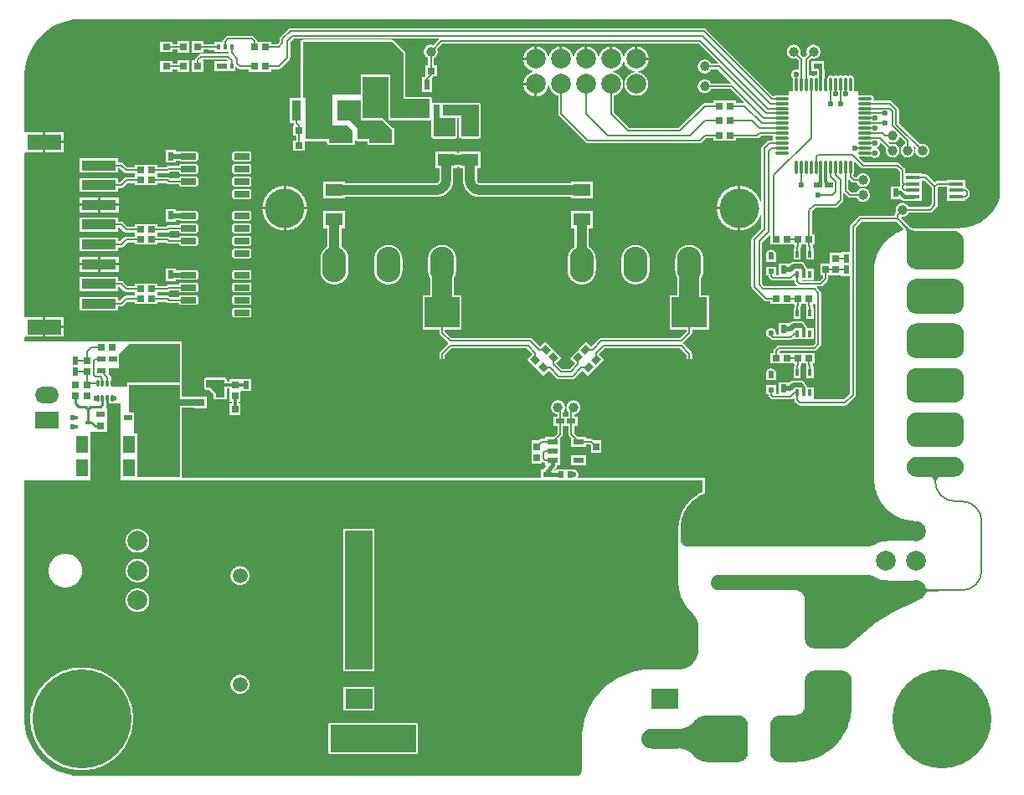
<source format=gbr>
%TF.GenerationSoftware,Altium Limited,Altium Designer,25.3.3 (18)*%
G04 Layer_Physical_Order=1*
G04 Layer_Color=5636351*
%FSLAX45Y45*%
%MOMM*%
%TF.SameCoordinates,6C4DDBA2-F481-4B1E-A352-F181FF77F2E2*%
%TF.FilePolarity,Positive*%
%TF.FileFunction,Copper,L1,Top,Signal*%
%TF.Part,Single*%
G01*
G75*
%TA.AperFunction,Conductor*%
%ADD10C,0.20000*%
%ADD11C,1.00000*%
%TA.AperFunction,ConnectorPad*%
%ADD12R,2.75000X2.00000*%
%TA.AperFunction,SMDPad,CuDef*%
%ADD13R,0.65000X0.80000*%
%ADD14R,1.10000X0.60000*%
%ADD15C,1.00000*%
%ADD16R,0.60000X0.50000*%
%ADD17R,0.60000X0.85000*%
%ADD18R,0.30000X0.75000*%
%ADD19R,0.80000X0.65000*%
%ADD20R,1.45000X0.45000*%
%ADD21R,0.85000X0.60000*%
%ADD22R,0.57000X0.64000*%
%ADD23R,0.90000X0.80000*%
%ADD24R,1.30000X1.80000*%
%ADD25O,0.30000X1.40000*%
%ADD26O,1.40000X0.30000*%
%ADD27R,0.42000X0.60000*%
%ADD28R,2.74300X2.15900*%
%ADD29R,2.15900X2.74300*%
%ADD30R,0.51000X0.40000*%
%ADD31R,3.40000X1.50000*%
%ADD32R,3.50000X1.00000*%
G04:AMPARAMS|DCode=33|XSize=1.55mm|YSize=0.6mm|CornerRadius=0.05mm|HoleSize=0mm|Usage=FLASHONLY|Rotation=180.000|XOffset=0mm|YOffset=0mm|HoleType=Round|Shape=RoundedRectangle|*
%AMROUNDEDRECTD33*
21,1,1.55000,0.50000,0,0,180.0*
21,1,1.45000,0.60000,0,0,180.0*
1,1,0.10000,-0.72500,0.25000*
1,1,0.10000,0.72500,0.25000*
1,1,0.10000,0.72500,-0.25000*
1,1,0.10000,-0.72500,-0.25000*
%
%ADD33ROUNDEDRECTD33*%
%ADD34R,5.10000X2.35000*%
%ADD35R,1.80000X1.30000*%
%ADD36R,0.90000X2.10000*%
%ADD37R,3.30000X2.10000*%
G04:AMPARAMS|DCode=38|XSize=0.65mm|YSize=0.8mm|CornerRadius=0mm|HoleSize=0mm|Usage=FLASHONLY|Rotation=225.000|XOffset=0mm|YOffset=0mm|HoleType=Round|Shape=Rectangle|*
%AMROTATEDRECTD38*
4,1,4,-0.05303,0.51265,0.51265,-0.05303,0.05303,-0.51265,-0.51265,0.05303,-0.05303,0.51265,0.0*
%
%ADD38ROTATEDRECTD38*%

G04:AMPARAMS|DCode=39|XSize=0.65mm|YSize=0.8mm|CornerRadius=0mm|HoleSize=0mm|Usage=FLASHONLY|Rotation=135.000|XOffset=0mm|YOffset=0mm|HoleType=Round|Shape=Rectangle|*
%AMROTATEDRECTD39*
4,1,4,0.51265,0.05303,-0.05303,-0.51265,-0.51265,-0.05303,0.05303,0.51265,0.51265,0.05303,0.0*
%
%ADD39ROTATEDRECTD39*%

%ADD40R,0.60000X1.10000*%
%ADD41R,3.57000X3.10000*%
%ADD42R,0.80000X0.80000*%
G04:AMPARAMS|DCode=43|XSize=0.67mm|YSize=0.3mm|CornerRadius=0.05mm|HoleSize=0mm|Usage=FLASHONLY|Rotation=90.000|XOffset=0mm|YOffset=0mm|HoleType=Round|Shape=RoundedRectangle|*
%AMROUNDEDRECTD43*
21,1,0.67000,0.20000,0,0,90.0*
21,1,0.57000,0.30000,0,0,90.0*
1,1,0.10000,0.10000,0.28500*
1,1,0.10000,0.10000,-0.28500*
1,1,0.10000,-0.10000,-0.28500*
1,1,0.10000,-0.10000,0.28500*
%
%ADD43ROUNDEDRECTD43*%
%ADD44R,1.15000X1.00000*%
%ADD45R,1.40000X1.05000*%
%ADD46R,2.20000X1.55000*%
%TA.AperFunction,Conductor*%
%ADD47C,0.40000*%
%ADD48C,0.15000*%
%ADD49C,0.30000*%
%ADD50C,0.50000*%
%ADD51C,0.70000*%
%ADD52C,0.25400*%
%ADD53C,2.00000*%
%TA.AperFunction,ComponentPad*%
%ADD54C,1.50000*%
%ADD55C,2.00000*%
%ADD56R,2.40000X1.70000*%
%ADD57O,2.40000X1.70000*%
%ADD58C,4.00000*%
%ADD59O,2.44000X3.60000*%
%TA.AperFunction,ViaPad*%
%ADD60C,10.00000*%
%ADD61C,0.60000*%
G36*
X9385149Y7674028D02*
X9441004Y7662917D01*
X9495499Y7646386D01*
X9548115Y7624592D01*
X9598337Y7597748D01*
X9645689Y7566108D01*
X9689710Y7529981D01*
X9729980Y7489711D01*
X9766108Y7445689D01*
X9797747Y7398337D01*
X9824592Y7348115D01*
X9846386Y7295500D01*
X9862917Y7241002D01*
X9874027Y7185149D01*
X9879609Y7128475D01*
X9879609Y7100000D01*
Y5864139D01*
X9876344Y5854092D01*
X9870499Y5838247D01*
X9864036Y5822644D01*
X9856966Y5807308D01*
X9849299Y5792260D01*
X9841047Y5777525D01*
X9832223Y5763126D01*
X9822840Y5749083D01*
X9812914Y5735421D01*
X9802458Y5722158D01*
X9791490Y5709316D01*
X9780026Y5696915D01*
X9768085Y5684973D01*
X9755683Y5673509D01*
X9742842Y5662541D01*
X9729579Y5652086D01*
X9715916Y5642159D01*
X9701874Y5632777D01*
X9687474Y5623953D01*
X9672740Y5615701D01*
X9657692Y5608033D01*
X9642355Y5600963D01*
X9626752Y5594500D01*
X9610908Y5588655D01*
X9594846Y5583436D01*
X9578592Y5578852D01*
X9562171Y5574910D01*
X9545607Y5571615D01*
X9528927Y5568973D01*
X9512155Y5566988D01*
X9495319Y5565663D01*
X9478444Y5565000D01*
X9042500D01*
Y5565000D01*
X9034057Y5564917D01*
X9017185Y5564254D01*
X9001661Y5563032D01*
X8997149Y5564901D01*
X8990695Y5568084D01*
X8984469Y5571678D01*
X8978491Y5575673D01*
X8972785Y5580051D01*
X8967255Y5584901D01*
X8964670Y5587403D01*
X8917789Y5634284D01*
X8917756Y5634312D01*
X8886349Y5665718D01*
X8886752Y5671490D01*
X8886869Y5671855D01*
X8896561Y5680000D01*
X8903439D01*
X8910283Y5680674D01*
X8917029Y5682016D01*
X8923611Y5684013D01*
X8929965Y5686644D01*
X8936030Y5689887D01*
X8941749Y5693708D01*
X8947066Y5698071D01*
X8951929Y5702934D01*
X8956292Y5708251D01*
X8960113Y5713970D01*
X8963287Y5719907D01*
X9180000D01*
X9184708Y5720278D01*
X9189299Y5721380D01*
X9193662Y5723187D01*
X9197688Y5725655D01*
X9201279Y5728721D01*
X9246279Y5773721D01*
X9249346Y5777312D01*
X9251813Y5781338D01*
X9253620Y5785701D01*
X9254722Y5790293D01*
X9255093Y5795000D01*
Y5972535D01*
X9264965Y5982407D01*
X9352500D01*
Y5970000D01*
X9352500D01*
Y5925000D01*
X9352500D01*
Y5840000D01*
X9537500D01*
Y5855419D01*
X9541025Y5856265D01*
X9545024Y5857922D01*
X9548715Y5860184D01*
X9552006Y5862995D01*
X9569506Y5880494D01*
X9572317Y5883786D01*
X9574579Y5887477D01*
X9576235Y5891476D01*
X9577246Y5895685D01*
X9577585Y5900000D01*
Y5930000D01*
X9577246Y5934316D01*
X9576235Y5938525D01*
X9574579Y5942524D01*
X9572317Y5946214D01*
X9569506Y5949506D01*
X9552006Y5967006D01*
X9548715Y5969817D01*
X9545024Y5972078D01*
X9541025Y5973735D01*
X9537500Y5974581D01*
Y5990000D01*
X9537500D01*
Y6055000D01*
X9352500D01*
Y6042593D01*
X9252500D01*
X9247793Y6042222D01*
X9243201Y6041120D01*
X9238838Y6039313D01*
X9234812Y6036845D01*
X9231221Y6033779D01*
X9225000Y6027557D01*
X9153778Y6098779D01*
X9150188Y6101846D01*
X9146162Y6104313D01*
X9141799Y6106120D01*
X9137208Y6107222D01*
X9132500Y6107593D01*
X9097500D01*
Y6120000D01*
X8927585D01*
Y6150000D01*
X8927245Y6154315D01*
X8926235Y6158524D01*
X8924578Y6162523D01*
X8922317Y6166214D01*
X8919505Y6169506D01*
X8869506Y6219505D01*
X8866214Y6222317D01*
X8862523Y6224578D01*
X8858524Y6226235D01*
X8854315Y6227245D01*
X8850000Y6227585D01*
X8511426D01*
X8458574Y6280437D01*
X8459148Y6283481D01*
X8463104Y6290049D01*
X8465000Y6289925D01*
X8575000D01*
X8579578Y6290225D01*
X8583320Y6290969D01*
X8586630Y6287659D01*
X8591020Y6284158D01*
X8595775Y6281170D01*
X8600835Y6278733D01*
X8606136Y6276879D01*
X8611611Y6275629D01*
X8617191Y6275000D01*
X8622807D01*
X8628388Y6275629D01*
X8633863Y6276879D01*
X8639164Y6278733D01*
X8644223Y6281170D01*
X8648978Y6284158D01*
X8653369Y6287659D01*
X8657340Y6291630D01*
X8660841Y6296021D01*
X8663829Y6300776D01*
X8666266Y6305836D01*
X8668121Y6311136D01*
X8669370Y6316611D01*
X8669999Y6322192D01*
Y6327808D01*
X8669370Y6333389D01*
X8668121Y6338864D01*
X8666266Y6344164D01*
X8663829Y6349224D01*
X8660841Y6353979D01*
X8657340Y6358370D01*
X8653369Y6362341D01*
X8648978Y6365842D01*
X8644223Y6368830D01*
X8642744Y6369543D01*
X8642486Y6370205D01*
X8642486Y6379796D01*
X8642744Y6380458D01*
X8644224Y6381170D01*
X8648979Y6384158D01*
X8653369Y6387659D01*
X8657340Y6391630D01*
X8660842Y6396021D01*
X8663830Y6400776D01*
X8666266Y6405836D01*
X8668121Y6411137D01*
X8669371Y6416612D01*
X8669999Y6422192D01*
Y6426847D01*
X8672082Y6428565D01*
X8679667Y6431322D01*
X8734998Y6375991D01*
X8734013Y6373611D01*
X8732016Y6367029D01*
X8730674Y6360283D01*
X8730000Y6353439D01*
Y6346561D01*
X8730674Y6339717D01*
X8732016Y6332971D01*
X8734013Y6326389D01*
X8736644Y6320035D01*
X8739887Y6313970D01*
X8743708Y6308251D01*
X8748071Y6302934D01*
X8752934Y6298071D01*
X8758251Y6293708D01*
X8763970Y6289887D01*
X8770035Y6286645D01*
X8776389Y6284013D01*
X8782971Y6282016D01*
X8789716Y6280674D01*
X8796561Y6280000D01*
X8803439D01*
X8810283Y6280674D01*
X8817029Y6282016D01*
X8823610Y6284013D01*
X8829965Y6286645D01*
X8836030Y6289887D01*
X8841749Y6293708D01*
X8847066Y6298071D01*
X8851929Y6302934D01*
X8856292Y6308251D01*
X8860113Y6313970D01*
X8863355Y6320035D01*
X8865987Y6326389D01*
X8867984Y6332971D01*
X8869326Y6339717D01*
X8870000Y6346561D01*
Y6353439D01*
X8869326Y6360283D01*
X8867984Y6367029D01*
X8865987Y6373611D01*
X8863355Y6379965D01*
X8860113Y6386030D01*
X8856292Y6391749D01*
X8851929Y6397066D01*
X8847066Y6401929D01*
X8841749Y6406292D01*
X8836030Y6410113D01*
X8829965Y6413355D01*
X8823610Y6415987D01*
X8817029Y6417984D01*
X8810283Y6419326D01*
X8803439Y6420000D01*
X8796561D01*
X8789716Y6419326D01*
X8782971Y6417984D01*
X8776389Y6415987D01*
X8774009Y6415002D01*
X8755476Y6433535D01*
X8761850Y6441303D01*
X8763970Y6439887D01*
X8770035Y6436644D01*
X8776389Y6434013D01*
X8782971Y6432016D01*
X8789716Y6430674D01*
X8796561Y6430000D01*
X8803439D01*
X8810283Y6430674D01*
X8817029Y6432016D01*
X8823610Y6434013D01*
X8829965Y6436644D01*
X8836030Y6439887D01*
X8841749Y6443708D01*
X8847066Y6448071D01*
X8851929Y6452934D01*
X8856292Y6458251D01*
X8860113Y6463970D01*
X8863355Y6470035D01*
X8865987Y6476389D01*
X8867028Y6479819D01*
X8874830Y6482880D01*
X8878153Y6482836D01*
X8922415Y6438575D01*
Y6414341D01*
X8920035Y6413355D01*
X8913969Y6410113D01*
X8908251Y6406292D01*
X8902934Y6401929D01*
X8898071Y6397066D01*
X8893708Y6391749D01*
X8889887Y6386030D01*
X8886644Y6379965D01*
X8884012Y6373611D01*
X8882016Y6367029D01*
X8880674Y6360283D01*
X8880000Y6353439D01*
Y6346561D01*
X8880674Y6339717D01*
X8882016Y6332971D01*
X8884012Y6326389D01*
X8886644Y6320035D01*
X8889887Y6313970D01*
X8893708Y6308251D01*
X8898071Y6302934D01*
X8902934Y6298071D01*
X8908251Y6293708D01*
X8913969Y6289887D01*
X8920035Y6286645D01*
X8926389Y6284013D01*
X8932971Y6282016D01*
X8939716Y6280674D01*
X8946561Y6280000D01*
X8953439D01*
X8960283Y6280674D01*
X8967029Y6282016D01*
X8973610Y6284013D01*
X8979965Y6286645D01*
X8986030Y6289887D01*
X8991749Y6293708D01*
X8997066Y6298071D01*
X9001929Y6302934D01*
X9006292Y6308251D01*
X9010113Y6313970D01*
X9013355Y6320035D01*
X9015987Y6326389D01*
X9017984Y6332971D01*
X9019326Y6339717D01*
X9020000Y6346561D01*
Y6353439D01*
X9019326Y6360283D01*
X9017984Y6367029D01*
X9015987Y6373611D01*
X9013355Y6379965D01*
X9010113Y6386030D01*
X9008696Y6388151D01*
X9016464Y6394525D01*
X9034998Y6375991D01*
X9034013Y6373611D01*
X9032016Y6367029D01*
X9030674Y6360283D01*
X9030000Y6353439D01*
Y6346561D01*
X9030674Y6339717D01*
X9032016Y6332971D01*
X9034013Y6326389D01*
X9036645Y6320035D01*
X9039887Y6313970D01*
X9043708Y6308251D01*
X9048071Y6302934D01*
X9052934Y6298071D01*
X9058251Y6293708D01*
X9063970Y6289887D01*
X9070035Y6286645D01*
X9076390Y6284013D01*
X9082971Y6282016D01*
X9089717Y6280674D01*
X9096561Y6280000D01*
X9103439D01*
X9110284Y6280674D01*
X9117029Y6282016D01*
X9123611Y6284013D01*
X9129965Y6286645D01*
X9136030Y6289887D01*
X9141749Y6293708D01*
X9147066Y6298071D01*
X9151929Y6302934D01*
X9156292Y6308251D01*
X9160113Y6313970D01*
X9163356Y6320035D01*
X9165988Y6326389D01*
X9167984Y6332971D01*
X9169326Y6339717D01*
X9170000Y6346561D01*
Y6353439D01*
X9169326Y6360283D01*
X9167984Y6367029D01*
X9165988Y6373611D01*
X9163356Y6379965D01*
X9160113Y6386030D01*
X9156292Y6391749D01*
X9151929Y6397066D01*
X9147066Y6401929D01*
X9141749Y6406292D01*
X9136030Y6410113D01*
X9129965Y6413355D01*
X9123611Y6415987D01*
X9117029Y6417984D01*
X9110284Y6419326D01*
X9103439Y6420000D01*
X9096561D01*
X9089717Y6419326D01*
X9082971Y6417984D01*
X9076390Y6415987D01*
X9074009Y6415002D01*
X8862940Y6626071D01*
Y6764644D01*
X8862600Y6768960D01*
X8861590Y6773169D01*
X8859933Y6777168D01*
X8857672Y6780858D01*
X8854860Y6784150D01*
X8794505Y6844505D01*
X8791214Y6847317D01*
X8787523Y6849578D01*
X8783524Y6851235D01*
X8779315Y6852245D01*
X8774999Y6852585D01*
X8613826D01*
X8608903Y6859479D01*
X8607747Y6862585D01*
X8608880Y6865921D01*
X8609775Y6870422D01*
X8610075Y6875000D01*
X8609775Y6879578D01*
X8608880Y6884078D01*
X8607405Y6888422D01*
X8605375Y6892537D01*
X8602827Y6896352D01*
X8599801Y6899802D01*
X8596352Y6902827D01*
X8592537Y6905376D01*
X8588422Y6907405D01*
X8584078Y6908880D01*
X8579578Y6909775D01*
X8575000Y6910075D01*
X8465000D01*
X8460422Y6909775D01*
X8460000Y6909691D01*
X8451724Y6914941D01*
X8450000Y6917430D01*
Y6950000D01*
X8417430D01*
X8414941Y6951723D01*
X8409691Y6960000D01*
X8409775Y6960421D01*
X8410075Y6965000D01*
Y7074999D01*
X8409775Y7079577D01*
X8408880Y7084078D01*
X8407405Y7088422D01*
X8405376Y7092537D01*
X8402827Y7096352D01*
X8399802Y7099801D01*
X8396352Y7102826D01*
X8392537Y7105375D01*
X8388422Y7107404D01*
X8384078Y7108879D01*
X8379578Y7109774D01*
X8375000Y7110074D01*
X8370422Y7109774D01*
X8365922Y7108879D01*
X8361577Y7107404D01*
X8357462Y7105375D01*
X8353648Y7102826D01*
X8349801Y7099802D01*
X8346352Y7102827D01*
X8342537Y7105376D01*
X8338422Y7107405D01*
X8334078Y7108880D01*
X8329578Y7109775D01*
X8325000Y7110075D01*
X8320422Y7109775D01*
X8315922Y7108880D01*
X8311577Y7107405D01*
X8307462Y7105376D01*
X8303648Y7102827D01*
X8300198Y7099802D01*
X8299802D01*
X8296352Y7102827D01*
X8292537Y7105376D01*
X8288423Y7107405D01*
X8284078Y7108880D01*
X8279578Y7109775D01*
X8275000Y7110075D01*
X8270422Y7109775D01*
X8265922Y7108880D01*
X8261577Y7107405D01*
X8257463Y7105376D01*
X8253648Y7102827D01*
X8250198Y7099802D01*
X8249802D01*
X8246352Y7102827D01*
X8242537Y7105376D01*
X8238423Y7107405D01*
X8234078Y7108880D01*
X8229578Y7109775D01*
X8225000Y7110075D01*
X8220422Y7109775D01*
X8215922Y7108880D01*
X8211577Y7107405D01*
X8207463Y7105376D01*
X8203648Y7102827D01*
X8200198Y7099802D01*
X8196352Y7102827D01*
X8192537Y7105375D01*
X8188422Y7107404D01*
X8184078Y7108879D01*
X8179578Y7109774D01*
X8175000Y7110074D01*
X8170422Y7109774D01*
X8165921Y7108879D01*
X8161577Y7107404D01*
X8157462Y7105375D01*
X8153647Y7102826D01*
X8150198Y7099801D01*
X8147173Y7096352D01*
X8144624Y7092537D01*
X8142595Y7088422D01*
X8141120Y7084078D01*
X8140225Y7079577D01*
X8139925Y7074999D01*
Y6965000D01*
X8140225Y6960421D01*
X8140308Y6960000D01*
X8135058Y6951723D01*
X8132569Y6950000D01*
X8117430D01*
X8114940Y6951724D01*
X8109691Y6960000D01*
X8109775Y6960422D01*
X8110075Y6965000D01*
Y7075000D01*
Y7167500D01*
X8109775Y7172078D01*
X8108880Y7176578D01*
X8107405Y7180923D01*
X8105376Y7185038D01*
X8105000Y7185600D01*
Y7250000D01*
X7980000D01*
Y7150000D01*
X8039690D01*
X8039692Y7150000D01*
X8039925D01*
Y7117456D01*
X8038271Y7115030D01*
X8029925Y7109706D01*
X8029578Y7109775D01*
X8025000Y7110075D01*
X8020422Y7109775D01*
X8015922Y7108880D01*
X8011577Y7107405D01*
X8007463Y7105376D01*
X8003648Y7102827D01*
X8000198Y7099802D01*
X7999802D01*
X7996352Y7102827D01*
X7992537Y7105376D01*
X7988423Y7107405D01*
X7984078Y7108880D01*
X7979578Y7109775D01*
X7975000Y7110075D01*
X7970422Y7109775D01*
X7965922Y7108880D01*
X7962585Y7107747D01*
X7959490Y7108895D01*
X7952584Y7113825D01*
Y7263573D01*
X7974009Y7284998D01*
X7976389Y7284013D01*
X7982971Y7282016D01*
X7989717Y7280674D01*
X7996561Y7280000D01*
X8003439D01*
X8010283Y7280674D01*
X8017029Y7282016D01*
X8023611Y7284013D01*
X8029965Y7286645D01*
X8036030Y7289887D01*
X8041749Y7293708D01*
X8047066Y7298071D01*
X8051929Y7302934D01*
X8056292Y7308251D01*
X8060113Y7313970D01*
X8063355Y7320035D01*
X8065987Y7326389D01*
X8067984Y7332971D01*
X8069326Y7339717D01*
X8070000Y7346561D01*
Y7353439D01*
X8069326Y7360283D01*
X8067984Y7367029D01*
X8065987Y7373611D01*
X8063355Y7379965D01*
X8060113Y7386030D01*
X8056292Y7391749D01*
X8051929Y7397066D01*
X8047066Y7401929D01*
X8041749Y7406292D01*
X8036030Y7410113D01*
X8029965Y7413356D01*
X8023611Y7415987D01*
X8017029Y7417984D01*
X8010283Y7419326D01*
X8003439Y7420000D01*
X7996561D01*
X7989717Y7419326D01*
X7982971Y7417984D01*
X7976389Y7415987D01*
X7970035Y7413356D01*
X7963970Y7410113D01*
X7958251Y7406292D01*
X7952934Y7401929D01*
X7948071Y7397066D01*
X7943708Y7391749D01*
X7939887Y7386030D01*
X7936645Y7379965D01*
X7934013Y7373611D01*
X7932016Y7367029D01*
X7930674Y7360283D01*
X7930000Y7353439D01*
Y7346561D01*
X7930674Y7339717D01*
X7932016Y7332971D01*
X7934013Y7326389D01*
X7934998Y7324009D01*
X7906446Y7295457D01*
X7904398Y7294505D01*
X7895601Y7294505D01*
X7893554Y7295457D01*
X7865002Y7324009D01*
X7865987Y7326389D01*
X7867984Y7332971D01*
X7869326Y7339717D01*
X7870000Y7346561D01*
Y7353439D01*
X7869326Y7360283D01*
X7867984Y7367029D01*
X7865987Y7373611D01*
X7863355Y7379965D01*
X7860113Y7386030D01*
X7856292Y7391749D01*
X7851929Y7397066D01*
X7847066Y7401929D01*
X7841749Y7406292D01*
X7836030Y7410113D01*
X7829965Y7413356D01*
X7823610Y7415987D01*
X7817029Y7417984D01*
X7810283Y7419326D01*
X7803439Y7420000D01*
X7796561D01*
X7789716Y7419326D01*
X7782971Y7417984D01*
X7776389Y7415987D01*
X7770035Y7413356D01*
X7763969Y7410113D01*
X7758251Y7406292D01*
X7752934Y7401929D01*
X7748071Y7397066D01*
X7743708Y7391749D01*
X7739887Y7386030D01*
X7736644Y7379965D01*
X7734012Y7373611D01*
X7732016Y7367029D01*
X7730674Y7360283D01*
X7730000Y7353439D01*
Y7346561D01*
X7730674Y7339717D01*
X7732016Y7332971D01*
X7734012Y7326389D01*
X7736644Y7320035D01*
X7739887Y7313970D01*
X7743708Y7308251D01*
X7748071Y7302934D01*
X7752934Y7298071D01*
X7758251Y7293708D01*
X7763969Y7289887D01*
X7770035Y7286645D01*
X7776389Y7284013D01*
X7782971Y7282016D01*
X7789716Y7280674D01*
X7796561Y7280000D01*
X7803439D01*
X7810283Y7280674D01*
X7817029Y7282016D01*
X7823610Y7284013D01*
X7825991Y7284999D01*
X7847415Y7263574D01*
Y7175723D01*
X7841095Y7170105D01*
X7837415Y7168452D01*
X7833389Y7169370D01*
X7827808Y7169999D01*
X7822192D01*
X7816611Y7169370D01*
X7811137Y7168121D01*
X7805836Y7166266D01*
X7800776Y7163829D01*
X7796021Y7160842D01*
X7791630Y7157340D01*
X7787659Y7153369D01*
X7784158Y7148979D01*
X7781170Y7144223D01*
X7778733Y7139164D01*
X7776879Y7133863D01*
X7775629Y7128388D01*
X7775000Y7122807D01*
Y7117192D01*
X7775629Y7111611D01*
X7776879Y7106136D01*
X7778733Y7100835D01*
X7781170Y7095775D01*
X7784158Y7091020D01*
X7787659Y7086630D01*
X7790969Y7083320D01*
X7790225Y7079578D01*
X7789925Y7075000D01*
Y6965000D01*
X7790225Y6960422D01*
X7790309Y6960000D01*
X7785059Y6951724D01*
X7782570Y6950000D01*
X7750000D01*
Y6917430D01*
X7748276Y6914941D01*
X7740000Y6909691D01*
X7739578Y6909775D01*
X7735000Y6910075D01*
X7625000D01*
X7620422Y6909775D01*
X7615922Y6908880D01*
X7611577Y6907405D01*
X7607462Y6905376D01*
X7603648Y6902827D01*
X7603372Y6902585D01*
X7591826D01*
X6914905Y7579505D01*
X6911614Y7582317D01*
X6907923Y7584578D01*
X6903924Y7586235D01*
X6899715Y7587245D01*
X6895400Y7587585D01*
X2709289D01*
X2704974Y7587245D01*
X2700765Y7586235D01*
X2696766Y7584578D01*
X2693075Y7582317D01*
X2689784Y7579505D01*
X2610495Y7500216D01*
X2607683Y7496925D01*
X2605422Y7493234D01*
X2603765Y7489235D01*
X2602755Y7485026D01*
X2602415Y7480711D01*
Y7451426D01*
X2578574Y7427585D01*
X2515000D01*
Y7452500D01*
X2405000D01*
Y7452500D01*
X2372585D01*
Y7455000D01*
X2372246Y7459315D01*
X2371235Y7463524D01*
X2369579Y7467523D01*
X2367317Y7471214D01*
X2364506Y7474505D01*
X2339505Y7499505D01*
X2336214Y7502317D01*
X2332523Y7504578D01*
X2328524Y7506235D01*
X2324315Y7507245D01*
X2320000Y7507585D01*
X2080000D01*
X2075685Y7507245D01*
X2071476Y7506235D01*
X2067476Y7504578D01*
X2063786Y7502317D01*
X2060494Y7499505D01*
X2030494Y7469505D01*
X2027683Y7466214D01*
X2025421Y7462523D01*
X2023765Y7458524D01*
X2022754Y7454315D01*
X2022415Y7450000D01*
Y7445000D01*
X1944000D01*
Y7422585D01*
X1900218D01*
X1896965Y7424578D01*
X1892966Y7426235D01*
X1888757Y7427245D01*
X1884442Y7427585D01*
X1835000D01*
Y7460000D01*
X1715000D01*
Y7340000D01*
X1835000D01*
Y7372415D01*
X1873666D01*
X1876918Y7370422D01*
X1880917Y7368765D01*
X1885126Y7367755D01*
X1889441Y7367415D01*
X1944000D01*
Y7345000D01*
X2082281D01*
X2086421Y7336484D01*
X2086694Y7335000D01*
X2085042Y7332627D01*
X2082376Y7329961D01*
X2079621Y7328042D01*
X2078215Y7327585D01*
X1806626D01*
X1802311Y7327245D01*
X1798102Y7326235D01*
X1794103Y7324578D01*
X1790412Y7322317D01*
X1787121Y7319506D01*
X1755495Y7287879D01*
X1752684Y7284588D01*
X1750422Y7280897D01*
X1748765Y7276898D01*
X1747755Y7272689D01*
X1747415Y7268374D01*
Y7260000D01*
X1715000D01*
Y7140000D01*
X1835000D01*
Y7260000D01*
X1827985D01*
X1822724Y7270000D01*
X1824384Y7272415D01*
X2068574D01*
X2076750Y7264239D01*
X2072924Y7255000D01*
X1944000D01*
Y7155000D01*
X2156000D01*
Y7191923D01*
X2165239Y7195750D01*
X2180494Y7180495D01*
X2183786Y7177683D01*
X2187477Y7175422D01*
X2191476Y7173765D01*
X2195685Y7172755D01*
X2200000Y7172415D01*
X2285001D01*
Y7147500D01*
X2395001D01*
Y7147500D01*
X2515000D01*
Y7172415D01*
X2590000D01*
X2594315Y7172755D01*
X2598524Y7173765D01*
X2602523Y7175422D01*
X2606214Y7177683D01*
X2609505Y7180494D01*
X2699505Y7270494D01*
X2702317Y7273786D01*
X2704579Y7277477D01*
X2706235Y7281476D01*
X2707245Y7285685D01*
X2707585Y7290000D01*
Y7448574D01*
X2741426Y7482415D01*
X4209262D01*
X4213404Y7472415D01*
X4156991Y7416002D01*
X4154611Y7416988D01*
X4148029Y7418984D01*
X4141284Y7420326D01*
X4134439Y7421000D01*
X4127561D01*
X4120717Y7420326D01*
X4113971Y7418984D01*
X4107390Y7416988D01*
X4101035Y7414356D01*
X4094970Y7411113D01*
X4089251Y7407293D01*
X4083934Y7402929D01*
X4079071Y7398066D01*
X4074708Y7392750D01*
X4070887Y7387031D01*
X4067645Y7380965D01*
X4065013Y7374611D01*
X4063016Y7368029D01*
X4061674Y7361284D01*
X4061000Y7354439D01*
Y7347561D01*
X4061674Y7340717D01*
X4063016Y7333971D01*
X4065013Y7327390D01*
X4067645Y7321035D01*
X4070887Y7314970D01*
X4074708Y7309251D01*
X4079071Y7303935D01*
X4083934Y7299071D01*
X4089251Y7294708D01*
X4094970Y7290887D01*
X4101035Y7287645D01*
X4103415Y7286659D01*
Y7208500D01*
X4071000D01*
Y7103501D01*
X4067253Y7095052D01*
X4066655Y7094352D01*
X4064601Y7091000D01*
X4041000D01*
Y6941001D01*
X4141000D01*
Y7084106D01*
X4152279Y7095385D01*
X4155346Y7098976D01*
X4157813Y7103002D01*
X4158019Y7103500D01*
X4191000D01*
Y7208500D01*
X4158585D01*
Y7286659D01*
X4160965Y7287645D01*
X4167031Y7290887D01*
X4172749Y7294708D01*
X4178066Y7299071D01*
X4182929Y7303935D01*
X4187292Y7309251D01*
X4191113Y7314970D01*
X4194356Y7321035D01*
X4196988Y7327390D01*
X4198984Y7333971D01*
X4200326Y7340717D01*
X4201000Y7347561D01*
Y7354439D01*
X4200326Y7361284D01*
X4198984Y7368029D01*
X4196988Y7374611D01*
X4196002Y7376991D01*
X4251426Y7432415D01*
X6842554D01*
X7037384Y7237585D01*
X7033242Y7227585D01*
X6964341D01*
X6963355Y7229965D01*
X6960113Y7236030D01*
X6956292Y7241749D01*
X6951929Y7247066D01*
X6947066Y7251929D01*
X6941749Y7256292D01*
X6936030Y7260113D01*
X6929965Y7263356D01*
X6923610Y7265987D01*
X6917029Y7267984D01*
X6910283Y7269326D01*
X6903439Y7270000D01*
X6896561D01*
X6889716Y7269326D01*
X6882971Y7267984D01*
X6876389Y7265987D01*
X6870035Y7263356D01*
X6863970Y7260113D01*
X6858251Y7256292D01*
X6852934Y7251929D01*
X6848071Y7247066D01*
X6843708Y7241749D01*
X6839887Y7236030D01*
X6836644Y7229965D01*
X6834012Y7223611D01*
X6832016Y7217029D01*
X6830674Y7210284D01*
X6830000Y7203439D01*
Y7196561D01*
X6830674Y7189717D01*
X6832016Y7182971D01*
X6834012Y7176390D01*
X6836644Y7170035D01*
X6839887Y7163970D01*
X6843708Y7158251D01*
X6848071Y7152934D01*
X6852934Y7148071D01*
X6858251Y7143708D01*
X6863970Y7139887D01*
X6870035Y7136645D01*
X6876389Y7134013D01*
X6882971Y7132016D01*
X6889716Y7130674D01*
X6896561Y7130000D01*
X6903439D01*
X6910283Y7130674D01*
X6917029Y7132016D01*
X6923610Y7134013D01*
X6929965Y7136645D01*
X6936030Y7139887D01*
X6941749Y7143708D01*
X6947066Y7148071D01*
X6951929Y7152934D01*
X6956292Y7158251D01*
X6960113Y7163970D01*
X6963355Y7170035D01*
X6964341Y7172415D01*
X7031844D01*
X7166674Y7037585D01*
X7162532Y7027585D01*
X6964341D01*
X6963355Y7029965D01*
X6960113Y7036030D01*
X6956292Y7041749D01*
X6951929Y7047066D01*
X6947066Y7051929D01*
X6941749Y7056292D01*
X6936030Y7060113D01*
X6929965Y7063355D01*
X6923610Y7065987D01*
X6917029Y7067984D01*
X6910283Y7069326D01*
X6903439Y7070000D01*
X6896561D01*
X6889716Y7069326D01*
X6882971Y7067984D01*
X6876389Y7065987D01*
X6870035Y7063355D01*
X6863970Y7060113D01*
X6858251Y7056292D01*
X6852934Y7051929D01*
X6848071Y7047066D01*
X6843708Y7041749D01*
X6839887Y7036030D01*
X6836644Y7029965D01*
X6834012Y7023611D01*
X6832016Y7017029D01*
X6830674Y7010283D01*
X6830000Y7003439D01*
Y6996561D01*
X6830674Y6989717D01*
X6832016Y6982971D01*
X6834012Y6976389D01*
X6836644Y6970035D01*
X6839887Y6963970D01*
X6843708Y6958251D01*
X6848071Y6952934D01*
X6852934Y6948071D01*
X6858251Y6943708D01*
X6863970Y6939887D01*
X6870035Y6936644D01*
X6876389Y6934013D01*
X6882971Y6932016D01*
X6889716Y6930674D01*
X6896561Y6930000D01*
X6903439D01*
X6910283Y6930674D01*
X6917029Y6932016D01*
X6923610Y6934013D01*
X6929965Y6936644D01*
X6936030Y6939887D01*
X6941749Y6943708D01*
X6947066Y6948071D01*
X6951929Y6952934D01*
X6956292Y6958251D01*
X6960113Y6963970D01*
X6963355Y6970035D01*
X6964341Y6972415D01*
X7161134D01*
X7295964Y6837585D01*
X7291822Y6827585D01*
X7215000D01*
Y6852500D01*
X7105001D01*
Y6852500D01*
X6985001D01*
Y6827585D01*
X6900001D01*
X6895687Y6827246D01*
X6891477Y6826235D01*
X6887478Y6824578D01*
X6883787Y6822317D01*
X6880496Y6819506D01*
X6880491Y6819500D01*
X6638576Y6577585D01*
X6138427D01*
X5981586Y6734426D01*
Y6906213D01*
X5986598Y6907416D01*
X5995566Y6910330D01*
X6004278Y6913938D01*
X6012680Y6918220D01*
X6020720Y6923146D01*
X6028349Y6928689D01*
X6035519Y6934813D01*
X6042187Y6941481D01*
X6048311Y6948651D01*
X6053854Y6956280D01*
X6058780Y6964320D01*
X6063062Y6972722D01*
X6066670Y6981434D01*
X6069584Y6990402D01*
X6071785Y6999571D01*
X6073260Y7008885D01*
X6074000Y7018285D01*
Y7027715D01*
X6073260Y7037115D01*
X6071785Y7046429D01*
X6069584Y7055598D01*
X6066670Y7064566D01*
X6063062Y7073278D01*
X6058780Y7081680D01*
X6053854Y7089720D01*
X6048311Y7097349D01*
X6042187Y7104519D01*
X6035519Y7111187D01*
X6028349Y7117311D01*
X6020720Y7122853D01*
X6012680Y7127780D01*
X6004278Y7132061D01*
X5995566Y7135670D01*
X5986598Y7138584D01*
X5977429Y7140785D01*
X5968115Y7142260D01*
X5967913Y7142276D01*
X5967913Y7152307D01*
X5968751Y7152373D01*
X5978483Y7153915D01*
X5988065Y7156215D01*
X5997437Y7159260D01*
X6006540Y7163031D01*
X6015320Y7167504D01*
X6023722Y7172653D01*
X6031694Y7178445D01*
X6039187Y7184845D01*
X6046155Y7191813D01*
X6052555Y7199306D01*
X6058347Y7207278D01*
X6063496Y7215679D01*
X6067969Y7224460D01*
X6071740Y7233563D01*
X6074785Y7242935D01*
X6075858Y7247404D01*
X6086142D01*
X6087215Y7242935D01*
X6090260Y7233563D01*
X6094031Y7224460D01*
X6098504Y7215679D01*
X6103653Y7207278D01*
X6109445Y7199306D01*
X6115845Y7191813D01*
X6122813Y7184845D01*
X6130306Y7178445D01*
X6138278Y7172653D01*
X6146680Y7167504D01*
X6155460Y7163031D01*
X6164563Y7159260D01*
X6173935Y7156215D01*
X6183517Y7153915D01*
X6193249Y7152373D01*
X6194087Y7152307D01*
X6194087Y7142276D01*
X6193885Y7142260D01*
X6184571Y7140785D01*
X6175402Y7138584D01*
X6166434Y7135670D01*
X6157722Y7132061D01*
X6149320Y7127780D01*
X6141280Y7122853D01*
X6133651Y7117311D01*
X6126481Y7111187D01*
X6119813Y7104519D01*
X6113689Y7097349D01*
X6108147Y7089720D01*
X6103220Y7081680D01*
X6098939Y7073278D01*
X6095330Y7064566D01*
X6092416Y7055598D01*
X6090215Y7046429D01*
X6088740Y7037115D01*
X6088000Y7027715D01*
Y7018285D01*
X6088740Y7008885D01*
X6090215Y6999571D01*
X6092416Y6990402D01*
X6095330Y6981434D01*
X6098939Y6972722D01*
X6103220Y6964320D01*
X6108147Y6956280D01*
X6113689Y6948651D01*
X6119813Y6941481D01*
X6126481Y6934813D01*
X6133651Y6928689D01*
X6141280Y6923146D01*
X6149320Y6918220D01*
X6157722Y6913938D01*
X6166434Y6910330D01*
X6175402Y6907416D01*
X6184571Y6905215D01*
X6193885Y6903740D01*
X6203285Y6903000D01*
X6212715D01*
X6222115Y6903740D01*
X6231429Y6905215D01*
X6240598Y6907416D01*
X6249566Y6910330D01*
X6258278Y6913938D01*
X6266680Y6918220D01*
X6274720Y6923146D01*
X6282349Y6928689D01*
X6289519Y6934813D01*
X6296187Y6941481D01*
X6302311Y6948651D01*
X6307854Y6956280D01*
X6312780Y6964320D01*
X6317062Y6972722D01*
X6320670Y6981434D01*
X6323584Y6990402D01*
X6325785Y6999571D01*
X6327260Y7008885D01*
X6328000Y7018285D01*
Y7027715D01*
X6327260Y7037115D01*
X6325785Y7046429D01*
X6323584Y7055598D01*
X6320670Y7064566D01*
X6317062Y7073278D01*
X6312780Y7081680D01*
X6307854Y7089720D01*
X6302311Y7097349D01*
X6296187Y7104519D01*
X6289519Y7111187D01*
X6282349Y7117311D01*
X6274720Y7122853D01*
X6266680Y7127780D01*
X6258278Y7132061D01*
X6249566Y7135670D01*
X6240598Y7138584D01*
X6231429Y7140785D01*
X6222115Y7142260D01*
X6221913Y7142276D01*
X6221913Y7152307D01*
X6222751Y7152373D01*
X6232483Y7153915D01*
X6242065Y7156215D01*
X6251437Y7159260D01*
X6260540Y7163031D01*
X6269320Y7167504D01*
X6277722Y7172653D01*
X6285694Y7178445D01*
X6293187Y7184845D01*
X6300155Y7191813D01*
X6306555Y7199306D01*
X6312347Y7207278D01*
X6317496Y7215679D01*
X6321969Y7224460D01*
X6325740Y7233563D01*
X6328785Y7242935D01*
X6331085Y7252517D01*
X6332627Y7262249D01*
X6332788Y7264300D01*
X6207999D01*
Y7277000D01*
X6195299D01*
Y7401788D01*
X6193249Y7401627D01*
X6183517Y7400085D01*
X6173935Y7397785D01*
X6164563Y7394740D01*
X6155460Y7390969D01*
X6146680Y7386496D01*
X6138278Y7381347D01*
X6130306Y7375555D01*
X6122813Y7369155D01*
X6115845Y7362187D01*
X6109445Y7354694D01*
X6103653Y7346722D01*
X6098504Y7338320D01*
X6094031Y7329540D01*
X6090260Y7320436D01*
X6087215Y7311065D01*
X6086142Y7306596D01*
X6075858D01*
X6074785Y7311065D01*
X6071740Y7320436D01*
X6067969Y7329540D01*
X6063496Y7338320D01*
X6058347Y7346722D01*
X6052555Y7354694D01*
X6046155Y7362187D01*
X6039187Y7369155D01*
X6031694Y7375555D01*
X6023722Y7381347D01*
X6015320Y7386496D01*
X6006540Y7390969D01*
X5997437Y7394740D01*
X5988065Y7397785D01*
X5978483Y7400085D01*
X5968751Y7401627D01*
X5966699Y7401788D01*
Y7277000D01*
X5941299D01*
Y7401788D01*
X5939249Y7401627D01*
X5929517Y7400085D01*
X5919935Y7397785D01*
X5910563Y7394740D01*
X5901460Y7390969D01*
X5892680Y7386496D01*
X5884278Y7381347D01*
X5876306Y7375555D01*
X5868813Y7369155D01*
X5861845Y7362187D01*
X5855445Y7354694D01*
X5849653Y7346722D01*
X5844504Y7338320D01*
X5840031Y7329540D01*
X5836260Y7320436D01*
X5833215Y7311065D01*
X5832142Y7306596D01*
X5821858D01*
X5820785Y7311065D01*
X5817740Y7320436D01*
X5813969Y7329540D01*
X5809496Y7338320D01*
X5804347Y7346722D01*
X5798555Y7354694D01*
X5792155Y7362187D01*
X5785187Y7369155D01*
X5777694Y7375555D01*
X5769722Y7381347D01*
X5761320Y7386496D01*
X5752540Y7390969D01*
X5743437Y7394740D01*
X5734065Y7397785D01*
X5724483Y7400085D01*
X5714751Y7401627D01*
X5712699Y7401788D01*
Y7277000D01*
X5687299D01*
Y7401788D01*
X5685249Y7401627D01*
X5675517Y7400085D01*
X5665935Y7397785D01*
X5656563Y7394740D01*
X5647460Y7390969D01*
X5638680Y7386496D01*
X5630278Y7381347D01*
X5622306Y7375555D01*
X5614813Y7369155D01*
X5607845Y7362187D01*
X5601445Y7354694D01*
X5595653Y7346722D01*
X5590504Y7338320D01*
X5586031Y7329540D01*
X5582260Y7320436D01*
X5579215Y7311065D01*
X5578142Y7306596D01*
X5567858D01*
X5566785Y7311065D01*
X5563740Y7320436D01*
X5559969Y7329540D01*
X5555496Y7338320D01*
X5550347Y7346722D01*
X5544555Y7354694D01*
X5538155Y7362187D01*
X5531187Y7369155D01*
X5523694Y7375555D01*
X5515722Y7381347D01*
X5507320Y7386496D01*
X5498540Y7390969D01*
X5489437Y7394740D01*
X5480065Y7397785D01*
X5470483Y7400085D01*
X5460751Y7401627D01*
X5458699Y7401788D01*
Y7277000D01*
X5433299D01*
Y7401788D01*
X5431249Y7401627D01*
X5421517Y7400085D01*
X5411935Y7397785D01*
X5402563Y7394740D01*
X5393460Y7390969D01*
X5384680Y7386496D01*
X5376278Y7381347D01*
X5368306Y7375555D01*
X5360813Y7369155D01*
X5353845Y7362187D01*
X5347445Y7354694D01*
X5341653Y7346722D01*
X5336504Y7338320D01*
X5332031Y7329540D01*
X5328260Y7320436D01*
X5325215Y7311065D01*
X5324142Y7306596D01*
X5313858D01*
X5312785Y7311065D01*
X5309740Y7320436D01*
X5305969Y7329540D01*
X5301496Y7338320D01*
X5296347Y7346722D01*
X5290555Y7354694D01*
X5284155Y7362187D01*
X5277187Y7369155D01*
X5269694Y7375555D01*
X5261722Y7381347D01*
X5253320Y7386496D01*
X5244540Y7390969D01*
X5235437Y7394740D01*
X5226065Y7397785D01*
X5216483Y7400085D01*
X5206751Y7401627D01*
X5204699Y7401788D01*
Y7277000D01*
X5191999D01*
Y7264300D01*
X5067212D01*
X5067373Y7262249D01*
X5068915Y7252517D01*
X5071215Y7242935D01*
X5074260Y7233563D01*
X5078031Y7224460D01*
X5082504Y7215679D01*
X5087653Y7207278D01*
X5093445Y7199306D01*
X5099845Y7191813D01*
X5106813Y7184845D01*
X5114306Y7178445D01*
X5122278Y7172653D01*
X5130680Y7167504D01*
X5139460Y7163031D01*
X5148563Y7159260D01*
X5157935Y7156215D01*
X5162404Y7155142D01*
Y7144858D01*
X5157935Y7143785D01*
X5148563Y7140740D01*
X5139460Y7136969D01*
X5130680Y7132496D01*
X5122278Y7127347D01*
X5114306Y7121555D01*
X5106813Y7115155D01*
X5099845Y7108187D01*
X5093445Y7100694D01*
X5087653Y7092722D01*
X5082504Y7084320D01*
X5078031Y7075540D01*
X5074260Y7066436D01*
X5071215Y7057065D01*
X5068915Y7047483D01*
X5067373Y7037750D01*
X5067212Y7035700D01*
X5191999D01*
Y7023000D01*
X5204699D01*
Y6898212D01*
X5206751Y6898373D01*
X5216483Y6899915D01*
X5226065Y6902215D01*
X5235437Y6905260D01*
X5244540Y6909031D01*
X5253320Y6913504D01*
X5261722Y6918653D01*
X5269694Y6924445D01*
X5277187Y6930845D01*
X5284155Y6937813D01*
X5290555Y6945306D01*
X5296347Y6953278D01*
X5301496Y6961679D01*
X5305969Y6970460D01*
X5309740Y6979563D01*
X5312785Y6988935D01*
X5315085Y6998517D01*
X5316627Y7008249D01*
X5316693Y7009087D01*
X5326724Y7009087D01*
X5326740Y7008885D01*
X5328215Y6999571D01*
X5330416Y6990402D01*
X5333330Y6981434D01*
X5336939Y6972722D01*
X5341220Y6964320D01*
X5346147Y6956280D01*
X5351689Y6948651D01*
X5357813Y6941481D01*
X5364481Y6934813D01*
X5371651Y6928689D01*
X5379280Y6923146D01*
X5387320Y6918220D01*
X5395722Y6913938D01*
X5404434Y6910330D01*
X5413402Y6907416D01*
X5418416Y6906212D01*
Y6723000D01*
X5418756Y6718685D01*
X5419766Y6714476D01*
X5421423Y6710477D01*
X5423684Y6706786D01*
X5426496Y6703495D01*
X5699496Y6430495D01*
X5702787Y6427683D01*
X5706478Y6425422D01*
X5710477Y6423765D01*
X5714686Y6422755D01*
X5719001Y6422415D01*
X6850001D01*
X6854316Y6422755D01*
X6858525Y6423765D01*
X6862524Y6425422D01*
X6866215Y6427683D01*
X6869506Y6430495D01*
X6911427Y6472416D01*
X6985000D01*
Y6447500D01*
X7095001D01*
Y6447500D01*
X7215000D01*
Y6472415D01*
X7431140D01*
X7435455Y6472755D01*
X7439664Y6473765D01*
X7443663Y6475422D01*
X7447354Y6477684D01*
X7450645Y6480495D01*
X7467565Y6497415D01*
X7586174D01*
X7591097Y6490521D01*
X7592253Y6487415D01*
X7591120Y6484078D01*
X7590225Y6479578D01*
X7589925Y6475000D01*
X7590225Y6470422D01*
X7591120Y6465922D01*
X7592253Y6462585D01*
X7591094Y6459475D01*
X7586174Y6452585D01*
X7555533D01*
X7551218Y6452245D01*
X7547009Y6451235D01*
X7543010Y6449579D01*
X7539319Y6447317D01*
X7536028Y6444506D01*
X7480495Y6388973D01*
X7477684Y6385681D01*
X7475422Y6381991D01*
X7473765Y6377992D01*
X7472755Y6373783D01*
X7472415Y6369467D01*
Y5834889D01*
X7462415Y5833478D01*
X7461840Y5835475D01*
X7457662Y5847414D01*
X7452822Y5859099D01*
X7447334Y5870495D01*
X7441216Y5881565D01*
X7434487Y5892274D01*
X7427168Y5902590D01*
X7419282Y5912478D01*
X7410854Y5921910D01*
X7401910Y5930853D01*
X7392479Y5939281D01*
X7382590Y5947167D01*
X7372275Y5954486D01*
X7361565Y5961216D01*
X7350495Y5967334D01*
X7339099Y5972822D01*
X7327414Y5977662D01*
X7315476Y5981839D01*
X7303322Y5985341D01*
X7290990Y5988155D01*
X7278521Y5990274D01*
X7265952Y5991690D01*
X7259699Y5992041D01*
Y5767000D01*
Y5541958D01*
X7265952Y5542309D01*
X7278521Y5543725D01*
X7290990Y5545844D01*
X7303322Y5548658D01*
X7315476Y5552160D01*
X7327414Y5556337D01*
X7339099Y5561178D01*
X7350495Y5566665D01*
X7361565Y5572784D01*
X7372275Y5579513D01*
X7382590Y5586832D01*
X7392479Y5594718D01*
X7401910Y5603146D01*
X7410854Y5612090D01*
X7419282Y5621521D01*
X7427168Y5631410D01*
X7434487Y5641725D01*
X7441216Y5652434D01*
X7447334Y5663505D01*
X7452822Y5674900D01*
X7457662Y5686586D01*
X7461840Y5698524D01*
X7462415Y5700522D01*
X7472415Y5699110D01*
Y5562137D01*
X7380495Y5470216D01*
X7377683Y5466925D01*
X7375422Y5463234D01*
X7373765Y5459235D01*
X7372755Y5455026D01*
X7372415Y5450710D01*
Y4969289D01*
X7372755Y4964974D01*
X7373765Y4960765D01*
X7375422Y4956766D01*
X7377683Y4953075D01*
X7380495Y4949784D01*
X7499783Y4830495D01*
X7503075Y4827684D01*
X7506766Y4825422D01*
X7510765Y4823765D01*
X7514974Y4822755D01*
X7519289Y4822415D01*
X7565000D01*
Y4797500D01*
X7675000D01*
Y4797500D01*
X7802901D01*
X7803460Y4797065D01*
X7808225Y4787500D01*
X7808187Y4787438D01*
X7806380Y4783075D01*
X7805278Y4778484D01*
X7804907Y4773776D01*
Y4760000D01*
X7800000D01*
Y4645000D01*
X7870000D01*
Y4760000D01*
X7870000D01*
X7871390Y4769424D01*
X7871813Y4770114D01*
X7873620Y4774477D01*
X7874722Y4779069D01*
X7875092Y4783776D01*
Y4797500D01*
X7895000D01*
Y4797500D01*
X7924907D01*
Y4783776D01*
X7925278Y4779068D01*
X7926380Y4774477D01*
X7928187Y4770114D01*
X7928609Y4769424D01*
X7930000Y4760000D01*
X7930000Y4760000D01*
Y4645000D01*
X8000000D01*
Y4760000D01*
X7995092D01*
Y4773776D01*
X7994722Y4778483D01*
X7993620Y4783075D01*
X7991812Y4787438D01*
X7991774Y4787500D01*
X7994607Y4794972D01*
X7996084Y4796710D01*
X7997098Y4797500D01*
X8014999D01*
X8022415Y4791259D01*
Y4401426D01*
X7998574Y4377585D01*
X7650000D01*
X7645685Y4377245D01*
X7641476Y4376235D01*
X7637477Y4374578D01*
X7633786Y4372317D01*
X7630495Y4369505D01*
X7605495Y4344505D01*
X7602683Y4341214D01*
X7600422Y4337523D01*
X7598765Y4333524D01*
X7597755Y4329315D01*
X7597415Y4325000D01*
Y4302500D01*
X7565000D01*
Y4197500D01*
X7675000D01*
Y4197500D01*
X7802902D01*
X7803460Y4197065D01*
X7808225Y4187500D01*
X7808187Y4187438D01*
X7806380Y4183075D01*
X7805278Y4178484D01*
X7804907Y4173776D01*
Y4160000D01*
X7800000D01*
Y4045000D01*
X7870000D01*
Y4160000D01*
X7870000D01*
X7871390Y4169424D01*
X7871813Y4170114D01*
X7873620Y4174477D01*
X7874722Y4179069D01*
X7875093Y4183776D01*
Y4197500D01*
X7895000D01*
Y4197500D01*
X7924907D01*
Y4183776D01*
X7925278Y4179068D01*
X7926380Y4174477D01*
X7928187Y4170114D01*
X7928610Y4169424D01*
X7930000Y4160000D01*
X7930000Y4160000D01*
Y4045000D01*
X8000000D01*
Y4160000D01*
X7995092D01*
Y4173776D01*
X7994722Y4178483D01*
X7993620Y4183075D01*
X7991813Y4187438D01*
X7991775Y4187500D01*
X7994607Y4194972D01*
X7996085Y4196710D01*
X7997099Y4197500D01*
X8015000D01*
Y4302500D01*
X7905000D01*
Y4302500D01*
X7685000D01*
Y4302500D01*
X7652585D01*
Y4313574D01*
X7661426Y4322415D01*
X8010000D01*
X8014315Y4322755D01*
X8018524Y4323765D01*
X8022523Y4325422D01*
X8026214Y4327683D01*
X8029505Y4330495D01*
X8069505Y4370495D01*
X8072317Y4373786D01*
X8074578Y4377477D01*
X8076235Y4381476D01*
X8077245Y4385685D01*
X8077585Y4390000D01*
Y4910000D01*
X8077245Y4914315D01*
X8076235Y4918524D01*
X8074578Y4922524D01*
X8072317Y4926214D01*
X8069505Y4929506D01*
X8036596Y4962415D01*
X8040738Y4972415D01*
X8070000D01*
X8074315Y4972755D01*
X8078524Y4973765D01*
X8082523Y4975422D01*
X8086214Y4977683D01*
X8089505Y4980494D01*
X8139505Y5030495D01*
X8142317Y5033786D01*
X8144578Y5037477D01*
X8146235Y5041476D01*
X8147245Y5045685D01*
X8147585Y5050000D01*
Y5085001D01*
X8167500D01*
Y5085000D01*
X8272500D01*
X8280000Y5080000D01*
Y5080001D01*
X8369907D01*
Y3892465D01*
X8307536Y3830093D01*
X8000225D01*
X8000000Y3840000D01*
X8000000D01*
Y3955000D01*
X7934692D01*
X7933880Y3959079D01*
X7932405Y3963423D01*
X7930376Y3967538D01*
X7927827Y3971353D01*
X7924802Y3974802D01*
X7917110Y3982494D01*
X7917040Y3983557D01*
X7915889Y3989343D01*
X7913993Y3994929D01*
X7911384Y4000219D01*
X7908107Y4005124D01*
X7904218Y4009559D01*
X7899783Y4013448D01*
X7894878Y4016726D01*
X7889587Y4019335D01*
X7884002Y4021231D01*
X7878216Y4022382D01*
X7872330Y4022767D01*
X7797671D01*
X7791785Y4022382D01*
X7785999Y4021231D01*
X7780413Y4019335D01*
X7775123Y4016726D01*
X7770218Y4013448D01*
X7765783Y4009559D01*
X7757936Y4001713D01*
X7750000Y4005000D01*
Y4005000D01*
X7650000D01*
Y3887585D01*
X7620000D01*
Y3975000D01*
X7520000D01*
Y3885000D01*
X7542415D01*
Y3880000D01*
X7542755Y3875685D01*
X7543765Y3871476D01*
X7545422Y3867477D01*
X7547683Y3863786D01*
X7550495Y3860494D01*
X7570495Y3840494D01*
X7573786Y3837683D01*
X7577477Y3835422D01*
X7581476Y3833765D01*
X7585685Y3832755D01*
X7590000Y3832415D01*
X7770000D01*
X7774315Y3832755D01*
X7778524Y3833765D01*
X7782523Y3835422D01*
X7786214Y3837683D01*
X7789505Y3840494D01*
X7790417Y3841406D01*
X7800536Y3839130D01*
X7804907Y3832032D01*
Y3825000D01*
X7805278Y3820292D01*
X7806380Y3815701D01*
X7808187Y3811338D01*
X7810655Y3807312D01*
X7813721Y3803721D01*
X7838721Y3778721D01*
X7842312Y3775655D01*
X7846338Y3773187D01*
X7850701Y3771380D01*
X7855292Y3770278D01*
X7860000Y3769907D01*
X8320000D01*
X8324708Y3770278D01*
X8329299Y3771380D01*
X8333662Y3773187D01*
X8337688Y3775655D01*
X8341279Y3778721D01*
X8421279Y3858721D01*
X8424346Y3862312D01*
X8426813Y3866338D01*
X8428620Y3870701D01*
X8429722Y3875292D01*
X8430093Y3880000D01*
Y5567535D01*
X8492465Y5629907D01*
X8837045D01*
X8875198Y5591754D01*
X8875226Y5591721D01*
X8898875Y5568072D01*
X8900703Y5566183D01*
X8904257Y5562130D01*
X8907440Y5557982D01*
X8909806Y5554441D01*
X8910037Y5552847D01*
X8906101Y5542722D01*
X8901619Y5541266D01*
X8885778Y5535422D01*
X8870178Y5528960D01*
X8854844Y5521891D01*
X8839800Y5514226D01*
X8825068Y5505976D01*
X8810671Y5497153D01*
X8796631Y5487772D01*
X8782971Y5477848D01*
X8769711Y5467394D01*
X8756872Y5456429D01*
X8744473Y5444967D01*
X8732533Y5433027D01*
X8721072Y5420628D01*
X8710106Y5407789D01*
X8699653Y5394529D01*
X8689728Y5380869D01*
X8680347Y5366829D01*
X8671525Y5352433D01*
X8663274Y5337701D01*
X8655609Y5322656D01*
X8648540Y5307322D01*
X8642078Y5291722D01*
X8636234Y5275881D01*
X8631016Y5259823D01*
X8626433Y5243571D01*
X8622491Y5227153D01*
X8619197Y5210593D01*
X8616556Y5193915D01*
X8614571Y5177148D01*
X8613246Y5160315D01*
X8612583Y5143443D01*
X8612501Y5135000D01*
X8612500Y3030000D01*
X8612599Y3020788D01*
X8613388Y3002383D01*
X8614965Y2984027D01*
X8617326Y2965757D01*
X8620468Y2947604D01*
X8624385Y2929602D01*
X8629069Y2911785D01*
X8634513Y2894184D01*
X8640704Y2876833D01*
X8647634Y2859763D01*
X8655288Y2843006D01*
X8663653Y2826592D01*
X8672714Y2810551D01*
X8682453Y2794913D01*
X8692853Y2779706D01*
X8703895Y2764959D01*
X8715559Y2750699D01*
X8727823Y2736951D01*
X8740664Y2723741D01*
X8754059Y2711093D01*
X8767984Y2699031D01*
X8782412Y2687576D01*
X8797319Y2676749D01*
X8812675Y2666572D01*
X8828453Y2657061D01*
X8844624Y2648234D01*
X8861158Y2640109D01*
X8878025Y2632699D01*
X8895194Y2626019D01*
X8912633Y2620080D01*
X8930311Y2614893D01*
X8948194Y2610469D01*
X8966251Y2606814D01*
X8984448Y2603937D01*
X9002751Y2601841D01*
X9021128Y2600532D01*
X9028587Y2600240D01*
X9030332Y2600172D01*
X9037726Y2599963D01*
X9037829Y2599960D01*
X9037830Y2599959D01*
X9037830Y2599959D01*
X9037836Y2599959D01*
X9047043Y2599273D01*
X9050751Y2598846D01*
X9059230Y2597116D01*
X9067527Y2594660D01*
X9075582Y2591497D01*
X9083333Y2587650D01*
X9090723Y2583148D01*
X9097696Y2578024D01*
X9104201Y2572317D01*
X9110189Y2566070D01*
X9115614Y2559329D01*
X9120438Y2552144D01*
X9124622Y2544569D01*
X9128137Y2536662D01*
X9130955Y2528481D01*
X9133057Y2520086D01*
X9134425Y2511542D01*
X9135051Y2502911D01*
X9134928Y2494258D01*
X9134059Y2485649D01*
X9132449Y2477146D01*
X9130111Y2468815D01*
X9127062Y2460716D01*
X9123325Y2452912D01*
X9118928Y2445459D01*
X9113903Y2438413D01*
X9108289Y2431828D01*
X9102127Y2425753D01*
X9095463Y2420232D01*
X9088348Y2415308D01*
X9080833Y2411017D01*
X9072976Y2407391D01*
X9064836Y2404456D01*
X9056472Y2402236D01*
X9047947Y2400747D01*
X9039326Y2400000D01*
X8735000D01*
X8735000Y2400000D01*
X8730477Y2399948D01*
X8721440Y2399540D01*
X8712430Y2398722D01*
X8703467Y2397498D01*
X8694568Y2395870D01*
X8685753Y2393842D01*
X8677037Y2391416D01*
X8668441Y2388599D01*
X8659980Y2385397D01*
X8651673Y2381815D01*
X8643537Y2377861D01*
X8635588Y2373543D01*
X8631688Y2371250D01*
X8631688Y2371250D01*
X8627814Y2368913D01*
X8619863Y2364594D01*
X8611724Y2360639D01*
X8603415Y2357056D01*
X8594952Y2353852D01*
X8586353Y2351035D01*
X8577636Y2348609D01*
X8568818Y2346579D01*
X8559917Y2344951D01*
X8550951Y2343727D01*
X8541940Y2342909D01*
X8532900Y2342500D01*
X6728693D01*
X6721115Y2343246D01*
X6713646Y2344732D01*
X6706359Y2346942D01*
X6699324Y2349856D01*
X6692609Y2353446D01*
X6686278Y2357676D01*
X6680392Y2362507D01*
X6675007Y2367891D01*
X6670176Y2373778D01*
X6665946Y2380109D01*
X6662356Y2386824D01*
X6659442Y2393859D01*
X6657232Y2401146D01*
X6655746Y2408614D01*
X6655000Y2416193D01*
Y2530742D01*
X6655706Y2547211D01*
X6657115Y2563634D01*
X6659226Y2579982D01*
X6662035Y2596224D01*
X6665536Y2612332D01*
X6669724Y2628275D01*
X6674590Y2644024D01*
X6680125Y2659550D01*
X6686320Y2674826D01*
X6693163Y2689822D01*
X6700641Y2704512D01*
X6708741Y2718868D01*
X6717448Y2732864D01*
X6726746Y2746475D01*
X6736618Y2759676D01*
X6747046Y2772442D01*
X6758011Y2784750D01*
X6769492Y2796577D01*
X6781469Y2807902D01*
X6793920Y2818705D01*
X6806822Y2828965D01*
X6820150Y2838663D01*
X6833882Y2847781D01*
X6847992Y2856304D01*
X6862453Y2864216D01*
X6877239Y2871501D01*
X6892324Y2878146D01*
X6900001Y2881143D01*
X6900000Y3035000D01*
X5620227Y3035015D01*
X5619607Y3035486D01*
X5614852Y3045015D01*
X5615330Y3045776D01*
X5617767Y3050836D01*
X5619621Y3056136D01*
X5620871Y3061611D01*
X5621500Y3067192D01*
Y3072808D01*
X5620871Y3078389D01*
X5619621Y3083864D01*
X5617767Y3089164D01*
X5615330Y3094224D01*
X5612342Y3098979D01*
X5608841Y3103370D01*
X5604870Y3107341D01*
X5600479Y3110842D01*
X5595724Y3113830D01*
X5591500Y3115864D01*
Y3122000D01*
X5494501D01*
Y3122000D01*
X5493499Y3122001D01*
Y3122000D01*
X5396500D01*
Y3110086D01*
X5381563D01*
X5377421Y3120086D01*
X5392345Y3135010D01*
X5395802Y3138952D01*
X5398715Y3143312D01*
X5401034Y3148015D01*
X5402719Y3152980D01*
X5403743Y3158122D01*
X5404085Y3163355D01*
Y3165000D01*
X5439000D01*
Y3260000D01*
Y3355000D01*
Y3440989D01*
X5456006Y3457995D01*
X5458817Y3461286D01*
X5461078Y3464977D01*
X5462735Y3468976D01*
X5463745Y3473185D01*
X5464085Y3477500D01*
Y3560000D01*
X5523915D01*
Y3477499D01*
X5524255Y3473184D01*
X5525265Y3468975D01*
X5526922Y3464976D01*
X5529184Y3461285D01*
X5531995Y3457994D01*
X5549000Y3440989D01*
Y3355000D01*
X5699000D01*
Y3377415D01*
X5738574D01*
X5747500Y3368489D01*
Y3295000D01*
X5852500D01*
Y3415000D01*
X5779011D01*
X5769505Y3424505D01*
X5766214Y3427316D01*
X5762523Y3429578D01*
X5758524Y3431235D01*
X5754315Y3432245D01*
X5750000Y3432585D01*
X5699000D01*
Y3455000D01*
X5613011D01*
X5579085Y3488925D01*
Y3560000D01*
X5614000D01*
Y3660000D01*
X5579085D01*
Y3682908D01*
X5581784Y3683174D01*
X5588529Y3684516D01*
X5595111Y3686512D01*
X5601465Y3689144D01*
X5607531Y3692387D01*
X5613249Y3696207D01*
X5618566Y3700571D01*
X5623429Y3705434D01*
X5627792Y3710751D01*
X5631613Y3716469D01*
X5634856Y3722535D01*
X5637488Y3728889D01*
X5639484Y3735471D01*
X5640826Y3742216D01*
X5641500Y3749061D01*
Y3755939D01*
X5640826Y3762783D01*
X5639484Y3769529D01*
X5637488Y3776110D01*
X5634856Y3782465D01*
X5631613Y3788530D01*
X5627792Y3794249D01*
X5623429Y3799565D01*
X5618566Y3804429D01*
X5613249Y3808792D01*
X5607531Y3812613D01*
X5601465Y3815855D01*
X5595111Y3818487D01*
X5588529Y3820484D01*
X5581784Y3821825D01*
X5574939Y3822500D01*
X5568061D01*
X5561217Y3821825D01*
X5554471Y3820484D01*
X5547890Y3818487D01*
X5541535Y3815855D01*
X5535470Y3812613D01*
X5529751Y3808792D01*
X5524434Y3804429D01*
X5519571Y3799565D01*
X5515208Y3794249D01*
X5511387Y3788530D01*
X5508145Y3782465D01*
X5505513Y3776110D01*
X5503516Y3769529D01*
X5502174Y3762783D01*
X5501500Y3755939D01*
Y3749061D01*
X5502174Y3742216D01*
X5503516Y3735471D01*
X5505513Y3728889D01*
X5508145Y3722535D01*
X5511387Y3716469D01*
X5515208Y3710751D01*
X5519571Y3705434D01*
X5523915Y3701090D01*
Y3660000D01*
X5464085D01*
Y3701090D01*
X5468429Y3705434D01*
X5472792Y3710751D01*
X5476613Y3716469D01*
X5479856Y3722535D01*
X5482488Y3728889D01*
X5484484Y3735471D01*
X5485826Y3742216D01*
X5486500Y3749061D01*
Y3755939D01*
X5485826Y3762783D01*
X5484484Y3769529D01*
X5482488Y3776110D01*
X5479856Y3782465D01*
X5476613Y3788530D01*
X5472792Y3794249D01*
X5468429Y3799565D01*
X5463566Y3804429D01*
X5458249Y3808792D01*
X5452531Y3812613D01*
X5446465Y3815855D01*
X5440111Y3818487D01*
X5433529Y3820484D01*
X5426784Y3821825D01*
X5419939Y3822500D01*
X5413061D01*
X5406217Y3821825D01*
X5399471Y3820484D01*
X5392890Y3818487D01*
X5386535Y3815855D01*
X5380470Y3812613D01*
X5374751Y3808792D01*
X5369435Y3804429D01*
X5364571Y3799565D01*
X5360208Y3794249D01*
X5356387Y3788530D01*
X5353145Y3782465D01*
X5350513Y3776110D01*
X5348516Y3769529D01*
X5347174Y3762783D01*
X5346500Y3755939D01*
Y3749061D01*
X5347174Y3742216D01*
X5348516Y3735471D01*
X5350513Y3728889D01*
X5353145Y3722535D01*
X5356387Y3716469D01*
X5360208Y3710751D01*
X5364571Y3705434D01*
X5369435Y3700571D01*
X5374751Y3696207D01*
X5380470Y3692387D01*
X5386535Y3689144D01*
X5392890Y3686512D01*
X5399471Y3684516D01*
X5406217Y3683174D01*
X5408915Y3682908D01*
Y3660000D01*
X5374000D01*
Y3560000D01*
X5408915D01*
Y3488926D01*
X5374989Y3455000D01*
X5289000D01*
Y3432585D01*
X5250000D01*
X5245684Y3432245D01*
X5241475Y3431235D01*
X5237476Y3429578D01*
X5233786Y3427316D01*
X5230494Y3424505D01*
X5220989Y3415000D01*
X5147500D01*
Y3295000D01*
Y3185000D01*
X5252500D01*
Y3197441D01*
X5261739Y3201267D01*
X5267512Y3195494D01*
X5270803Y3192683D01*
X5274494Y3190421D01*
X5278493Y3188765D01*
X5282702Y3187755D01*
X5287017Y3187415D01*
X5289000D01*
Y3165000D01*
X5295890D01*
X5299716Y3155761D01*
X5279155Y3135200D01*
X5275698Y3131258D01*
X5272785Y3126898D01*
X5270465Y3122195D01*
X5269720Y3120000D01*
X5245000D01*
Y3042090D01*
X5237929Y3035019D01*
X1610879Y3035060D01*
Y3048561D01*
X1610978Y3049562D01*
Y3744914D01*
X1735000D01*
Y3740000D01*
X1865000D01*
Y3860000D01*
X1735000D01*
Y3855087D01*
X1610978D01*
Y3979562D01*
X1610881Y3980545D01*
Y3998550D01*
X1610979Y3999548D01*
X1610976Y4394562D01*
X1610881Y4395524D01*
Y4414562D01*
X1610879D01*
Y4414562D01*
X1591862D01*
X1590879Y4414659D01*
X1080881D01*
X1079898Y4414562D01*
X20390D01*
Y4456344D01*
X30390Y4464600D01*
X207300D01*
Y4565001D01*
Y4665400D01*
X30390D01*
X24600Y4665400D01*
X20390Y4673656D01*
X20390Y6326344D01*
X30390Y6334600D01*
X207300D01*
Y6435000D01*
Y6535400D01*
X30390D01*
X24600Y6535400D01*
X20390Y6543656D01*
Y7099999D01*
X20390Y7128475D01*
X25972Y7185148D01*
X37082Y7241004D01*
X53613Y7295499D01*
X75407Y7348114D01*
X102252Y7398336D01*
X133891Y7445688D01*
X170019Y7489710D01*
X210288Y7529980D01*
X254310Y7566107D01*
X301662Y7597747D01*
X351884Y7624591D01*
X404500Y7646385D01*
X458997Y7662917D01*
X514851Y7674027D01*
X571524Y7679608D01*
X600000Y7679609D01*
X9299999Y7679609D01*
X9328475Y7679609D01*
X9385149Y7674028D01*
D02*
G37*
G36*
X8480495Y6180495D02*
X8483786Y6177683D01*
X8487477Y6175421D01*
X8491476Y6173765D01*
X8495685Y6172755D01*
X8500000Y6172415D01*
X8838574D01*
X8872415Y6138574D01*
Y6030000D01*
X8872755Y6025685D01*
X8873765Y6021476D01*
X8875422Y6017477D01*
X8877683Y6013786D01*
X8878782Y6012500D01*
X8877683Y6011214D01*
X8875422Y6007523D01*
X8873765Y6003524D01*
X8872755Y5999315D01*
X8872415Y5995000D01*
Y5985000D01*
X8780000D01*
Y5860000D01*
X8879491D01*
X8885336Y5854155D01*
X8889278Y5850698D01*
X8893638Y5847785D01*
X8898341Y5845466D01*
X8903306Y5843780D01*
X8908449Y5842757D01*
X8912500Y5842492D01*
Y5840000D01*
X9097500D01*
Y5925000D01*
X9097500D01*
Y5970000D01*
X9097500D01*
Y6047408D01*
X9120035D01*
X9194907Y5972535D01*
Y5807465D01*
X9167535Y5780093D01*
X8963287D01*
X8960113Y5786030D01*
X8956292Y5791749D01*
X8951929Y5797066D01*
X8947066Y5801929D01*
X8941749Y5806292D01*
X8936030Y5810113D01*
X8929965Y5813355D01*
X8923611Y5815987D01*
X8917029Y5817984D01*
X8910283Y5819326D01*
X8903439Y5820000D01*
X8896561D01*
X8889717Y5819326D01*
X8882971Y5817984D01*
X8876389Y5815987D01*
X8870035Y5813355D01*
X8863970Y5810113D01*
X8858251Y5806292D01*
X8852934Y5801929D01*
X8848071Y5797066D01*
X8843708Y5791749D01*
X8839887Y5786030D01*
X8836645Y5779965D01*
X8834013Y5773610D01*
X8832016Y5767029D01*
X8830674Y5760283D01*
X8830000Y5753439D01*
Y5746561D01*
X8830674Y5739716D01*
X8832016Y5732971D01*
X8833971Y5726528D01*
X8828231Y5720788D01*
X8825164Y5717198D01*
X8822697Y5713172D01*
X8820890Y5708809D01*
X8819788Y5704217D01*
X8819417Y5699510D01*
Y5690093D01*
X8480000D01*
X8475292Y5689722D01*
X8470701Y5688620D01*
X8466338Y5686813D01*
X8462312Y5684346D01*
X8458721Y5681279D01*
X8378721Y5601279D01*
X8375655Y5597688D01*
X8373187Y5593662D01*
X8371380Y5589299D01*
X8370278Y5584708D01*
X8369907Y5580000D01*
Y5320000D01*
X8280000D01*
Y5320000D01*
X8272500Y5315000D01*
X8167500D01*
Y5205001D01*
X8067500D01*
Y5085001D01*
X8092415D01*
Y5061426D01*
X8058574Y5027585D01*
X7878835D01*
X7877221Y5030000D01*
X7882566Y5040000D01*
X8000000D01*
Y5155000D01*
X7934691D01*
X7933880Y5159078D01*
X7932405Y5163423D01*
X7930376Y5167538D01*
X7927827Y5171353D01*
X7924802Y5174802D01*
X7917110Y5182494D01*
X7917040Y5183557D01*
X7915889Y5189342D01*
X7913993Y5194928D01*
X7911384Y5200219D01*
X7908107Y5205124D01*
X7904217Y5209559D01*
X7899783Y5213448D01*
X7894878Y5216725D01*
X7889587Y5219334D01*
X7884001Y5221230D01*
X7878216Y5222381D01*
X7872329Y5222767D01*
X7797670D01*
X7791784Y5222381D01*
X7785999Y5221231D01*
X7780413Y5219334D01*
X7775122Y5216725D01*
X7770217Y5213448D01*
X7765783Y5209559D01*
X7757936Y5201712D01*
X7749999Y5205000D01*
Y5205000D01*
X7650000D01*
Y5087585D01*
X7620000D01*
Y5175000D01*
X7520000D01*
Y5085000D01*
X7542415D01*
Y5080000D01*
X7542755Y5075685D01*
X7543765Y5071476D01*
X7545422Y5067477D01*
X7547683Y5063786D01*
X7550495Y5060495D01*
X7570495Y5040495D01*
X7573786Y5037683D01*
X7577477Y5035422D01*
X7581476Y5033765D01*
X7585685Y5032755D01*
X7590000Y5032415D01*
X7770000D01*
X7774315Y5032755D01*
X7778524Y5033765D01*
X7782523Y5035422D01*
X7786214Y5037683D01*
X7789505Y5040495D01*
X7790350Y5041339D01*
X7800000Y5039999D01*
X7807415Y5033759D01*
Y5025000D01*
X7807755Y5020685D01*
X7808765Y5016476D01*
X7810422Y5012477D01*
X7812683Y5008786D01*
X7815495Y5005494D01*
X7833404Y4987585D01*
X7829262Y4977585D01*
X7501426D01*
X7477585Y5001426D01*
Y5418574D01*
X7555000Y5495990D01*
X7565000Y5491847D01*
Y5397500D01*
X7675000D01*
Y5397500D01*
X7795000D01*
X7795000Y5397499D01*
X7803421Y5395738D01*
X7807956Y5386881D01*
X7806380Y5383075D01*
X7805278Y5378484D01*
X7804907Y5373776D01*
Y5360000D01*
X7800000D01*
Y5245000D01*
X7870000D01*
Y5360000D01*
X7870000D01*
X7871390Y5369424D01*
X7871813Y5370114D01*
X7873620Y5374477D01*
X7874722Y5379069D01*
X7875093Y5383776D01*
Y5397500D01*
X7895000D01*
Y5397499D01*
X7924907D01*
Y5383776D01*
X7925278Y5379068D01*
X7926380Y5374477D01*
X7928187Y5370114D01*
X7928610Y5369424D01*
X7930000Y5360000D01*
X7930000Y5360000D01*
Y5245000D01*
X8000000D01*
Y5360000D01*
X7995092D01*
Y5373776D01*
X7994722Y5378483D01*
X7993620Y5383075D01*
X7991813Y5387438D01*
X7991775Y5387500D01*
X7994608Y5394972D01*
X7996085Y5396711D01*
X7997099Y5397499D01*
X8015000D01*
Y5502500D01*
X7982585D01*
Y5733574D01*
X8021426Y5772415D01*
X8225001D01*
X8229316Y5772755D01*
X8233525Y5773765D01*
X8237524Y5775422D01*
X8241215Y5777683D01*
X8244506Y5780495D01*
X8294506Y5830494D01*
X8297317Y5833786D01*
X8299579Y5837477D01*
X8301235Y5841475D01*
X8302246Y5845685D01*
X8302585Y5850000D01*
Y5914262D01*
X8312585Y5918404D01*
X8350495Y5880494D01*
X8353786Y5877683D01*
X8357477Y5875422D01*
X8361476Y5873765D01*
X8365685Y5872755D01*
X8370000Y5872415D01*
X8435659D01*
X8436645Y5870035D01*
X8439887Y5863969D01*
X8443708Y5858251D01*
X8448071Y5852934D01*
X8452934Y5848071D01*
X8458251Y5843708D01*
X8463970Y5839887D01*
X8470035Y5836644D01*
X8476389Y5834012D01*
X8482971Y5832016D01*
X8489717Y5830674D01*
X8496561Y5830000D01*
X8503439D01*
X8510283Y5830674D01*
X8517029Y5832016D01*
X8523611Y5834012D01*
X8529965Y5836644D01*
X8536030Y5839887D01*
X8541749Y5843708D01*
X8547066Y5848071D01*
X8551929Y5852934D01*
X8556292Y5858251D01*
X8560113Y5863969D01*
X8563355Y5870035D01*
X8565987Y5876389D01*
X8567984Y5882971D01*
X8569326Y5889716D01*
X8570000Y5896561D01*
Y5903439D01*
X8569326Y5910283D01*
X8567984Y5917029D01*
X8565987Y5923610D01*
X8563355Y5929965D01*
X8560113Y5936030D01*
X8556292Y5941749D01*
X8551929Y5947066D01*
X8547066Y5951929D01*
X8541749Y5956292D01*
X8536030Y5960113D01*
X8529965Y5963355D01*
X8523611Y5965987D01*
X8517029Y5967984D01*
X8510283Y5969326D01*
X8503439Y5970000D01*
X8496561D01*
X8489717Y5969326D01*
X8482971Y5967984D01*
X8476389Y5965987D01*
X8470035Y5963355D01*
X8463970Y5960113D01*
X8458251Y5956292D01*
X8452934Y5951929D01*
X8448071Y5947066D01*
X8443708Y5941749D01*
X8439887Y5936030D01*
X8436645Y5929965D01*
X8435659Y5927585D01*
X8381426D01*
X8352585Y5956426D01*
Y6054262D01*
X8362585Y6058404D01*
X8390495Y6030494D01*
X8393786Y6027683D01*
X8397477Y6025422D01*
X8401476Y6023765D01*
X8405685Y6022755D01*
X8410000Y6022415D01*
X8435659D01*
X8436645Y6020035D01*
X8439887Y6013970D01*
X8443708Y6008251D01*
X8448071Y6002934D01*
X8452934Y5998071D01*
X8458251Y5993708D01*
X8463970Y5989887D01*
X8470035Y5986645D01*
X8476389Y5984013D01*
X8482971Y5982016D01*
X8489717Y5980674D01*
X8496561Y5980000D01*
X8503439D01*
X8510283Y5980674D01*
X8517029Y5982016D01*
X8523611Y5984013D01*
X8529965Y5986645D01*
X8536030Y5989887D01*
X8541749Y5993708D01*
X8547066Y5998071D01*
X8551929Y6002934D01*
X8556292Y6008251D01*
X8560113Y6013970D01*
X8563355Y6020035D01*
X8565987Y6026390D01*
X8567984Y6032971D01*
X8569326Y6039717D01*
X8570000Y6046561D01*
Y6053439D01*
X8569326Y6060284D01*
X8567984Y6067029D01*
X8565987Y6073611D01*
X8563355Y6079965D01*
X8560113Y6086030D01*
X8556292Y6091749D01*
X8551929Y6097066D01*
X8547066Y6101929D01*
X8541749Y6106292D01*
X8536030Y6110113D01*
X8529965Y6113356D01*
X8523611Y6115988D01*
X8517029Y6117984D01*
X8510283Y6119326D01*
X8503439Y6120000D01*
X8496561D01*
X8489717Y6119326D01*
X8482971Y6117984D01*
X8476389Y6115988D01*
X8470035Y6113356D01*
X8463970Y6110113D01*
X8458251Y6106292D01*
X8452934Y6101929D01*
X8448071Y6097066D01*
X8443708Y6091749D01*
X8439887Y6086030D01*
X8436645Y6079965D01*
X8435659Y6077585D01*
X8421426D01*
X8402585Y6096426D01*
Y6103371D01*
X8402827Y6103647D01*
X8405376Y6107462D01*
X8407405Y6111577D01*
X8408880Y6115921D01*
X8409775Y6120422D01*
X8410075Y6125000D01*
Y6234999D01*
X8409951Y6236896D01*
X8416517Y6240851D01*
X8419563Y6241426D01*
X8480495Y6180495D01*
D02*
G37*
G36*
X8950576Y5573076D02*
X8953633Y5570117D01*
X8960029Y5564508D01*
X8966778Y5559329D01*
X8973851Y5554603D01*
X8981218Y5550350D01*
X8988848Y5546587D01*
X8996707Y5543332D01*
X9004763Y5540598D01*
X9012980Y5538396D01*
X9021323Y5536736D01*
X9029757Y5535626D01*
X9038246Y5535069D01*
X9042500Y5535000D01*
X9042500D01*
X9420000Y5535000D01*
X9423929D01*
X9431763Y5534383D01*
X9439524Y5533154D01*
X9447165Y5531319D01*
X9454638Y5528891D01*
X9461898Y5525884D01*
X9468900Y5522316D01*
X9475600Y5518211D01*
X9481957Y5513592D01*
X9487933Y5508488D01*
X9493489Y5502932D01*
X9498592Y5496957D01*
X9503211Y5490599D01*
X9507317Y5483899D01*
X9510884Y5476898D01*
X9513891Y5469638D01*
X9516320Y5462165D01*
X9518154Y5454524D01*
X9519383Y5446763D01*
X9520000Y5438929D01*
Y5435000D01*
X9520000D01*
X9520000Y5250000D01*
Y5246071D01*
X9519383Y5238237D01*
X9518154Y5230476D01*
X9516320Y5222835D01*
X9513891Y5215361D01*
X9510884Y5208102D01*
X9507317Y5201100D01*
X9503211Y5194400D01*
X9498592Y5188043D01*
X9493489Y5182067D01*
X9487933Y5176511D01*
X9481957Y5171408D01*
X9475600Y5166789D01*
X9468900Y5162683D01*
X9461898Y5159116D01*
X9454638Y5156109D01*
X9447165Y5153680D01*
X9439524Y5151846D01*
X9431763Y5150617D01*
X9423929Y5150000D01*
X9420000D01*
Y5150000D01*
X9042500Y5150000D01*
X9038571D01*
X9030737Y5150617D01*
X9022976Y5151846D01*
X9015335Y5153680D01*
X9007862Y5156109D01*
X9000602Y5159116D01*
X8993600Y5162683D01*
X8986900Y5166789D01*
X8980543Y5171408D01*
X8974568Y5176511D01*
X8969011Y5182067D01*
X8963908Y5188043D01*
X8959289Y5194400D01*
X8955183Y5201100D01*
X8951616Y5208102D01*
X8948609Y5215361D01*
X8946180Y5222835D01*
X8944346Y5230476D01*
X8943117Y5238237D01*
X8942500Y5246071D01*
Y5250000D01*
X8942500D01*
X8942500Y5511446D01*
X8942446Y5514718D01*
X8942018Y5521248D01*
X8941164Y5527736D01*
X8939887Y5534154D01*
X8938194Y5540475D01*
X8936090Y5546671D01*
X8933586Y5552717D01*
X8930692Y5558586D01*
X8927420Y5564253D01*
X8923784Y5569694D01*
X8919801Y5574886D01*
X8915486Y5579806D01*
X8913210Y5582157D01*
X8913211D01*
X8889436Y5605931D01*
X8903579Y5620074D01*
X8950576Y5573076D01*
D02*
G37*
G36*
X9431763Y5049383D02*
X9439524Y5048154D01*
X9447165Y5046319D01*
X9454638Y5043891D01*
X9461898Y5040884D01*
X9468900Y5037317D01*
X9475600Y5033211D01*
X9481957Y5028592D01*
X9487933Y5023489D01*
X9493489Y5017932D01*
X9498592Y5011957D01*
X9503211Y5005600D01*
X9507317Y4998900D01*
X9510884Y4991898D01*
X9513892Y4984638D01*
X9516320Y4977165D01*
X9518154Y4969524D01*
X9519384Y4961762D01*
X9520000Y4953929D01*
Y4950000D01*
Y4800000D01*
Y4796071D01*
X9519384Y4788237D01*
X9518154Y4780476D01*
X9516320Y4772835D01*
X9513892Y4765361D01*
X9510884Y4758101D01*
X9507317Y4751100D01*
X9503211Y4744400D01*
X9498592Y4738043D01*
X9493489Y4732067D01*
X9487933Y4726511D01*
X9481957Y4721407D01*
X9475600Y4716789D01*
X9468900Y4712683D01*
X9461898Y4709115D01*
X9454638Y4706108D01*
X9447165Y4703680D01*
X9439524Y4701845D01*
X9431763Y4700616D01*
X9423929Y4700000D01*
X9038571D01*
X9030737Y4700616D01*
X9022976Y4701845D01*
X9015335Y4703680D01*
X9007862Y4706108D01*
X9000602Y4709115D01*
X8993600Y4712683D01*
X8986900Y4716789D01*
X8980543Y4721407D01*
X8974568Y4726511D01*
X8969011Y4732067D01*
X8963908Y4738043D01*
X8959289Y4744400D01*
X8955183Y4751100D01*
X8951616Y4758101D01*
X8948608Y4765361D01*
X8946180Y4772835D01*
X8944346Y4780476D01*
X8943116Y4788237D01*
X8942500Y4796071D01*
Y4800000D01*
Y4950000D01*
Y4953929D01*
X8943116Y4961762D01*
X8944346Y4969524D01*
X8946180Y4977165D01*
X8948608Y4984638D01*
X8951616Y4991898D01*
X8955183Y4998900D01*
X8959289Y5005600D01*
X8963908Y5011957D01*
X8969011Y5017932D01*
X8974568Y5023489D01*
X8980543Y5028592D01*
X8986900Y5033211D01*
X8993600Y5037316D01*
X9000602Y5040884D01*
X9007862Y5043891D01*
X9015335Y5046319D01*
X9022976Y5048154D01*
X9030737Y5049383D01*
X9038571Y5050000D01*
X9042500Y5049999D01*
X9420000Y5050000D01*
X9423929D01*
X9431763Y5049383D01*
D02*
G37*
G36*
Y4599383D02*
X9439524Y4598154D01*
X9447165Y4596319D01*
X9454638Y4593891D01*
X9461898Y4590884D01*
X9468900Y4587316D01*
X9475600Y4583211D01*
X9481957Y4578592D01*
X9487933Y4573488D01*
X9493489Y4567932D01*
X9498592Y4561957D01*
X9503211Y4555599D01*
X9507317Y4548899D01*
X9510884Y4541898D01*
X9513892Y4534638D01*
X9516320Y4527164D01*
X9518154Y4519524D01*
X9519384Y4511762D01*
X9520000Y4503929D01*
Y4500000D01*
Y4350000D01*
Y4346071D01*
X9519384Y4338237D01*
X9518154Y4330476D01*
X9516320Y4322835D01*
X9513892Y4315361D01*
X9510884Y4308102D01*
X9507317Y4301100D01*
X9503211Y4294400D01*
X9498592Y4288043D01*
X9493489Y4282067D01*
X9487933Y4276511D01*
X9481957Y4271408D01*
X9475600Y4266789D01*
X9468900Y4262683D01*
X9461898Y4259115D01*
X9454638Y4256108D01*
X9447165Y4253680D01*
X9439524Y4251845D01*
X9431763Y4250616D01*
X9423929Y4250000D01*
X9038571D01*
X9030737Y4250616D01*
X9022976Y4251845D01*
X9015335Y4253680D01*
X9007862Y4256108D01*
X9000602Y4259115D01*
X8993600Y4262683D01*
X8986900Y4266789D01*
X8980543Y4271408D01*
X8974568Y4276511D01*
X8969011Y4282067D01*
X8963908Y4288043D01*
X8959289Y4294400D01*
X8955183Y4301100D01*
X8951616Y4308102D01*
X8948608Y4315361D01*
X8946180Y4322835D01*
X8944346Y4330476D01*
X8943116Y4338237D01*
X8942500Y4346071D01*
Y4350000D01*
Y4500000D01*
Y4503929D01*
X8943116Y4511762D01*
X8944346Y4519524D01*
X8946180Y4527165D01*
X8948608Y4534638D01*
X8951616Y4541898D01*
X8955183Y4548899D01*
X8959289Y4555599D01*
X8963908Y4561957D01*
X8969011Y4567932D01*
X8974568Y4573488D01*
X8980543Y4578592D01*
X8986900Y4583211D01*
X8993600Y4587316D01*
X9000602Y4590884D01*
X9007862Y4593891D01*
X9015335Y4596319D01*
X9022976Y4598154D01*
X9030737Y4599383D01*
X9038571Y4599999D01*
X9042500Y4599999D01*
X9420000Y4600000D01*
X9423929D01*
X9431763Y4599383D01*
D02*
G37*
G36*
X1590883Y3999548D02*
X1060899Y3999543D01*
Y3960100D01*
X895899D01*
Y4064543D01*
X870881Y4089561D01*
X870880Y4149561D01*
X975882Y4149562D01*
Y4289563D01*
X1080881Y4394562D01*
X1590879D01*
X1590883Y3999548D01*
D02*
G37*
G36*
X9420000Y4150000D02*
X9423929D01*
X9431763Y4149383D01*
X9439524Y4148154D01*
X9447165Y4146319D01*
X9454638Y4143891D01*
X9461898Y4140884D01*
X9468900Y4137316D01*
X9475600Y4133211D01*
X9481957Y4128592D01*
X9487933Y4123488D01*
X9493489Y4117932D01*
X9498592Y4111957D01*
X9503211Y4105599D01*
X9507317Y4098899D01*
X9510884Y4091898D01*
X9513891Y4084638D01*
X9516320Y4077165D01*
X9518154Y4069524D01*
X9519383Y4061763D01*
X9520000Y4053929D01*
Y4050000D01*
X9520000D01*
X9520000Y3900000D01*
Y3896071D01*
X9519383Y3888237D01*
X9518154Y3880476D01*
X9516320Y3872835D01*
X9513891Y3865361D01*
X9510884Y3858102D01*
X9507317Y3851100D01*
X9503211Y3844400D01*
X9498592Y3838043D01*
X9493489Y3832067D01*
X9487933Y3826511D01*
X9481957Y3821408D01*
X9475600Y3816789D01*
X9468900Y3812683D01*
X9461898Y3809116D01*
X9454638Y3806108D01*
X9447165Y3803680D01*
X9439524Y3801846D01*
X9431763Y3800616D01*
X9423929Y3800000D01*
X9420000D01*
Y3800000D01*
X9042500Y3800000D01*
X9038571D01*
X9030737Y3800616D01*
X9022976Y3801846D01*
X9015335Y3803680D01*
X9007862Y3806108D01*
X9000602Y3809116D01*
X8993600Y3812683D01*
X8986900Y3816789D01*
X8980543Y3821408D01*
X8974568Y3826511D01*
X8969011Y3832067D01*
X8963908Y3838043D01*
X8959289Y3844400D01*
X8955183Y3851100D01*
X8951616Y3858102D01*
X8948609Y3865361D01*
X8946180Y3872835D01*
X8944346Y3880476D01*
X8943117Y3888237D01*
X8942500Y3896071D01*
Y3900000D01*
X8942500D01*
X8942500Y4050000D01*
Y4053929D01*
X8943117Y4061763D01*
X8944346Y4069524D01*
X8946180Y4077165D01*
X8948609Y4084638D01*
X8951616Y4091898D01*
X8955183Y4098900D01*
X8959289Y4105600D01*
X8963908Y4111957D01*
X8969011Y4117932D01*
X8974568Y4123489D01*
X8980543Y4128592D01*
X8986900Y4133211D01*
X8993600Y4137317D01*
X9000602Y4140884D01*
X9007862Y4143891D01*
X9015335Y4146319D01*
X9022976Y4148154D01*
X9030737Y4149383D01*
X9038571Y4150000D01*
X9042500D01*
Y4150000D01*
X9420000Y4150000D01*
D02*
G37*
G36*
X875822Y3874100D02*
Y3817100D01*
X875881Y3816355D01*
Y3791509D01*
X990881D01*
Y3015000D01*
X1610512D01*
X1610879Y3014963D01*
X5237929Y3014922D01*
X5238719Y3015000D01*
X5618712Y3015000D01*
X5618983Y3014956D01*
X5619607Y3014979D01*
X5620226Y3014918D01*
X6879903Y3014904D01*
X6879904Y2894636D01*
X6869137Y2889892D01*
X6868761Y2889680D01*
X6868357Y2889528D01*
X6853571Y2882243D01*
X6853205Y2882016D01*
X6852807Y2881846D01*
X6838346Y2873935D01*
X6837990Y2873692D01*
X6837600Y2873506D01*
X6823491Y2864983D01*
X6823147Y2864726D01*
X6822765Y2864523D01*
X6809033Y2855404D01*
X6808698Y2855131D01*
X6808326Y2854913D01*
X6794998Y2845215D01*
X6794675Y2844928D01*
X6794313Y2844694D01*
X6781412Y2834434D01*
X6781101Y2834134D01*
X6780750Y2833885D01*
X6768299Y2823082D01*
X6768003Y2822769D01*
X6767661Y2822505D01*
X6755684Y2811179D01*
X6755402Y2810853D01*
X6755073Y2810575D01*
X6743591Y2798748D01*
X6743322Y2798410D01*
X6743005Y2798118D01*
X6732040Y2785810D01*
X6731787Y2785461D01*
X6731482Y2785155D01*
X6721054Y2772389D01*
X6720816Y2772031D01*
X6720524Y2771711D01*
X6710652Y2758511D01*
X6710430Y2758143D01*
X6710152Y2757811D01*
X6700854Y2744201D01*
X6700646Y2743822D01*
X6700384Y2743480D01*
X6691677Y2729483D01*
X6691486Y2729096D01*
X6691238Y2728744D01*
X6683138Y2714388D01*
X6682964Y2713992D01*
X6682731Y2713629D01*
X6675253Y2698939D01*
X6675096Y2698537D01*
X6674879Y2698165D01*
X6668037Y2683168D01*
X6667897Y2682761D01*
X6667696Y2682378D01*
X6661502Y2667103D01*
X6661379Y2666689D01*
X6661195Y2666299D01*
X6655660Y2650773D01*
X6655556Y2650354D01*
X6655389Y2649956D01*
X6650523Y2634207D01*
X6650436Y2633784D01*
X6650286Y2633380D01*
X6646099Y2617437D01*
X6646031Y2617011D01*
X6645898Y2616601D01*
X6642397Y2600493D01*
X6642347Y2600065D01*
X6642232Y2599649D01*
X6639423Y2583406D01*
X6639392Y2582976D01*
X6639295Y2582556D01*
X6637184Y2566208D01*
X6637171Y2565777D01*
X6637092Y2565352D01*
X6635682Y2548929D01*
X6635688Y2548498D01*
X6635627Y2548070D01*
X6634922Y2531602D01*
X6634946Y2531171D01*
X6634903Y2530742D01*
Y2416193D01*
X6635000Y2415210D01*
Y1980000D01*
X6635089Y1971522D01*
X6635799Y1954581D01*
X6637217Y1937685D01*
X6639341Y1920863D01*
X6642167Y1904145D01*
X6645691Y1887560D01*
X6649905Y1871137D01*
X6654804Y1854904D01*
X6660377Y1838891D01*
X6666616Y1823125D01*
X6673510Y1807634D01*
X6681045Y1792445D01*
X6689210Y1777585D01*
X6697990Y1763080D01*
X6707369Y1748955D01*
X6717331Y1735235D01*
X6727859Y1721944D01*
X6738934Y1709105D01*
X6750536Y1696741D01*
X6762646Y1684873D01*
X6768884Y1679132D01*
X6772773Y1675628D01*
X6780173Y1668222D01*
X6787176Y1660439D01*
X6793762Y1652301D01*
X6799914Y1643829D01*
X6805614Y1635047D01*
X6810846Y1625979D01*
X6815597Y1616650D01*
X6819853Y1607084D01*
X6823604Y1597310D01*
X6826838Y1587352D01*
X6829546Y1577239D01*
X6831722Y1566998D01*
X6833359Y1556658D01*
X6834452Y1546245D01*
X6835000Y1535790D01*
Y1294389D01*
X6834371Y1283183D01*
X6833114Y1272031D01*
X6831234Y1260967D01*
X6828737Y1250025D01*
X6825630Y1239241D01*
X6821923Y1228648D01*
X6817629Y1218279D01*
X6812759Y1208168D01*
X6807331Y1198345D01*
X6801360Y1188842D01*
X6794865Y1179689D01*
X6787868Y1170915D01*
X6780389Y1162547D01*
X6772454Y1154611D01*
X6764085Y1147132D01*
X6755311Y1140135D01*
X6746158Y1133641D01*
X6736655Y1127670D01*
X6726833Y1122241D01*
X6716721Y1117371D01*
X6706353Y1113077D01*
X6695759Y1109370D01*
X6684975Y1106263D01*
X6674033Y1103766D01*
X6662969Y1101886D01*
X6651817Y1100629D01*
X6640612Y1100000D01*
X6360000D01*
X6348547Y1099906D01*
X6325653Y1099157D01*
X6302795Y1097659D01*
X6279999Y1095413D01*
X6257288Y1092424D01*
X6234688Y1088692D01*
X6212222Y1084223D01*
X6189914Y1079022D01*
X6167788Y1073093D01*
X6145868Y1066444D01*
X6124177Y1059081D01*
X6102739Y1051012D01*
X6081576Y1042246D01*
X6060711Y1032792D01*
X6040167Y1022661D01*
X6019965Y1011863D01*
X6000128Y1000410D01*
X5980676Y988314D01*
X5961630Y975588D01*
X5943010Y962245D01*
X5924837Y948301D01*
X5907130Y933769D01*
X5889908Y918666D01*
X5873190Y903007D01*
X5856993Y886810D01*
X5841334Y870091D01*
X5826231Y852869D01*
X5811699Y835162D01*
X5797754Y816989D01*
X5784412Y798370D01*
X5771686Y779324D01*
X5759590Y759872D01*
X5748137Y740034D01*
X5737339Y719833D01*
X5727207Y699288D01*
X5717754Y678424D01*
X5708988Y657261D01*
X5700919Y635823D01*
X5693556Y614132D01*
X5686907Y592212D01*
X5680978Y570086D01*
X5675776Y547778D01*
X5671307Y525312D01*
X5667576Y502711D01*
X5664586Y480001D01*
X5662341Y457205D01*
X5660843Y434347D01*
X5660093Y411453D01*
X5660000Y400000D01*
Y96071D01*
X5659383Y88237D01*
X5658154Y80476D01*
X5656319Y72835D01*
X5653891Y65362D01*
X5650884Y58102D01*
X5647317Y51100D01*
X5643211Y44400D01*
X5638592Y38043D01*
X5633489Y32068D01*
X5627932Y26511D01*
X5621957Y21408D01*
X5620556Y20390D01*
X600000Y20390D01*
X571524Y20390D01*
X514851Y25972D01*
X458995Y37082D01*
X404500Y53613D01*
X351885Y75407D01*
X301663Y102251D01*
X254311Y133891D01*
X210289Y170018D01*
X170019Y210288D01*
X133892Y254310D01*
X102252Y301662D01*
X75408Y351884D01*
X53614Y404500D01*
X37082Y458997D01*
X25972Y514850D01*
X20390Y571524D01*
Y599999D01*
Y3015000D01*
X690881D01*
Y3249562D01*
Y3269562D01*
X690881D01*
Y3489561D01*
X690881D01*
Y3507088D01*
X730882D01*
Y3507062D01*
X850881D01*
Y3507088D01*
X860881D01*
Y3735030D01*
X845881Y3750030D01*
Y3815884D01*
X845977Y3817100D01*
Y3874100D01*
X854341Y3879062D01*
X867660D01*
X875822Y3874100D01*
D02*
G37*
G36*
X9420000Y3699999D02*
X9423929D01*
X9431763Y3699383D01*
X9439524Y3698154D01*
X9447165Y3696319D01*
X9454638Y3693891D01*
X9461898Y3690884D01*
X9468900Y3687316D01*
X9475600Y3683211D01*
X9481957Y3678592D01*
X9487933Y3673488D01*
X9493489Y3667932D01*
X9498592Y3661957D01*
X9503211Y3655599D01*
X9507317Y3648899D01*
X9510884Y3641898D01*
X9513892Y3634638D01*
X9516320Y3627164D01*
X9518154Y3619524D01*
X9519383Y3611762D01*
X9520000Y3603929D01*
X9520000Y3599999D01*
X9520000Y3600000D01*
X9520000Y3450000D01*
Y3446071D01*
X9519383Y3438237D01*
X9518154Y3430476D01*
X9516320Y3422835D01*
X9513891Y3415361D01*
X9510884Y3408102D01*
X9507317Y3401100D01*
X9503211Y3394400D01*
X9498592Y3388043D01*
X9493489Y3382067D01*
X9487933Y3376511D01*
X9481957Y3371408D01*
X9475600Y3366789D01*
X9468900Y3362683D01*
X9461898Y3359116D01*
X9454638Y3356109D01*
X9447165Y3353680D01*
X9439524Y3351846D01*
X9431763Y3350617D01*
X9423929Y3350000D01*
X9420000D01*
Y3350000D01*
X9042500Y3350000D01*
X9038571D01*
X9030737Y3350617D01*
X9022976Y3351846D01*
X9015335Y3353680D01*
X9007862Y3356109D01*
X9000602Y3359116D01*
X8993600Y3362683D01*
X8986900Y3366789D01*
X8980543Y3371408D01*
X8974568Y3376511D01*
X8969011Y3382067D01*
X8963908Y3388043D01*
X8959289Y3394400D01*
X8955183Y3401100D01*
X8951616Y3408102D01*
X8948609Y3415361D01*
X8946180Y3422835D01*
X8944346Y3430476D01*
X8943117Y3438237D01*
X8942500Y3446071D01*
Y3450000D01*
X8942500D01*
X8942500Y3600000D01*
Y3603929D01*
X8943117Y3611763D01*
X8944346Y3619524D01*
X8946180Y3627165D01*
X8948609Y3634638D01*
X8951616Y3641898D01*
X8955183Y3648899D01*
X8959289Y3655599D01*
X8963908Y3661957D01*
X8969011Y3667932D01*
X8974568Y3673488D01*
X8980543Y3678592D01*
X8986900Y3683211D01*
X8993600Y3687316D01*
X9000602Y3690884D01*
X9007862Y3693891D01*
X9015335Y3696319D01*
X9022976Y3698154D01*
X9030737Y3699383D01*
X9038571Y3700000D01*
X9042500D01*
Y3700000D01*
X9420000Y3699999D01*
D02*
G37*
G36*
X1590881Y3049562D02*
X1160881D01*
Y3489562D01*
X1130881D01*
Y3699562D01*
X1080881D01*
Y3979562D01*
X1590881D01*
Y3049562D01*
D02*
G37*
G36*
X9420000Y3250000D02*
X9424366D01*
X9433065Y3249239D01*
X9441665Y3247722D01*
X9450099Y3245462D01*
X9458305Y3242476D01*
X9466219Y3238785D01*
X9473781Y3234419D01*
X9480934Y3229411D01*
X9487623Y3223798D01*
X9493798Y3217623D01*
X9499411Y3210934D01*
X9504420Y3203781D01*
X9508786Y3196219D01*
X9512476Y3188305D01*
X9515463Y3180099D01*
X9517723Y3171664D01*
X9519239Y3163065D01*
X9520000Y3154366D01*
Y3145634D01*
X9519239Y3136935D01*
X9517723Y3128335D01*
X9515463Y3119901D01*
X9512476Y3111695D01*
X9508786Y3103781D01*
X9504420Y3096219D01*
X9499411Y3089065D01*
X9493798Y3082376D01*
X9487623Y3076202D01*
X9480934Y3070589D01*
X9473781Y3065580D01*
X9466219Y3061214D01*
X9458305Y3057524D01*
X9450099Y3054537D01*
X9441665Y3052277D01*
X9433065Y3050761D01*
X9424366Y3050000D01*
X9291250D01*
Y3049999D01*
X9288797Y3049939D01*
X9283914Y3049458D01*
X9279101Y3048501D01*
X9274406Y3047077D01*
X9269872Y3045199D01*
X9265545Y3042886D01*
X9261465Y3040160D01*
X9257672Y3037047D01*
X9254203Y3033577D01*
X9251090Y3029784D01*
X9248364Y3025705D01*
X9246051Y3021377D01*
X9244173Y3016844D01*
X9242749Y3012149D01*
X9241792Y3007336D01*
X9241311Y3002453D01*
X9241251Y3000000D01*
X9221250D01*
X9221190Y3002453D01*
X9220709Y3007336D01*
X9219751Y3012149D01*
X9218327Y3016844D01*
X9216449Y3021377D01*
X9214137Y3025705D01*
X9211410Y3029784D01*
X9208298Y3033577D01*
X9204828Y3037047D01*
X9201035Y3040160D01*
X9196955Y3042886D01*
X9192628Y3045199D01*
X9188095Y3047077D01*
X9183399Y3048501D01*
X9178587Y3049458D01*
X9173704Y3049939D01*
X9171250Y3049999D01*
X9042500Y3050000D01*
X9038134D01*
X9029435Y3050761D01*
X9020835Y3052277D01*
X9012401Y3054537D01*
X9004195Y3057524D01*
X8996281Y3061214D01*
X8988719Y3065580D01*
X8981566Y3070589D01*
X8974877Y3076202D01*
X8968702Y3082377D01*
X8963089Y3089066D01*
X8958080Y3096219D01*
X8953714Y3103781D01*
X8950024Y3111695D01*
X8947037Y3119901D01*
X8944777Y3128335D01*
X8943261Y3136935D01*
X8942500Y3145634D01*
Y3154366D01*
X8943261Y3163065D01*
X8944777Y3171664D01*
X8947037Y3180099D01*
X8950024Y3188305D01*
X8953714Y3196219D01*
X8958080Y3203781D01*
X8963089Y3210934D01*
X8968702Y3217623D01*
X8974877Y3223798D01*
X8981566Y3229411D01*
X8988719Y3234419D01*
X8996281Y3238785D01*
X9004195Y3242476D01*
X9012401Y3245463D01*
X9020835Y3247722D01*
X9029435Y3249239D01*
X9038134Y3250000D01*
X9042500D01*
X9420000Y3250000D01*
D02*
G37*
G36*
X8541940Y2057090D02*
X8550951Y2056273D01*
X8559917Y2055048D01*
X8568818Y2053420D01*
X8577636Y2051391D01*
X8586354Y2048965D01*
X8594952Y2046148D01*
X8603415Y2042944D01*
X8611724Y2039361D01*
X8619863Y2035406D01*
X8627814Y2031087D01*
X8631688Y2028750D01*
X8635588Y2026457D01*
X8643537Y2022139D01*
X8651673Y2018185D01*
X8659980Y2014603D01*
X8668441Y2011400D01*
X8677037Y2008583D01*
X8685753Y2006158D01*
X8694568Y2004129D01*
X8703467Y2002501D01*
X8712430Y2001277D01*
X8721440Y2000460D01*
X8730477Y2000051D01*
X8735000Y2000000D01*
X9038624D01*
X9045854Y1999475D01*
X9053027Y1998429D01*
X9060105Y1996865D01*
X9067051Y1994794D01*
X9073829Y1992225D01*
X9080404Y1989172D01*
X9086740Y1985651D01*
X9092805Y1981681D01*
X9098566Y1977282D01*
X9103994Y1972477D01*
X9109060Y1967293D01*
X9113736Y1961755D01*
X9118001Y1955893D01*
X9121829Y1949738D01*
X9125202Y1943321D01*
X9126651Y1940000D01*
X9127671Y1937810D01*
X9130020Y1933592D01*
X9132765Y1929620D01*
X9135880Y1925931D01*
X9139337Y1922560D01*
X9143103Y1919538D01*
X9147143Y1916893D01*
X9151419Y1914651D01*
X9155891Y1912831D01*
X9160518Y1911451D01*
X9165257Y1910524D01*
X9170063Y1910058D01*
X9172477Y1910000D01*
X9267500D01*
Y1890000D01*
X9172477D01*
X9170063Y1889942D01*
X9165257Y1889476D01*
X9160518Y1888549D01*
X9155891Y1887169D01*
X9151419Y1885349D01*
X9147143Y1883106D01*
X9143103Y1880462D01*
X9139337Y1877440D01*
X9135880Y1874069D01*
X9132765Y1870380D01*
X9130020Y1866408D01*
X9127671Y1862189D01*
X9126652Y1860000D01*
X9124920Y1856034D01*
X9120786Y1848430D01*
X9116010Y1841212D01*
X9110629Y1834433D01*
X9104682Y1828144D01*
X9098213Y1822393D01*
X9091273Y1817222D01*
X9083911Y1812670D01*
X9080048Y1810721D01*
X8768435Y1653489D01*
Y1653488D01*
X8757198Y1647743D01*
X8734913Y1635894D01*
X8712886Y1623571D01*
X8691128Y1610779D01*
X8669649Y1597525D01*
X8648457Y1583815D01*
X8627564Y1569655D01*
X8606979Y1555051D01*
X8586711Y1540010D01*
X8566769Y1524539D01*
X8547162Y1508645D01*
X8527900Y1492335D01*
X8518401Y1484026D01*
X8353387Y1338132D01*
X8353387D01*
X8351127Y1336133D01*
X8346372Y1332416D01*
X8341403Y1328992D01*
X8336236Y1325873D01*
X8330890Y1323073D01*
X8325385Y1320599D01*
X8319742Y1318462D01*
X8313979Y1316668D01*
X8308119Y1315226D01*
X8302183Y1314140D01*
X8296191Y1313413D01*
X8290167Y1313050D01*
X8008921D01*
X8001087Y1313666D01*
X7993326Y1314895D01*
X7985685Y1316730D01*
X7978211Y1319158D01*
X7970952Y1322165D01*
X7963950Y1325733D01*
X7957250Y1329839D01*
X7950893Y1334457D01*
X7944917Y1339561D01*
X7939361Y1345117D01*
X7934257Y1351093D01*
X7929639Y1357450D01*
X7925533Y1364150D01*
X7921965Y1371151D01*
X7918958Y1378411D01*
X7916530Y1385885D01*
X7914695Y1393526D01*
X7913466Y1401287D01*
X7912850Y1409121D01*
Y1413050D01*
Y1802500D01*
X7912773Y1806425D01*
X7912157Y1814253D01*
X7910928Y1822009D01*
X7909095Y1829644D01*
X7906669Y1837111D01*
X7903664Y1844365D01*
X7900099Y1851362D01*
X7895997Y1858056D01*
X7891381Y1864409D01*
X7886282Y1870380D01*
X7880730Y1875932D01*
X7874759Y1881031D01*
X7868407Y1885646D01*
X7861712Y1889749D01*
X7854716Y1893314D01*
X7847461Y1896319D01*
X7839994Y1898745D01*
X7832359Y1900578D01*
X7824603Y1901806D01*
X7816776Y1902422D01*
X7812850Y1902500D01*
X7036192D01*
X7028614Y1903246D01*
X7021146Y1904732D01*
X7013859Y1906942D01*
X7006824Y1909856D01*
X7000108Y1913445D01*
X6993777Y1917676D01*
X6987891Y1922506D01*
X6982506Y1927891D01*
X6977676Y1933777D01*
X6973445Y1940108D01*
X6969856Y1946824D01*
X6966942Y1953859D01*
X6964732Y1961146D01*
X6963246Y1968614D01*
X6962500Y1976192D01*
Y1983807D01*
X6963246Y1991385D01*
X6964732Y1998853D01*
X6966942Y2006140D01*
X6969856Y2013175D01*
X6973445Y2019891D01*
X6977676Y2026222D01*
X6982506Y2032108D01*
X6987891Y2037492D01*
X6993777Y2042323D01*
X7000108Y2046554D01*
X7006824Y2050143D01*
X7013859Y2053057D01*
X7021146Y2055267D01*
X7028614Y2056753D01*
X7036192Y2057500D01*
X8532900D01*
X8541940Y2057090D01*
D02*
G37*
G36*
X8298913Y1086333D02*
X8306674Y1085104D01*
X8314315Y1083269D01*
X8321788Y1080841D01*
X8329048Y1077834D01*
X8336050Y1074267D01*
X8342750Y1070161D01*
X8349107Y1065542D01*
X8355082Y1060439D01*
X8360639Y1054882D01*
X8365742Y1048907D01*
X8370361Y1042550D01*
X8374467Y1035850D01*
X8378034Y1028848D01*
X8381041Y1021588D01*
X8383470Y1014115D01*
X8385304Y1006474D01*
X8386533Y998713D01*
X8387150Y990879D01*
Y986950D01*
Y737150D01*
Y726898D01*
X8386418Y706406D01*
X8384955Y685954D01*
X8382764Y665567D01*
X8379845Y645270D01*
X8376205Y625092D01*
X8371846Y605056D01*
X8366775Y585188D01*
X8360998Y565514D01*
X8354523Y546059D01*
X8347357Y526847D01*
X8339511Y507903D01*
X8330993Y489251D01*
X8321814Y470915D01*
X8311987Y452919D01*
X8301525Y435285D01*
X8290439Y418035D01*
X8278745Y401192D01*
X8266457Y384777D01*
X8253591Y368812D01*
X8240163Y353315D01*
X8226191Y338308D01*
X8211692Y323809D01*
X8196685Y309837D01*
X8181188Y296409D01*
X8165222Y283543D01*
X8148808Y271255D01*
X8131965Y259561D01*
X8114715Y248475D01*
X8097081Y238012D01*
X8079084Y228185D01*
X8060748Y219007D01*
X8042097Y210489D01*
X8023153Y202642D01*
X8003941Y195477D01*
X7984486Y189001D01*
X7964812Y183224D01*
X7944944Y178154D01*
X7924908Y173795D01*
X7904729Y170154D01*
X7884433Y167236D01*
X7864046Y165044D01*
X7843594Y163582D01*
X7823102Y162850D01*
X7659121D01*
X7651287Y163466D01*
X7643525Y164695D01*
X7635885Y166530D01*
X7628411Y168958D01*
X7621151Y171965D01*
X7614150Y175533D01*
X7607450Y179639D01*
X7601092Y184257D01*
X7595117Y189361D01*
X7589561Y194917D01*
X7584457Y200893D01*
X7579839Y207250D01*
X7575733Y213950D01*
X7572165Y220952D01*
X7569158Y228211D01*
X7566730Y235685D01*
X7564895Y243326D01*
X7563666Y251087D01*
X7563050Y258921D01*
Y262850D01*
Y537150D01*
Y541079D01*
X7563666Y548913D01*
X7564895Y556674D01*
X7566730Y564315D01*
X7569158Y571788D01*
X7572165Y579048D01*
X7575733Y586050D01*
X7579839Y592750D01*
X7584457Y599107D01*
X7589561Y605082D01*
X7595117Y610639D01*
X7601092Y615742D01*
X7607450Y620361D01*
X7614150Y624467D01*
X7621151Y628034D01*
X7628411Y631041D01*
X7635885Y633470D01*
X7643525Y635304D01*
X7651287Y636533D01*
X7659121Y637150D01*
X7812850D01*
X7816776Y637227D01*
X7824603Y637843D01*
X7832359Y639071D01*
X7839994Y640904D01*
X7847461Y643331D01*
X7854716Y646336D01*
X7861712Y649900D01*
X7868407Y654003D01*
X7874759Y658618D01*
X7880730Y663718D01*
X7886282Y669270D01*
X7891381Y675241D01*
X7895997Y681593D01*
X7900099Y688288D01*
X7903664Y695284D01*
X7906669Y702538D01*
X7909095Y710006D01*
X7910928Y717641D01*
X7912157Y725396D01*
X7912773Y733224D01*
X7912850Y737150D01*
Y986950D01*
Y990879D01*
X7913466Y998713D01*
X7914695Y1006474D01*
X7916530Y1014115D01*
X7918958Y1021588D01*
X7921965Y1028848D01*
X7925533Y1035850D01*
X7929639Y1042550D01*
X7934257Y1048907D01*
X7939361Y1054882D01*
X7944917Y1060439D01*
X7950893Y1065542D01*
X7957250Y1070161D01*
X7963950Y1074267D01*
X7970952Y1077834D01*
X7978211Y1080841D01*
X7985685Y1083269D01*
X7993326Y1085104D01*
X8001087Y1086333D01*
X8008921Y1086950D01*
X8291079D01*
X8298913Y1086333D01*
D02*
G37*
G36*
X7236950Y637150D02*
X7240879D01*
X7248713Y636533D01*
X7256474Y635304D01*
X7264115Y633469D01*
X7271588Y631041D01*
X7278848Y628034D01*
X7285850Y624467D01*
X7292550Y620361D01*
X7298907Y615742D01*
X7304882Y610639D01*
X7310439Y605082D01*
X7315542Y599107D01*
X7320161Y592750D01*
X7324267Y586050D01*
X7327834Y579048D01*
X7330841Y571788D01*
X7333269Y564315D01*
X7335104Y556674D01*
X7336333Y548913D01*
X7336950Y541079D01*
Y537150D01*
X7336950D01*
X7336950Y262850D01*
Y258920D01*
X7336333Y251087D01*
X7335104Y243325D01*
X7333269Y235685D01*
X7330841Y228211D01*
X7327834Y220951D01*
X7324267Y213950D01*
X7320161Y207250D01*
X7315542Y200892D01*
X7310439Y194917D01*
X7304882Y189361D01*
X7298907Y184257D01*
X7292549Y179638D01*
X7285849Y175533D01*
X7278848Y171965D01*
X7271588Y168958D01*
X7264115Y166530D01*
X7256474Y164695D01*
X7248712Y163466D01*
X7240879Y162850D01*
X7236949Y162850D01*
X6931175D01*
X6920515Y163419D01*
X6909901Y164556D01*
X6899362Y166258D01*
X6888930Y168519D01*
X6878632Y171334D01*
X6868500Y174694D01*
X6858561Y178589D01*
X6848844Y183009D01*
X6839376Y187941D01*
X6830186Y193371D01*
X6821298Y199283D01*
X6812737Y205661D01*
X6804530Y212487D01*
X6796698Y219740D01*
X6789264Y227401D01*
X6785756Y231425D01*
X6782196Y235400D01*
X6774765Y243058D01*
X6766935Y250309D01*
X6758731Y257132D01*
X6750173Y263508D01*
X6741289Y269418D01*
X6732101Y274846D01*
X6722637Y279776D01*
X6712923Y284195D01*
X6702988Y288089D01*
X6692859Y291447D01*
X6682566Y294261D01*
X6672137Y296521D01*
X6661602Y298222D01*
X6650991Y299359D01*
X6640335Y299928D01*
X6635000Y299999D01*
X6635000Y300000D01*
X6355634D01*
X6346935Y300761D01*
X6338335Y302277D01*
X6329901Y304537D01*
X6321695Y307524D01*
X6313781Y311214D01*
X6306219Y315580D01*
X6299066Y320589D01*
X6292377Y326202D01*
X6286202Y332377D01*
X6280589Y339066D01*
X6275580Y346219D01*
X6271214Y353781D01*
X6267524Y361695D01*
X6264537Y369901D01*
X6262277Y378335D01*
X6260761Y386935D01*
X6260000Y395634D01*
Y404366D01*
X6260761Y413065D01*
X6262277Y421664D01*
X6264537Y430099D01*
X6267524Y438305D01*
X6271214Y446219D01*
X6275580Y453781D01*
X6280589Y460934D01*
X6286202Y467623D01*
X6292377Y473798D01*
X6299066Y479411D01*
X6306219Y484419D01*
X6313781Y488785D01*
X6321695Y492476D01*
X6329901Y495463D01*
X6338335Y497722D01*
X6346935Y499239D01*
X6355634Y500000D01*
X6635000D01*
X6640336Y500071D01*
X6650992Y500640D01*
X6661602Y501777D01*
X6672137Y503478D01*
X6682566Y505738D01*
X6692860Y508552D01*
X6702988Y511911D01*
X6712924Y515805D01*
X6722637Y520223D01*
X6732101Y525153D01*
X6741289Y530581D01*
X6750174Y536491D01*
X6758731Y542867D01*
X6766936Y549690D01*
X6774765Y556941D01*
X6782196Y564600D01*
X6785756Y568575D01*
X6785756D01*
X6789264Y572598D01*
X6796698Y580259D01*
X6804530Y587512D01*
X6812737Y594338D01*
X6821298Y600716D01*
X6830186Y606628D01*
X6839377Y612058D01*
X6848844Y616990D01*
X6858561Y621410D01*
X6868500Y625306D01*
X6878632Y628666D01*
X6888930Y631480D01*
X6899363Y633741D01*
X6909901Y635443D01*
X6920515Y636580D01*
X6931175Y637150D01*
X6936513D01*
X6936513Y637150D01*
X7236950Y637150D01*
D02*
G37*
%LPC*%
G36*
X1685000Y7460000D02*
X1565000D01*
Y7427585D01*
X1515000D01*
Y7452500D01*
X1395001D01*
Y7347500D01*
X1515000D01*
Y7372415D01*
X1565000D01*
Y7340000D01*
X1685000D01*
Y7460000D01*
D02*
G37*
G36*
X6220699Y7401788D02*
Y7289700D01*
X6332788D01*
X6332627Y7291750D01*
X6331085Y7301483D01*
X6328785Y7311065D01*
X6325740Y7320436D01*
X6321969Y7329540D01*
X6317496Y7338320D01*
X6312347Y7346722D01*
X6306555Y7354694D01*
X6300155Y7362187D01*
X6293187Y7369155D01*
X6285694Y7375555D01*
X6277722Y7381347D01*
X6269320Y7386496D01*
X6260540Y7390969D01*
X6251437Y7394740D01*
X6242065Y7397785D01*
X6232483Y7400085D01*
X6222751Y7401627D01*
X6220699Y7401788D01*
D02*
G37*
G36*
X5179299Y7401788D02*
X5177249Y7401627D01*
X5167517Y7400085D01*
X5157935Y7397785D01*
X5148563Y7394740D01*
X5139460Y7390969D01*
X5130680Y7386496D01*
X5122278Y7381347D01*
X5114306Y7375555D01*
X5106813Y7369155D01*
X5099845Y7362187D01*
X5093445Y7354694D01*
X5087653Y7346722D01*
X5082504Y7338320D01*
X5078031Y7329540D01*
X5074260Y7320436D01*
X5071215Y7311065D01*
X5068915Y7301483D01*
X5067373Y7291750D01*
X5067212Y7289700D01*
X5179299D01*
Y7401788D01*
D02*
G37*
G36*
X1685000Y7260000D02*
X1565000D01*
Y7227585D01*
X1515000D01*
Y7252500D01*
X1395001D01*
Y7147500D01*
X1515000D01*
Y7172415D01*
X1565000D01*
Y7140000D01*
X1685000D01*
Y7260000D01*
D02*
G37*
G36*
X5179299Y7010300D02*
X5067212D01*
X5067373Y7008249D01*
X5068915Y6998517D01*
X5071215Y6988935D01*
X5074260Y6979563D01*
X5078031Y6970460D01*
X5082504Y6961679D01*
X5087653Y6953278D01*
X5093445Y6945306D01*
X5099845Y6937813D01*
X5106813Y6930845D01*
X5114306Y6924445D01*
X5122278Y6918653D01*
X5130680Y6913504D01*
X5139460Y6909031D01*
X5148563Y6905260D01*
X5157935Y6902215D01*
X5167517Y6899915D01*
X5177249Y6898373D01*
X5179299Y6898212D01*
Y7010300D01*
D02*
G37*
G36*
X3740000Y7470097D02*
X2835000D01*
X2834017Y7470000D01*
X2815000D01*
Y7450986D01*
X2814903Y7450000D01*
Y6880000D01*
X2705000D01*
Y6630000D01*
X2742415D01*
Y6628925D01*
X2742755Y6624610D01*
X2743765Y6620401D01*
X2745422Y6616402D01*
X2747683Y6612711D01*
X2747863Y6612500D01*
X2743723Y6602500D01*
X2735001D01*
Y6497500D01*
X2767415D01*
Y6452500D01*
X2735000D01*
Y6347500D01*
X2855000D01*
Y6436684D01*
X2856886Y6439353D01*
X2865000Y6444903D01*
X3079903D01*
Y6425000D01*
X3080289Y6421079D01*
X3081433Y6417309D01*
X3083290Y6413835D01*
X3085790Y6410790D01*
X3088835Y6408290D01*
X3092310Y6406433D01*
X3096079Y6405289D01*
X3100000Y6404903D01*
X3340000D01*
X3340985Y6405000D01*
X3359999D01*
Y6424015D01*
X3360096Y6425000D01*
Y6448607D01*
X3361187Y6449303D01*
X3370096Y6451633D01*
X3370789Y6450789D01*
X3373835Y6448290D01*
X3377309Y6446433D01*
X3381079Y6445289D01*
X3385000Y6444903D01*
X3489903D01*
Y6425000D01*
X3490289Y6421079D01*
X3491433Y6417309D01*
X3493290Y6413835D01*
X3495789Y6410790D01*
X3498835Y6408290D01*
X3502309Y6406433D01*
X3506079Y6405289D01*
X3510000Y6404903D01*
X3740000D01*
X3740986Y6405000D01*
X3760000D01*
Y6424015D01*
X3760097Y6425000D01*
Y6555000D01*
X3760000Y6555986D01*
Y6575000D01*
X3748422D01*
X3653211Y6670211D01*
X3650165Y6672710D01*
X3646691Y6674567D01*
X3642921Y6675711D01*
X3639000Y6676097D01*
X3441097D01*
Y6856001D01*
X3441000Y6856983D01*
Y6915018D01*
X3441097Y6916001D01*
Y7095904D01*
X3700903D01*
Y6676000D01*
X3701000Y6675015D01*
Y6656000D01*
X3720015D01*
X3721000Y6655903D01*
X4121000D01*
X4124921Y6656289D01*
X4125903Y6656588D01*
X4133106Y6652852D01*
X4135904Y6649949D01*
Y6491000D01*
X4136290Y6487079D01*
X4137433Y6483310D01*
X4139290Y6479835D01*
X4141790Y6476790D01*
X4144835Y6474290D01*
X4148310Y6472433D01*
X4152080Y6471290D01*
X4156000Y6470903D01*
X4376001D01*
X4376986Y6471001D01*
X4396000D01*
Y6490015D01*
X4396097Y6491000D01*
Y6680904D01*
X4415904D01*
Y6491000D01*
X4416001Y6490015D01*
Y6471001D01*
X4435015D01*
X4436000Y6470903D01*
X4616000D01*
X4616986Y6471001D01*
X4636000D01*
Y6490015D01*
X4636097Y6491000D01*
Y6811001D01*
X4635711Y6814921D01*
X4634567Y6818691D01*
X4632710Y6822166D01*
X4630211Y6825211D01*
X4627165Y6827710D01*
X4623691Y6829567D01*
X4619921Y6830711D01*
X4616000Y6831097D01*
X4251000D01*
X4250015Y6831000D01*
X4216985D01*
X4216000Y6831097D01*
X4156000D01*
X4155015Y6831000D01*
X4141097D01*
Y6871000D01*
X4140711Y6874921D01*
X4139567Y6878691D01*
X4137710Y6882166D01*
X4135211Y6885211D01*
X4132165Y6887710D01*
X4128691Y6889567D01*
X4124921Y6890711D01*
X4121000Y6891097D01*
X3871097D01*
Y7339000D01*
X3870711Y7342920D01*
X3869567Y7346690D01*
X3867710Y7350165D01*
X3865211Y7353210D01*
X3754210Y7464211D01*
X3751165Y7466710D01*
X3747690Y7468567D01*
X3743920Y7469711D01*
X3740000Y7470097D01*
D02*
G37*
G36*
X232700Y6535400D02*
Y6447700D01*
X415400D01*
Y6535400D01*
X232700D01*
D02*
G37*
G36*
X415400Y6422300D02*
X232700D01*
Y6334600D01*
X415400D01*
Y6422300D01*
D02*
G37*
G36*
X4636000Y6341000D02*
X4416001D01*
Y6326085D01*
X4396000D01*
Y6341000D01*
X4176000D01*
Y6171001D01*
X4215916D01*
Y6050000D01*
X4215945Y6049400D01*
X4215623Y6045308D01*
X4214525Y6040732D01*
X4212724Y6036383D01*
X4210265Y6032371D01*
X4207208Y6028792D01*
X4203629Y6025735D01*
X4199616Y6023276D01*
X4195268Y6021475D01*
X4190692Y6020377D01*
X4186600Y6020055D01*
X4186000Y6020084D01*
X3266000D01*
Y6035000D01*
X3046000D01*
Y5865000D01*
X3266000D01*
Y5879916D01*
X4186000D01*
Y5879909D01*
X4197124Y5880273D01*
X4208201Y5881364D01*
X4219183Y5883177D01*
X4230023Y5885705D01*
X4240674Y5888935D01*
X4251091Y5892856D01*
X4261229Y5897450D01*
X4271046Y5902697D01*
X4280498Y5908574D01*
X4289545Y5915058D01*
X4298149Y5922118D01*
X4306273Y5929727D01*
X4313881Y5937851D01*
X4320942Y5946455D01*
X4327426Y5955502D01*
X4333303Y5964954D01*
X4338550Y5974770D01*
X4343144Y5984909D01*
X4347064Y5995326D01*
X4350295Y6005977D01*
X4352823Y6016817D01*
X4354636Y6027798D01*
X4355727Y6038875D01*
X4356091Y6050000D01*
X4356084D01*
Y6171001D01*
X4396000D01*
Y6185916D01*
X4416001D01*
Y6171001D01*
X4455916D01*
Y6050000D01*
X4455909D01*
X4456274Y6038875D01*
X4457364Y6027798D01*
X4459178Y6016817D01*
X4461705Y6005977D01*
X4464936Y5995326D01*
X4468857Y5984909D01*
X4473450Y5974770D01*
X4478697Y5964954D01*
X4484575Y5955502D01*
X4491058Y5946455D01*
X4498119Y5937851D01*
X4505728Y5929727D01*
X4513852Y5922118D01*
X4522456Y5915058D01*
X4531503Y5908574D01*
X4540955Y5902697D01*
X4550771Y5897450D01*
X4560909Y5892856D01*
X4571326Y5888935D01*
X4581978Y5885705D01*
X4592817Y5883177D01*
X4603799Y5881364D01*
X4614876Y5880273D01*
X4626000Y5879909D01*
Y5879916D01*
X5546001D01*
Y5865000D01*
X5766000D01*
Y6035000D01*
X5546001D01*
Y6020084D01*
X4626000D01*
X4625400Y6020055D01*
X4621309Y6020377D01*
X4616732Y6021475D01*
X4612384Y6023276D01*
X4608371Y6025735D01*
X4604792Y6028792D01*
X4601736Y6032371D01*
X4599277Y6036383D01*
X4597476Y6040732D01*
X4596377Y6045308D01*
X4596055Y6049400D01*
X4596085Y6050000D01*
Y6171001D01*
X4636000D01*
Y6341000D01*
D02*
G37*
G36*
X1550000Y6354999D02*
X1450000D01*
Y6229999D01*
X1550000D01*
Y6245404D01*
X1592536D01*
X1592760Y6245213D01*
X1596115Y6243156D01*
X1599750Y6241650D01*
X1603577Y6240732D01*
X1607500Y6240423D01*
X1752500D01*
X1756423Y6240732D01*
X1760249Y6241650D01*
X1763884Y6243156D01*
X1767240Y6245213D01*
X1770232Y6247768D01*
X1772787Y6250760D01*
X1774844Y6254116D01*
X1776350Y6257751D01*
X1777268Y6261577D01*
X1777577Y6265500D01*
Y6315500D01*
X1777268Y6319423D01*
X1776350Y6323249D01*
X1774844Y6326885D01*
X1772787Y6330240D01*
X1770232Y6333232D01*
X1767240Y6335788D01*
X1763884Y6337844D01*
X1760249Y6339350D01*
X1756423Y6340268D01*
X1752500Y6340577D01*
X1607500D01*
X1603577Y6340268D01*
X1599750Y6339350D01*
X1596115Y6337844D01*
X1592760Y6335788D01*
X1592536Y6335597D01*
X1550000D01*
Y6354999D01*
D02*
G37*
G36*
X2292500Y6340577D02*
X2147500D01*
X2143577Y6340268D01*
X2139751Y6339350D01*
X2136115Y6337844D01*
X2132760Y6335788D01*
X2129768Y6333232D01*
X2127212Y6330240D01*
X2125156Y6326885D01*
X2123650Y6323249D01*
X2122732Y6319423D01*
X2122423Y6315500D01*
Y6265500D01*
X2122732Y6261577D01*
X2123650Y6257751D01*
X2125156Y6254115D01*
X2127212Y6250760D01*
X2129768Y6247768D01*
X2132760Y6245212D01*
X2136115Y6243156D01*
X2139751Y6241650D01*
X2143577Y6240732D01*
X2147500Y6240423D01*
X2292500D01*
X2296423Y6240732D01*
X2300249Y6241650D01*
X2303885Y6243156D01*
X2307240Y6245212D01*
X2310232Y6247768D01*
X2312788Y6250760D01*
X2314844Y6254115D01*
X2316350Y6257751D01*
X2317268Y6261577D01*
X2317577Y6265500D01*
Y6315500D01*
X2317268Y6319423D01*
X2316350Y6323249D01*
X2314844Y6326885D01*
X2312788Y6330240D01*
X2310232Y6333232D01*
X2307240Y6335788D01*
X2303885Y6337844D01*
X2300249Y6339350D01*
X2296423Y6340268D01*
X2292500Y6340577D01*
D02*
G37*
G36*
Y6213577D02*
X2147500D01*
X2143577Y6213268D01*
X2139751Y6212350D01*
X2136115Y6210844D01*
X2132760Y6208788D01*
X2129768Y6206232D01*
X2127212Y6203240D01*
X2125156Y6199885D01*
X2123650Y6196249D01*
X2122732Y6192423D01*
X2122423Y6188500D01*
Y6138500D01*
X2122732Y6134577D01*
X2123650Y6130751D01*
X2125156Y6127116D01*
X2127212Y6123760D01*
X2129768Y6120768D01*
X2132760Y6118213D01*
X2136115Y6116156D01*
X2139751Y6114650D01*
X2143577Y6113732D01*
X2147500Y6113423D01*
X2292500D01*
X2296423Y6113732D01*
X2300249Y6114650D01*
X2303885Y6116156D01*
X2307240Y6118213D01*
X2310232Y6120768D01*
X2312788Y6123760D01*
X2314844Y6127116D01*
X2316350Y6130751D01*
X2317268Y6134577D01*
X2317577Y6138500D01*
Y6188500D01*
X2317268Y6192423D01*
X2316350Y6196249D01*
X2314844Y6199885D01*
X2312788Y6203240D01*
X2310232Y6206232D01*
X2307240Y6208788D01*
X2303885Y6210844D01*
X2300249Y6212350D01*
X2296423Y6213268D01*
X2292500Y6213577D01*
D02*
G37*
G36*
X970000Y6270000D02*
X580000D01*
Y6130000D01*
X970000D01*
Y6169907D01*
X987535D01*
X1028721Y6128721D01*
X1032312Y6125655D01*
X1036338Y6123187D01*
X1040701Y6121380D01*
X1045292Y6120278D01*
X1050000Y6119907D01*
X1135001D01*
Y6080092D01*
X1050000D01*
X1045292Y6079722D01*
X1040701Y6078620D01*
X1036338Y6076813D01*
X1032312Y6074345D01*
X1028721Y6071279D01*
X987535Y6030093D01*
X970000D01*
Y6070000D01*
X580000D01*
Y5930000D01*
X970000D01*
Y5969907D01*
X1000000D01*
X1004708Y5970278D01*
X1009299Y5971380D01*
X1013662Y5973187D01*
X1017688Y5975655D01*
X1021279Y5978721D01*
X1062465Y6019907D01*
X1135001D01*
Y5997500D01*
X1365000D01*
Y6019908D01*
X1454338D01*
X1459024Y6015222D01*
X1462615Y6012155D01*
X1466641Y6009687D01*
X1471004Y6007881D01*
X1475595Y6006778D01*
X1480303Y6006408D01*
X1583012D01*
X1583650Y6003751D01*
X1585156Y6000116D01*
X1587212Y5996760D01*
X1589768Y5993768D01*
X1592760Y5991213D01*
X1596115Y5989156D01*
X1599751Y5987650D01*
X1603577Y5986732D01*
X1607500Y5986423D01*
X1752500D01*
X1756423Y5986732D01*
X1760249Y5987650D01*
X1763885Y5989156D01*
X1767240Y5991213D01*
X1770232Y5993768D01*
X1772788Y5996760D01*
X1774844Y6000116D01*
X1776350Y6003751D01*
X1777268Y6007577D01*
X1777577Y6011500D01*
Y6061500D01*
X1777268Y6065423D01*
X1776350Y6069249D01*
X1774844Y6072885D01*
X1772788Y6076240D01*
X1770232Y6079232D01*
X1767240Y6081788D01*
X1763885Y6083844D01*
X1760249Y6085350D01*
X1756423Y6086268D01*
X1752500Y6086577D01*
X1607500D01*
X1603577Y6086268D01*
X1599751Y6085350D01*
X1596115Y6083844D01*
X1592760Y6081788D01*
X1589768Y6079232D01*
X1587212Y6076240D01*
X1585156Y6072885D01*
X1583650Y6069249D01*
X1583012Y6066593D01*
X1492767D01*
X1488081Y6071279D01*
X1484491Y6074346D01*
X1480465Y6076813D01*
X1476102Y6078620D01*
X1471510Y6079722D01*
X1466803Y6080093D01*
X1365000D01*
Y6119907D01*
X1466803D01*
X1471510Y6120278D01*
X1476101Y6121380D01*
X1480464Y6123187D01*
X1484491Y6125655D01*
X1488081Y6128722D01*
X1492767Y6133408D01*
X1583012D01*
X1583650Y6130751D01*
X1585156Y6127116D01*
X1587212Y6123760D01*
X1589767Y6120768D01*
X1592760Y6118213D01*
X1596115Y6116156D01*
X1599750Y6114650D01*
X1603577Y6113732D01*
X1607500Y6113423D01*
X1752500D01*
X1756423Y6113732D01*
X1760249Y6114650D01*
X1763884Y6116156D01*
X1767240Y6118213D01*
X1770232Y6120768D01*
X1772787Y6123760D01*
X1774844Y6127116D01*
X1776350Y6130751D01*
X1777268Y6134577D01*
X1777577Y6138500D01*
Y6188500D01*
X1777268Y6192423D01*
X1776350Y6196249D01*
X1774844Y6199885D01*
X1772787Y6203240D01*
X1770232Y6206232D01*
X1767240Y6208788D01*
X1763884Y6210844D01*
X1760249Y6212350D01*
X1756423Y6213268D01*
X1752500Y6213577D01*
X1607500D01*
X1603577Y6213268D01*
X1599750Y6212350D01*
X1596115Y6210844D01*
X1592760Y6208788D01*
X1589767Y6206232D01*
X1587212Y6203240D01*
X1585156Y6199885D01*
X1583650Y6196249D01*
X1583012Y6193593D01*
X1480303D01*
X1475595Y6193222D01*
X1471003Y6192120D01*
X1466641Y6190313D01*
X1462615Y6187846D01*
X1459024Y6184779D01*
X1454338Y6180093D01*
X1365000D01*
Y6202500D01*
X1135001D01*
Y6180093D01*
X1062465D01*
X1021279Y6221279D01*
X1017688Y6224345D01*
X1013662Y6226813D01*
X1009299Y6228620D01*
X1004708Y6229722D01*
X1000000Y6230093D01*
X970000D01*
Y6270000D01*
D02*
G37*
G36*
X2292500Y6086577D02*
X2147500D01*
X2143577Y6086268D01*
X2139751Y6085350D01*
X2136115Y6083844D01*
X2132760Y6081788D01*
X2129768Y6079232D01*
X2127212Y6076240D01*
X2125156Y6072885D01*
X2123650Y6069249D01*
X2122732Y6065423D01*
X2122423Y6061500D01*
Y6011500D01*
X2122732Y6007577D01*
X2123650Y6003751D01*
X2125156Y6000116D01*
X2127212Y5996760D01*
X2129768Y5993768D01*
X2132760Y5991213D01*
X2136115Y5989156D01*
X2139751Y5987650D01*
X2143577Y5986732D01*
X2147500Y5986423D01*
X2292500D01*
X2296423Y5986732D01*
X2300249Y5987650D01*
X2303885Y5989156D01*
X2307240Y5991213D01*
X2310232Y5993768D01*
X2312788Y5996760D01*
X2314844Y6000116D01*
X2316350Y6003751D01*
X2317268Y6007577D01*
X2317577Y6011500D01*
Y6061500D01*
X2317268Y6065423D01*
X2316350Y6069249D01*
X2314844Y6072885D01*
X2312788Y6076240D01*
X2310232Y6079232D01*
X2307240Y6081788D01*
X2303885Y6083844D01*
X2300249Y6085350D01*
X2296423Y6086268D01*
X2292500Y6086577D01*
D02*
G37*
G36*
Y5959577D02*
X2147500D01*
X2143577Y5959268D01*
X2139751Y5958350D01*
X2136115Y5956844D01*
X2132760Y5954788D01*
X2129768Y5952232D01*
X2127212Y5949240D01*
X2125156Y5945885D01*
X2123650Y5942249D01*
X2122732Y5938423D01*
X2122423Y5934500D01*
Y5884500D01*
X2122732Y5880577D01*
X2123650Y5876751D01*
X2125156Y5873116D01*
X2127212Y5869760D01*
X2129768Y5866768D01*
X2132760Y5864213D01*
X2136115Y5862156D01*
X2139751Y5860650D01*
X2143577Y5859732D01*
X2147500Y5859423D01*
X2292500D01*
X2296423Y5859732D01*
X2300249Y5860650D01*
X2303885Y5862156D01*
X2307240Y5864213D01*
X2310232Y5866768D01*
X2312788Y5869760D01*
X2314844Y5873116D01*
X2316350Y5876751D01*
X2317268Y5880577D01*
X2317577Y5884500D01*
Y5934500D01*
X2317268Y5938423D01*
X2316350Y5942249D01*
X2314844Y5945885D01*
X2312788Y5949240D01*
X2310232Y5952232D01*
X2307240Y5954788D01*
X2303885Y5956844D01*
X2300249Y5958350D01*
X2296423Y5959268D01*
X2292500Y5959577D01*
D02*
G37*
G36*
X975400Y5875400D02*
X787700D01*
Y5812700D01*
X975400D01*
Y5875400D01*
D02*
G37*
G36*
X762300D02*
X574600D01*
Y5812700D01*
X762300D01*
Y5875400D01*
D02*
G37*
G36*
X7234299Y5992041D02*
X7228048Y5991690D01*
X7215479Y5990274D01*
X7203009Y5988155D01*
X7190678Y5985341D01*
X7178524Y5981839D01*
X7166586Y5977662D01*
X7154901Y5972822D01*
X7143505Y5967334D01*
X7132435Y5961216D01*
X7121725Y5954486D01*
X7111410Y5947167D01*
X7101521Y5939281D01*
X7092090Y5930853D01*
X7083146Y5921910D01*
X7074718Y5912478D01*
X7066832Y5902590D01*
X7059513Y5892274D01*
X7052784Y5881565D01*
X7046666Y5870495D01*
X7041178Y5859099D01*
X7036338Y5847414D01*
X7032160Y5835475D01*
X7028659Y5823321D01*
X7025844Y5810990D01*
X7023726Y5798521D01*
X7022309Y5785952D01*
X7021958Y5779700D01*
X7234299D01*
Y5992041D01*
D02*
G37*
G36*
X2665700D02*
Y5779699D01*
X2878042D01*
X2877691Y5785952D01*
X2876274Y5798521D01*
X2874156Y5810990D01*
X2871341Y5823321D01*
X2867840Y5835475D01*
X2863662Y5847414D01*
X2858822Y5859099D01*
X2853334Y5870495D01*
X2847216Y5881565D01*
X2840487Y5892274D01*
X2833168Y5902590D01*
X2825282Y5912478D01*
X2816854Y5921910D01*
X2807910Y5930853D01*
X2798479Y5939281D01*
X2788590Y5947167D01*
X2778275Y5954486D01*
X2767565Y5961216D01*
X2756495Y5967334D01*
X2745099Y5972822D01*
X2733414Y5977662D01*
X2721476Y5981839D01*
X2709322Y5985341D01*
X2696991Y5988155D01*
X2684521Y5990274D01*
X2671952Y5991690D01*
X2665700Y5992041D01*
D02*
G37*
G36*
X2640300D02*
X2634048Y5991690D01*
X2621479Y5990274D01*
X2609010Y5988155D01*
X2596678Y5985341D01*
X2584524Y5981839D01*
X2572586Y5977662D01*
X2560901Y5972822D01*
X2549505Y5967334D01*
X2538435Y5961216D01*
X2527725Y5954486D01*
X2517410Y5947167D01*
X2507521Y5939281D01*
X2498090Y5930853D01*
X2489146Y5921910D01*
X2480718Y5912478D01*
X2472832Y5902590D01*
X2465513Y5892274D01*
X2458784Y5881565D01*
X2452666Y5870495D01*
X2447178Y5859099D01*
X2442338Y5847414D01*
X2438160Y5835475D01*
X2434659Y5823321D01*
X2431844Y5810990D01*
X2429726Y5798521D01*
X2428309Y5785952D01*
X2427958Y5779699D01*
X2640300D01*
Y5992041D01*
D02*
G37*
G36*
X975400Y5787300D02*
X787700D01*
Y5724600D01*
X975400D01*
Y5787300D01*
D02*
G37*
G36*
X762300D02*
X574600D01*
Y5724600D01*
X762300D01*
Y5787300D01*
D02*
G37*
G36*
X2292500Y5740577D02*
X2147500D01*
X2143577Y5740268D01*
X2139751Y5739350D01*
X2136115Y5737844D01*
X2132760Y5735788D01*
X2129768Y5733232D01*
X2127212Y5730240D01*
X2125156Y5726885D01*
X2123650Y5723249D01*
X2122732Y5719423D01*
X2122423Y5715500D01*
Y5665500D01*
X2122732Y5661577D01*
X2123650Y5657751D01*
X2125156Y5654115D01*
X2127212Y5650760D01*
X2129768Y5647768D01*
X2132760Y5645212D01*
X2136115Y5643156D01*
X2139751Y5641650D01*
X2143577Y5640732D01*
X2147500Y5640423D01*
X2292500D01*
X2296423Y5640732D01*
X2300249Y5641650D01*
X2303885Y5643156D01*
X2307240Y5645212D01*
X2310232Y5647768D01*
X2312788Y5650760D01*
X2314844Y5654115D01*
X2316350Y5657751D01*
X2317268Y5661577D01*
X2317577Y5665500D01*
Y5715500D01*
X2317268Y5719423D01*
X2316350Y5723249D01*
X2314844Y5726885D01*
X2312788Y5730240D01*
X2310232Y5733232D01*
X2307240Y5735788D01*
X2303885Y5737844D01*
X2300249Y5739350D01*
X2296423Y5740268D01*
X2292500Y5740577D01*
D02*
G37*
G36*
X1550000Y5755000D02*
X1450000D01*
Y5630000D01*
X1550000D01*
Y5645403D01*
X1592536D01*
X1592760Y5645212D01*
X1596115Y5643156D01*
X1599751Y5641650D01*
X1603577Y5640732D01*
X1607500Y5640423D01*
X1752500D01*
X1756423Y5640732D01*
X1760249Y5641650D01*
X1763885Y5643156D01*
X1767240Y5645212D01*
X1770232Y5647768D01*
X1772788Y5650760D01*
X1774844Y5654115D01*
X1776350Y5657751D01*
X1777268Y5661577D01*
X1777577Y5665500D01*
Y5715500D01*
X1777268Y5719423D01*
X1776350Y5723249D01*
X1774844Y5726885D01*
X1772788Y5730240D01*
X1770232Y5733232D01*
X1767240Y5735788D01*
X1763885Y5737844D01*
X1760249Y5739350D01*
X1756423Y5740268D01*
X1752500Y5740577D01*
X1607500D01*
X1603577Y5740268D01*
X1599751Y5739350D01*
X1596115Y5737844D01*
X1592760Y5735788D01*
X1592536Y5735596D01*
X1550000D01*
Y5755000D01*
D02*
G37*
G36*
X7234299Y5754300D02*
X7021958D01*
X7022309Y5748047D01*
X7023726Y5735478D01*
X7025844Y5723009D01*
X7028659Y5710678D01*
X7032160Y5698524D01*
X7036338Y5686586D01*
X7041178Y5674900D01*
X7046666Y5663505D01*
X7052784Y5652434D01*
X7059513Y5641725D01*
X7066832Y5631410D01*
X7074718Y5621521D01*
X7083146Y5612090D01*
X7092090Y5603146D01*
X7101521Y5594718D01*
X7111410Y5586832D01*
X7121725Y5579513D01*
X7132435Y5572784D01*
X7143505Y5566665D01*
X7154901Y5561178D01*
X7166586Y5556337D01*
X7178524Y5552160D01*
X7190678Y5548658D01*
X7203009Y5545844D01*
X7215479Y5543725D01*
X7228048Y5542309D01*
X7234299Y5541958D01*
Y5754300D01*
D02*
G37*
G36*
X2878042Y5754299D02*
X2665700D01*
Y5541958D01*
X2671952Y5542309D01*
X2684521Y5543725D01*
X2696991Y5545844D01*
X2709322Y5548658D01*
X2721476Y5552160D01*
X2733414Y5556337D01*
X2745099Y5561178D01*
X2756495Y5566665D01*
X2767565Y5572784D01*
X2778275Y5579513D01*
X2788590Y5586832D01*
X2798479Y5594718D01*
X2807910Y5603146D01*
X2816854Y5612090D01*
X2825282Y5621521D01*
X2833168Y5631410D01*
X2840487Y5641725D01*
X2847216Y5652434D01*
X2853334Y5663505D01*
X2858822Y5674900D01*
X2863662Y5686586D01*
X2867840Y5698524D01*
X2871341Y5710678D01*
X2874156Y5723009D01*
X2876274Y5735478D01*
X2877691Y5748047D01*
X2878042Y5754299D01*
D02*
G37*
G36*
X2640300D02*
X2427958D01*
X2428309Y5748047D01*
X2429726Y5735478D01*
X2431844Y5723009D01*
X2434659Y5710678D01*
X2438160Y5698524D01*
X2442338Y5686586D01*
X2447178Y5674900D01*
X2452666Y5663505D01*
X2458784Y5652434D01*
X2465513Y5641725D01*
X2472832Y5631410D01*
X2480718Y5621521D01*
X2489146Y5612090D01*
X2498090Y5603146D01*
X2507521Y5594718D01*
X2517410Y5586832D01*
X2527725Y5579513D01*
X2538435Y5572784D01*
X2549505Y5566665D01*
X2560901Y5561178D01*
X2572586Y5556337D01*
X2584524Y5552160D01*
X2596678Y5548658D01*
X2609010Y5545844D01*
X2621479Y5543725D01*
X2634048Y5542309D01*
X2640300Y5541958D01*
Y5754299D01*
D02*
G37*
G36*
X970000Y5670000D02*
X580000D01*
Y5530000D01*
X970000D01*
Y5569907D01*
X987535D01*
X1028721Y5528721D01*
X1032312Y5525655D01*
X1036338Y5523187D01*
X1040701Y5521380D01*
X1045292Y5520278D01*
X1050000Y5519907D01*
X1135000D01*
Y5480092D01*
X1050000D01*
X1045292Y5479722D01*
X1040701Y5478620D01*
X1036338Y5476813D01*
X1032312Y5474345D01*
X1028721Y5471279D01*
X987535Y5430093D01*
X970000D01*
Y5470000D01*
X580000D01*
Y5330000D01*
X970000D01*
Y5369907D01*
X1000000D01*
X1004708Y5370278D01*
X1009299Y5371380D01*
X1013662Y5373187D01*
X1017688Y5375654D01*
X1021279Y5378721D01*
X1062465Y5419907D01*
X1135000D01*
Y5397500D01*
X1245000D01*
Y5397500D01*
X1365000D01*
Y5419907D01*
X1454338D01*
X1459024Y5415221D01*
X1462615Y5412155D01*
X1466641Y5409687D01*
X1471004Y5407880D01*
X1475595Y5406778D01*
X1480303Y5406407D01*
X1583012D01*
X1583650Y5403751D01*
X1585156Y5400115D01*
X1587212Y5396760D01*
X1589768Y5393768D01*
X1592760Y5391212D01*
X1596115Y5389156D01*
X1599751Y5387650D01*
X1603577Y5386732D01*
X1607500Y5386423D01*
X1752500D01*
X1756423Y5386732D01*
X1760249Y5387650D01*
X1763885Y5389156D01*
X1767240Y5391212D01*
X1770232Y5393768D01*
X1772788Y5396760D01*
X1774844Y5400115D01*
X1776350Y5403751D01*
X1777268Y5407577D01*
X1777577Y5411500D01*
Y5461500D01*
X1777268Y5465423D01*
X1776350Y5469249D01*
X1774844Y5472885D01*
X1772788Y5476240D01*
X1770232Y5479232D01*
X1767240Y5481788D01*
X1763885Y5483844D01*
X1760249Y5485350D01*
X1756423Y5486268D01*
X1752500Y5486577D01*
X1607500D01*
X1603577Y5486268D01*
X1599751Y5485350D01*
X1596115Y5483844D01*
X1592760Y5481788D01*
X1589768Y5479232D01*
X1587212Y5476240D01*
X1585156Y5472885D01*
X1583650Y5469249D01*
X1583012Y5466593D01*
X1492767D01*
X1488081Y5471279D01*
X1484491Y5474345D01*
X1480465Y5476813D01*
X1476102Y5478620D01*
X1471510Y5479722D01*
X1466803Y5480093D01*
X1365000D01*
Y5519907D01*
X1466803D01*
X1471510Y5520278D01*
X1476101Y5521380D01*
X1480464Y5523187D01*
X1484491Y5525654D01*
X1488081Y5528721D01*
X1492767Y5533407D01*
X1583012D01*
X1583650Y5530751D01*
X1585156Y5527115D01*
X1587212Y5523760D01*
X1589767Y5520768D01*
X1592760Y5518212D01*
X1596115Y5516156D01*
X1599750Y5514650D01*
X1603577Y5513732D01*
X1607500Y5513423D01*
X1752500D01*
X1756423Y5513732D01*
X1760249Y5514650D01*
X1763884Y5516156D01*
X1767240Y5518212D01*
X1770232Y5520768D01*
X1772787Y5523760D01*
X1774844Y5527115D01*
X1776350Y5530751D01*
X1777268Y5534577D01*
X1777577Y5538500D01*
Y5588500D01*
X1777268Y5592423D01*
X1776350Y5596249D01*
X1774844Y5599885D01*
X1772787Y5603240D01*
X1770232Y5606232D01*
X1767240Y5608788D01*
X1763884Y5610844D01*
X1760249Y5612350D01*
X1756423Y5613268D01*
X1752500Y5613577D01*
X1607500D01*
X1603577Y5613268D01*
X1599750Y5612350D01*
X1596115Y5610844D01*
X1592760Y5608788D01*
X1589767Y5606232D01*
X1587212Y5603240D01*
X1585156Y5599885D01*
X1583650Y5596249D01*
X1583012Y5593593D01*
X1480303D01*
X1475595Y5593222D01*
X1471003Y5592120D01*
X1466641Y5590313D01*
X1462615Y5587845D01*
X1459024Y5584779D01*
X1454338Y5580092D01*
X1365000D01*
Y5602500D01*
X1255000D01*
Y5602500D01*
X1135000D01*
Y5580093D01*
X1062465D01*
X1021279Y5621279D01*
X1017688Y5624345D01*
X1013662Y5626813D01*
X1009299Y5628620D01*
X1004708Y5629722D01*
X1000000Y5630093D01*
X970000D01*
Y5670000D01*
D02*
G37*
G36*
X2292500Y5613577D02*
X2147500D01*
X2143577Y5613268D01*
X2139751Y5612349D01*
X2136115Y5610843D01*
X2132760Y5608787D01*
X2129768Y5606232D01*
X2127212Y5603239D01*
X2125156Y5599884D01*
X2123650Y5596249D01*
X2122732Y5592423D01*
X2122423Y5588500D01*
Y5538500D01*
X2122732Y5534577D01*
X2123650Y5530750D01*
X2125156Y5527115D01*
X2127212Y5523760D01*
X2129768Y5520767D01*
X2132760Y5518212D01*
X2136115Y5516156D01*
X2139751Y5514650D01*
X2143577Y5513731D01*
X2147500Y5513423D01*
X2292500D01*
X2296423Y5513731D01*
X2300249Y5514650D01*
X2303885Y5516156D01*
X2307240Y5518212D01*
X2310232Y5520767D01*
X2312788Y5523760D01*
X2314844Y5527115D01*
X2316350Y5530750D01*
X2317268Y5534577D01*
X2317577Y5538500D01*
Y5588500D01*
X2317268Y5592423D01*
X2316350Y5596249D01*
X2314844Y5599884D01*
X2312788Y5603239D01*
X2310232Y5606232D01*
X2307240Y5608787D01*
X2303885Y5610843D01*
X2300249Y5612349D01*
X2296423Y5613268D01*
X2292500Y5613577D01*
D02*
G37*
G36*
X2292500Y5486577D02*
X2147500D01*
X2143577Y5486268D01*
X2139751Y5485350D01*
X2136115Y5483844D01*
X2132760Y5481788D01*
X2129768Y5479232D01*
X2127212Y5476240D01*
X2125156Y5472885D01*
X2123650Y5469249D01*
X2122732Y5465423D01*
X2122423Y5461500D01*
Y5411500D01*
X2122732Y5407577D01*
X2123650Y5403751D01*
X2125156Y5400115D01*
X2127212Y5396760D01*
X2129768Y5393768D01*
X2132760Y5391212D01*
X2136115Y5389156D01*
X2139751Y5387650D01*
X2143577Y5386732D01*
X2147500Y5386423D01*
X2292500D01*
X2296423Y5386732D01*
X2300249Y5387650D01*
X2303885Y5389156D01*
X2307240Y5391212D01*
X2310232Y5393768D01*
X2312788Y5396760D01*
X2314844Y5400115D01*
X2316350Y5403751D01*
X2317268Y5407577D01*
X2317577Y5411500D01*
Y5461500D01*
X2317268Y5465423D01*
X2316350Y5469249D01*
X2314844Y5472885D01*
X2312788Y5476240D01*
X2310232Y5479232D01*
X2307240Y5481788D01*
X2303885Y5483844D01*
X2300249Y5485350D01*
X2296423Y5486268D01*
X2292500Y5486577D01*
D02*
G37*
G36*
X2292500Y5359577D02*
X2147500D01*
X2143577Y5359268D01*
X2139751Y5358350D01*
X2136115Y5356844D01*
X2132760Y5354788D01*
X2129768Y5352232D01*
X2127212Y5349240D01*
X2125156Y5345885D01*
X2123650Y5342249D01*
X2122732Y5338423D01*
X2122423Y5334500D01*
Y5284500D01*
X2122732Y5280577D01*
X2123650Y5276751D01*
X2125156Y5273115D01*
X2127212Y5269760D01*
X2129768Y5266768D01*
X2132760Y5264212D01*
X2136115Y5262156D01*
X2139751Y5260650D01*
X2143577Y5259732D01*
X2147500Y5259423D01*
X2292500D01*
X2296423Y5259732D01*
X2300249Y5260650D01*
X2303885Y5262156D01*
X2307240Y5264212D01*
X2310232Y5266768D01*
X2312788Y5269760D01*
X2314844Y5273115D01*
X2316350Y5276751D01*
X2317268Y5280577D01*
X2317577Y5284500D01*
Y5334500D01*
X2317268Y5338423D01*
X2316350Y5342249D01*
X2314844Y5345885D01*
X2312788Y5349240D01*
X2310232Y5352232D01*
X2307240Y5354788D01*
X2303885Y5356844D01*
X2300249Y5358350D01*
X2296423Y5359268D01*
X2292500Y5359577D01*
D02*
G37*
G36*
X975400Y5275400D02*
X787700D01*
Y5212701D01*
X975400D01*
Y5275400D01*
D02*
G37*
G36*
X762300D02*
X574600D01*
Y5212701D01*
X762300D01*
Y5275400D01*
D02*
G37*
G36*
X975400Y5187301D02*
X787700D01*
Y5124600D01*
X975400D01*
Y5187301D01*
D02*
G37*
G36*
X762300D02*
X574600D01*
Y5124600D01*
X762300D01*
Y5187301D01*
D02*
G37*
G36*
X2292500Y5140577D02*
X2147500D01*
X2143577Y5140268D01*
X2139751Y5139350D01*
X2136115Y5137844D01*
X2132760Y5135788D01*
X2129768Y5133232D01*
X2127212Y5130240D01*
X2125156Y5126885D01*
X2123650Y5123249D01*
X2122732Y5119423D01*
X2122423Y5115500D01*
Y5065500D01*
X2122732Y5061577D01*
X2123650Y5057751D01*
X2125156Y5054115D01*
X2127212Y5050760D01*
X2129768Y5047768D01*
X2132760Y5045212D01*
X2136115Y5043156D01*
X2139751Y5041650D01*
X2143577Y5040732D01*
X2147500Y5040423D01*
X2292500D01*
X2296423Y5040732D01*
X2300249Y5041650D01*
X2303885Y5043156D01*
X2307240Y5045212D01*
X2310232Y5047768D01*
X2312788Y5050760D01*
X2314844Y5054115D01*
X2316350Y5057751D01*
X2317268Y5061577D01*
X2317577Y5065500D01*
Y5115500D01*
X2317268Y5119423D01*
X2316350Y5123249D01*
X2314844Y5126885D01*
X2312788Y5130240D01*
X2310232Y5133232D01*
X2307240Y5135788D01*
X2303885Y5137844D01*
X2300249Y5139350D01*
X2296423Y5140268D01*
X2292500Y5140577D01*
D02*
G37*
G36*
X1550000Y5155000D02*
X1450000D01*
Y5030000D01*
X1550000D01*
Y5045404D01*
X1592536D01*
X1592760Y5045212D01*
X1596115Y5043156D01*
X1599751Y5041650D01*
X1603577Y5040732D01*
X1607500Y5040423D01*
X1752500D01*
X1756423Y5040732D01*
X1760249Y5041650D01*
X1763885Y5043156D01*
X1767240Y5045212D01*
X1770232Y5047768D01*
X1772788Y5050760D01*
X1774844Y5054115D01*
X1776350Y5057751D01*
X1777268Y5061577D01*
X1777577Y5065500D01*
Y5115500D01*
X1777268Y5119423D01*
X1776350Y5123249D01*
X1774844Y5126885D01*
X1772788Y5130240D01*
X1770232Y5133232D01*
X1767240Y5135788D01*
X1763885Y5137844D01*
X1760249Y5139350D01*
X1756423Y5140268D01*
X1752500Y5140577D01*
X1607500D01*
X1603577Y5140268D01*
X1599751Y5139350D01*
X1596115Y5137844D01*
X1592760Y5135788D01*
X1592536Y5135597D01*
X1550000D01*
Y5155000D01*
D02*
G37*
G36*
X6200000Y5395590D02*
X6189863Y5395228D01*
X6179779Y5394144D01*
X6169797Y5392343D01*
X6159969Y5389834D01*
X6150345Y5386631D01*
X6140973Y5382749D01*
X6131903Y5378209D01*
X6123180Y5373033D01*
X6114848Y5367249D01*
X6106951Y5360884D01*
X6099527Y5353973D01*
X6092615Y5346549D01*
X6086251Y5338651D01*
X6080466Y5330319D01*
X6075290Y5321596D01*
X6070750Y5312526D01*
X6066868Y5303155D01*
X6063665Y5293531D01*
X6061157Y5283703D01*
X6059356Y5273721D01*
X6058272Y5263636D01*
X6057910Y5253500D01*
Y5137500D01*
X6058272Y5127363D01*
X6059356Y5117278D01*
X6061157Y5107296D01*
X6063665Y5097468D01*
X6066868Y5087844D01*
X6070750Y5078473D01*
X6075290Y5069403D01*
X6080466Y5060680D01*
X6086251Y5052348D01*
X6092615Y5044450D01*
X6099527Y5037027D01*
X6106951Y5030115D01*
X6114848Y5023750D01*
X6123180Y5017966D01*
X6131903Y5012790D01*
X6140973Y5008250D01*
X6150345Y5004368D01*
X6159969Y5001165D01*
X6169797Y4998656D01*
X6179779Y4996856D01*
X6189863Y4995771D01*
X6200000Y4995409D01*
X6210137Y4995771D01*
X6220221Y4996856D01*
X6230203Y4998656D01*
X6240031Y5001165D01*
X6249656Y5004368D01*
X6259027Y5008250D01*
X6268097Y5012790D01*
X6276820Y5017966D01*
X6285152Y5023750D01*
X6293049Y5030115D01*
X6300473Y5037027D01*
X6307385Y5044450D01*
X6313749Y5052348D01*
X6319534Y5060680D01*
X6324710Y5069403D01*
X6329250Y5078473D01*
X6333132Y5087844D01*
X6336335Y5097468D01*
X6338843Y5107296D01*
X6340644Y5117278D01*
X6341728Y5127363D01*
X6342090Y5137500D01*
Y5253500D01*
X6341728Y5263636D01*
X6340644Y5273721D01*
X6338843Y5283703D01*
X6336335Y5293531D01*
X6333132Y5303155D01*
X6329250Y5312526D01*
X6324710Y5321596D01*
X6319534Y5330319D01*
X6313749Y5338651D01*
X6307385Y5346549D01*
X6300473Y5353973D01*
X6293049Y5360884D01*
X6285152Y5367249D01*
X6276820Y5373033D01*
X6268097Y5378209D01*
X6259027Y5382749D01*
X6249656Y5386631D01*
X6240031Y5389834D01*
X6230203Y5392343D01*
X6220221Y5394144D01*
X6210137Y5395228D01*
X6200000Y5395590D01*
D02*
G37*
G36*
X5766000Y5735000D02*
X5546000D01*
Y5565000D01*
X5585916D01*
Y5377030D01*
X5579180Y5373033D01*
X5570848Y5367249D01*
X5562951Y5360884D01*
X5555527Y5353973D01*
X5548615Y5346549D01*
X5542251Y5338651D01*
X5536466Y5330319D01*
X5531290Y5321596D01*
X5526750Y5312526D01*
X5522869Y5303155D01*
X5519665Y5293531D01*
X5517157Y5283703D01*
X5515356Y5273721D01*
X5514272Y5263636D01*
X5513910Y5253500D01*
Y5137500D01*
X5514272Y5127363D01*
X5515356Y5117278D01*
X5517157Y5107296D01*
X5519665Y5097468D01*
X5522869Y5087844D01*
X5526750Y5078473D01*
X5531290Y5069403D01*
X5536466Y5060680D01*
X5542251Y5052348D01*
X5548615Y5044450D01*
X5555527Y5037027D01*
X5562951Y5030115D01*
X5570848Y5023750D01*
X5579180Y5017966D01*
X5587903Y5012790D01*
X5596974Y5008250D01*
X5606345Y5004368D01*
X5615969Y5001165D01*
X5625797Y4998656D01*
X5635779Y4996856D01*
X5645863Y4995771D01*
X5656000Y4995409D01*
X5666137Y4995771D01*
X5676222Y4996856D01*
X5686204Y4998656D01*
X5696032Y5001165D01*
X5705656Y5004368D01*
X5715027Y5008250D01*
X5724097Y5012790D01*
X5732820Y5017966D01*
X5741152Y5023750D01*
X5749049Y5030115D01*
X5756473Y5037027D01*
X5763385Y5044450D01*
X5769749Y5052348D01*
X5775534Y5060680D01*
X5780710Y5069403D01*
X5785250Y5078473D01*
X5789132Y5087844D01*
X5792335Y5097468D01*
X5794843Y5107296D01*
X5796644Y5117278D01*
X5797729Y5127363D01*
X5798091Y5137500D01*
Y5253500D01*
X5797729Y5263636D01*
X5796644Y5273721D01*
X5794843Y5283703D01*
X5792335Y5293531D01*
X5789132Y5303155D01*
X5785250Y5312526D01*
X5780710Y5321596D01*
X5775534Y5330319D01*
X5769749Y5338651D01*
X5763385Y5346549D01*
X5756473Y5353973D01*
X5749049Y5360884D01*
X5741152Y5367249D01*
X5732820Y5373033D01*
X5726084Y5377030D01*
Y5565000D01*
X5766000D01*
Y5735000D01*
D02*
G37*
G36*
X3700000Y5395590D02*
X3689863Y5395228D01*
X3679779Y5394144D01*
X3669797Y5392343D01*
X3659969Y5389834D01*
X3650344Y5386631D01*
X3640973Y5382749D01*
X3631903Y5378209D01*
X3623180Y5373033D01*
X3614848Y5367249D01*
X3606951Y5360884D01*
X3599527Y5353973D01*
X3592615Y5346549D01*
X3586251Y5338651D01*
X3580466Y5330319D01*
X3575290Y5321596D01*
X3570750Y5312526D01*
X3566868Y5303155D01*
X3563665Y5293531D01*
X3561157Y5283703D01*
X3559356Y5273721D01*
X3558272Y5263636D01*
X3557910Y5253500D01*
Y5137500D01*
X3558272Y5127363D01*
X3559356Y5117278D01*
X3561157Y5107296D01*
X3563665Y5097468D01*
X3566868Y5087844D01*
X3570750Y5078473D01*
X3575290Y5069403D01*
X3580466Y5060680D01*
X3586251Y5052348D01*
X3592615Y5044450D01*
X3599527Y5037027D01*
X3606951Y5030115D01*
X3614848Y5023750D01*
X3623180Y5017966D01*
X3631903Y5012790D01*
X3640973Y5008250D01*
X3650344Y5004368D01*
X3659969Y5001165D01*
X3669797Y4998656D01*
X3679779Y4996856D01*
X3689863Y4995771D01*
X3700000Y4995409D01*
X3710137Y4995771D01*
X3720221Y4996856D01*
X3730203Y4998656D01*
X3740031Y5001165D01*
X3749655Y5004368D01*
X3759027Y5008250D01*
X3768097Y5012790D01*
X3776820Y5017966D01*
X3785152Y5023750D01*
X3793049Y5030115D01*
X3800473Y5037027D01*
X3807385Y5044450D01*
X3813749Y5052348D01*
X3819534Y5060680D01*
X3824710Y5069403D01*
X3829250Y5078473D01*
X3833132Y5087844D01*
X3836335Y5097468D01*
X3838843Y5107296D01*
X3840644Y5117278D01*
X3841728Y5127363D01*
X3842090Y5137500D01*
Y5253500D01*
X3841728Y5263636D01*
X3840644Y5273721D01*
X3838843Y5283703D01*
X3836335Y5293531D01*
X3833132Y5303155D01*
X3829250Y5312526D01*
X3824710Y5321596D01*
X3819534Y5330319D01*
X3813749Y5338651D01*
X3807385Y5346549D01*
X3800473Y5353973D01*
X3793049Y5360884D01*
X3785152Y5367249D01*
X3776820Y5373033D01*
X3768097Y5378209D01*
X3759027Y5382749D01*
X3749655Y5386631D01*
X3740031Y5389834D01*
X3730203Y5392343D01*
X3720221Y5394144D01*
X3710137Y5395228D01*
X3700000Y5395590D01*
D02*
G37*
G36*
X3265999Y5735000D02*
X3046000D01*
Y5565000D01*
X3085915D01*
Y5377030D01*
X3079180Y5373033D01*
X3070848Y5367249D01*
X3062951Y5360884D01*
X3055527Y5353973D01*
X3048615Y5346549D01*
X3042251Y5338651D01*
X3036466Y5330319D01*
X3031290Y5321596D01*
X3026750Y5312526D01*
X3022868Y5303155D01*
X3019665Y5293531D01*
X3017157Y5283703D01*
X3015356Y5273721D01*
X3014272Y5263636D01*
X3013910Y5253500D01*
Y5137500D01*
X3014272Y5127363D01*
X3015356Y5117278D01*
X3017157Y5107296D01*
X3019665Y5097468D01*
X3022868Y5087844D01*
X3026750Y5078473D01*
X3031290Y5069403D01*
X3036466Y5060680D01*
X3042251Y5052348D01*
X3048615Y5044450D01*
X3055527Y5037027D01*
X3062951Y5030115D01*
X3070848Y5023750D01*
X3079180Y5017966D01*
X3087903Y5012790D01*
X3096973Y5008250D01*
X3106345Y5004368D01*
X3115969Y5001165D01*
X3125797Y4998656D01*
X3135779Y4996856D01*
X3145863Y4995771D01*
X3156000Y4995409D01*
X3166137Y4995771D01*
X3176221Y4996856D01*
X3186203Y4998656D01*
X3196031Y5001165D01*
X3205656Y5004368D01*
X3215027Y5008250D01*
X3224097Y5012790D01*
X3232820Y5017966D01*
X3241152Y5023750D01*
X3249049Y5030115D01*
X3256473Y5037027D01*
X3263385Y5044450D01*
X3269749Y5052348D01*
X3275534Y5060680D01*
X3280710Y5069403D01*
X3285250Y5078473D01*
X3289132Y5087844D01*
X3292335Y5097468D01*
X3294843Y5107296D01*
X3296644Y5117278D01*
X3297728Y5127363D01*
X3298090Y5137500D01*
Y5253500D01*
X3297728Y5263636D01*
X3296644Y5273721D01*
X3294843Y5283703D01*
X3292335Y5293531D01*
X3289132Y5303155D01*
X3285250Y5312526D01*
X3280710Y5321596D01*
X3275534Y5330319D01*
X3269749Y5338651D01*
X3263385Y5346549D01*
X3256473Y5353973D01*
X3249049Y5360884D01*
X3241152Y5367249D01*
X3232820Y5373033D01*
X3226084Y5377030D01*
Y5565000D01*
X3265999D01*
Y5735000D01*
D02*
G37*
G36*
X2292500Y5013577D02*
X2147500D01*
X2143577Y5013268D01*
X2139751Y5012350D01*
X2136115Y5010844D01*
X2132760Y5008788D01*
X2129768Y5006232D01*
X2127212Y5003240D01*
X2125156Y4999885D01*
X2123650Y4996249D01*
X2122732Y4992423D01*
X2122423Y4988500D01*
Y4938500D01*
X2122732Y4934577D01*
X2123650Y4930751D01*
X2125156Y4927115D01*
X2127212Y4923760D01*
X2129768Y4920768D01*
X2132760Y4918212D01*
X2136115Y4916156D01*
X2139751Y4914650D01*
X2143577Y4913732D01*
X2147500Y4913423D01*
X2292500D01*
X2296423Y4913732D01*
X2300249Y4914650D01*
X2303885Y4916156D01*
X2307240Y4918212D01*
X2310232Y4920768D01*
X2312788Y4923760D01*
X2314844Y4927115D01*
X2316350Y4930751D01*
X2317268Y4934577D01*
X2317577Y4938500D01*
Y4988500D01*
X2317268Y4992423D01*
X2316350Y4996249D01*
X2314844Y4999885D01*
X2312788Y5003240D01*
X2310232Y5006232D01*
X2307240Y5008788D01*
X2303885Y5010844D01*
X2300249Y5012350D01*
X2296423Y5013268D01*
X2292500Y5013577D01*
D02*
G37*
G36*
X970000Y5070000D02*
X580000D01*
Y4930000D01*
X970000D01*
Y4969907D01*
X987535D01*
X1028721Y4928721D01*
X1032312Y4925655D01*
X1036338Y4923187D01*
X1040701Y4921380D01*
X1045292Y4920278D01*
X1050000Y4919907D01*
X1135001D01*
Y4880093D01*
X1050000D01*
X1045292Y4879722D01*
X1040701Y4878620D01*
X1036338Y4876813D01*
X1032312Y4874345D01*
X1028721Y4871279D01*
X987535Y4830093D01*
X970000D01*
Y4870000D01*
X580000D01*
Y4730000D01*
X970000D01*
Y4769907D01*
X1000000D01*
X1004708Y4770278D01*
X1009299Y4771380D01*
X1013662Y4773187D01*
X1017688Y4775655D01*
X1021279Y4778721D01*
X1062465Y4819907D01*
X1135001D01*
Y4797500D01*
X1365000D01*
Y4819908D01*
X1454338D01*
X1459024Y4815222D01*
X1462615Y4812155D01*
X1466641Y4809687D01*
X1471004Y4807880D01*
X1475595Y4806778D01*
X1480303Y4806407D01*
X1583012D01*
X1583650Y4803751D01*
X1585156Y4800115D01*
X1587212Y4796760D01*
X1589767Y4793768D01*
X1592760Y4791212D01*
X1596115Y4789156D01*
X1599750Y4787650D01*
X1603577Y4786732D01*
X1607500Y4786423D01*
X1752500D01*
X1756423Y4786732D01*
X1760249Y4787650D01*
X1763884Y4789156D01*
X1767240Y4791212D01*
X1770232Y4793768D01*
X1772787Y4796760D01*
X1774844Y4800115D01*
X1776350Y4803751D01*
X1777268Y4807577D01*
X1777577Y4811500D01*
Y4861500D01*
X1777268Y4865423D01*
X1776350Y4869249D01*
X1774844Y4872885D01*
X1772787Y4876240D01*
X1770232Y4879232D01*
X1767240Y4881788D01*
X1763884Y4883844D01*
X1760249Y4885350D01*
X1756423Y4886268D01*
X1752500Y4886577D01*
X1607500D01*
X1603577Y4886268D01*
X1599750Y4885350D01*
X1596115Y4883844D01*
X1592760Y4881788D01*
X1589767Y4879232D01*
X1587212Y4876240D01*
X1585156Y4872885D01*
X1583650Y4869249D01*
X1583012Y4866593D01*
X1492768D01*
X1488082Y4871279D01*
X1484491Y4874346D01*
X1480465Y4876813D01*
X1476102Y4878620D01*
X1471511Y4879722D01*
X1466803Y4880093D01*
X1365000D01*
Y4919907D01*
X1466803D01*
X1471510Y4920278D01*
X1476102Y4921380D01*
X1480465Y4923187D01*
X1484491Y4925655D01*
X1488081Y4928721D01*
X1492767Y4933407D01*
X1583012D01*
X1583650Y4930751D01*
X1585156Y4927115D01*
X1587212Y4923760D01*
X1589768Y4920768D01*
X1592760Y4918212D01*
X1596115Y4916156D01*
X1599751Y4914650D01*
X1603577Y4913732D01*
X1607500Y4913423D01*
X1752500D01*
X1756423Y4913732D01*
X1760249Y4914650D01*
X1763885Y4916156D01*
X1767240Y4918212D01*
X1770232Y4920768D01*
X1772788Y4923760D01*
X1774844Y4927115D01*
X1776350Y4930751D01*
X1777268Y4934577D01*
X1777577Y4938500D01*
Y4988500D01*
X1777268Y4992423D01*
X1776350Y4996249D01*
X1774844Y4999885D01*
X1772788Y5003240D01*
X1770232Y5006232D01*
X1767240Y5008788D01*
X1763885Y5010844D01*
X1760249Y5012350D01*
X1756423Y5013268D01*
X1752500Y5013577D01*
X1607500D01*
X1603577Y5013268D01*
X1599751Y5012350D01*
X1596115Y5010844D01*
X1592760Y5008788D01*
X1589768Y5006232D01*
X1587212Y5003240D01*
X1585156Y4999885D01*
X1583650Y4996249D01*
X1583012Y4993593D01*
X1480303D01*
X1475595Y4993222D01*
X1471004Y4992120D01*
X1466641Y4990313D01*
X1462615Y4987845D01*
X1459024Y4984779D01*
X1454338Y4980093D01*
X1365000D01*
Y5002500D01*
X1135001D01*
Y4980093D01*
X1062465D01*
X1021279Y5021279D01*
X1017688Y5024345D01*
X1013662Y5026813D01*
X1009299Y5028620D01*
X1004708Y5029722D01*
X1000000Y5030093D01*
X970000D01*
Y5070000D01*
D02*
G37*
G36*
X2292500Y4886577D02*
X2147500D01*
X2143577Y4886268D01*
X2139751Y4885350D01*
X2136115Y4883844D01*
X2132760Y4881788D01*
X2129768Y4879232D01*
X2127212Y4876240D01*
X2125156Y4872885D01*
X2123650Y4869249D01*
X2122732Y4865423D01*
X2122423Y4861500D01*
Y4811500D01*
X2122732Y4807577D01*
X2123650Y4803751D01*
X2125156Y4800115D01*
X2127212Y4796760D01*
X2129768Y4793768D01*
X2132760Y4791212D01*
X2136115Y4789156D01*
X2139751Y4787650D01*
X2143577Y4786732D01*
X2147500Y4786423D01*
X2292500D01*
X2296423Y4786732D01*
X2300249Y4787650D01*
X2303885Y4789156D01*
X2307240Y4791212D01*
X2310232Y4793768D01*
X2312788Y4796760D01*
X2314844Y4800115D01*
X2316350Y4803751D01*
X2317268Y4807577D01*
X2317577Y4811500D01*
Y4861500D01*
X2317268Y4865423D01*
X2316350Y4869249D01*
X2314844Y4872885D01*
X2312788Y4876240D01*
X2310232Y4879232D01*
X2307240Y4881788D01*
X2303885Y4883844D01*
X2300249Y4885350D01*
X2296423Y4886268D01*
X2292500Y4886577D01*
D02*
G37*
G36*
X2292500Y4759577D02*
X2147500D01*
X2143577Y4759268D01*
X2139751Y4758350D01*
X2136115Y4756844D01*
X2132760Y4754788D01*
X2129768Y4752232D01*
X2127212Y4749240D01*
X2125156Y4745885D01*
X2123650Y4742249D01*
X2122732Y4738423D01*
X2122423Y4734500D01*
Y4684500D01*
X2122732Y4680577D01*
X2123650Y4676751D01*
X2125156Y4673115D01*
X2127212Y4669760D01*
X2129768Y4666768D01*
X2132760Y4664212D01*
X2136115Y4662156D01*
X2139751Y4660650D01*
X2143577Y4659732D01*
X2147500Y4659423D01*
X2292500D01*
X2296423Y4659732D01*
X2300249Y4660650D01*
X2303885Y4662156D01*
X2307240Y4664212D01*
X2310232Y4666768D01*
X2312788Y4669760D01*
X2314844Y4673115D01*
X2316350Y4676751D01*
X2317268Y4680577D01*
X2317577Y4684500D01*
Y4734500D01*
X2317268Y4738423D01*
X2316350Y4742249D01*
X2314844Y4745885D01*
X2312788Y4749240D01*
X2310232Y4752232D01*
X2307240Y4754788D01*
X2303885Y4756844D01*
X2300249Y4758350D01*
X2296423Y4759268D01*
X2292500Y4759577D01*
D02*
G37*
G36*
X7872330Y4622767D02*
X7797671D01*
X7791785Y4622382D01*
X7785999Y4621231D01*
X7780413Y4619335D01*
X7775123Y4616725D01*
X7770218Y4613448D01*
X7765783Y4609559D01*
X7757937Y4601713D01*
X7750000Y4605000D01*
Y4605000D01*
X7650000D01*
Y4487585D01*
X7626930D01*
X7619758Y4496149D01*
X7619481Y4497585D01*
X7620000Y4502192D01*
Y4507808D01*
X7619371Y4513388D01*
X7618121Y4518863D01*
X7616266Y4524164D01*
X7613830Y4529224D01*
X7610842Y4533979D01*
X7607341Y4538370D01*
X7603370Y4542341D01*
X7598979Y4545842D01*
X7594224Y4548830D01*
X7589164Y4551266D01*
X7586249Y4552287D01*
X7586214Y4552317D01*
X7582523Y4554578D01*
X7578524Y4556235D01*
X7574315Y4557245D01*
X7570000Y4557585D01*
X7565685Y4557245D01*
X7561476Y4556235D01*
X7557477Y4554578D01*
X7553786Y4552317D01*
X7553750Y4552287D01*
X7550836Y4551266D01*
X7545776Y4548830D01*
X7541021Y4545842D01*
X7536630Y4542341D01*
X7532659Y4538370D01*
X7529158Y4533979D01*
X7526170Y4529224D01*
X7523733Y4524164D01*
X7521879Y4518863D01*
X7520629Y4513388D01*
X7520000Y4507808D01*
Y4502192D01*
X7520629Y4496611D01*
X7521879Y4491136D01*
X7523733Y4485836D01*
X7526170Y4480776D01*
X7529158Y4476021D01*
X7532659Y4471630D01*
X7536630Y4467659D01*
X7541021Y4464158D01*
X7545776Y4461170D01*
X7550836Y4458733D01*
X7553020Y4457969D01*
X7570494Y4440495D01*
X7573786Y4437683D01*
X7577476Y4435422D01*
X7581476Y4433765D01*
X7585685Y4432755D01*
X7590000Y4432415D01*
X7770000D01*
X7774315Y4432755D01*
X7778524Y4433765D01*
X7782523Y4435422D01*
X7786214Y4437683D01*
X7789505Y4440495D01*
X7792229Y4443218D01*
X7800000Y4440000D01*
Y4440000D01*
X8000000D01*
Y4555000D01*
X7934692D01*
X7933880Y4559079D01*
X7932405Y4563423D01*
X7930376Y4567538D01*
X7927827Y4571353D01*
X7924802Y4574802D01*
X7917110Y4582494D01*
X7917040Y4583557D01*
X7915889Y4589343D01*
X7913993Y4594929D01*
X7911384Y4600219D01*
X7908107Y4605124D01*
X7904218Y4609559D01*
X7899783Y4613448D01*
X7894878Y4616725D01*
X7889587Y4619334D01*
X7884002Y4621231D01*
X7878216Y4622381D01*
X7872330Y4622767D01*
D02*
G37*
G36*
X232700Y4665400D02*
Y4577701D01*
X415400D01*
Y4665400D01*
X232700D01*
D02*
G37*
G36*
X415400Y4552301D02*
X232700D01*
Y4464600D01*
X415400D01*
Y4552301D01*
D02*
G37*
G36*
X6744000Y5395590D02*
X6733863Y5395228D01*
X6723779Y5394144D01*
X6713797Y5392343D01*
X6703969Y5389834D01*
X6694344Y5386631D01*
X6684973Y5382749D01*
X6675903Y5378209D01*
X6667180Y5373033D01*
X6658848Y5367249D01*
X6650951Y5360884D01*
X6643527Y5353973D01*
X6636615Y5346549D01*
X6630251Y5338651D01*
X6624466Y5330319D01*
X6619290Y5321596D01*
X6614750Y5312526D01*
X6610868Y5303155D01*
X6607665Y5293531D01*
X6605157Y5283703D01*
X6603356Y5273721D01*
X6602272Y5263636D01*
X6601910Y5253500D01*
Y5137500D01*
X6602272Y5127363D01*
X6603356Y5117278D01*
X6605157Y5107296D01*
X6607665Y5097468D01*
X6610868Y5087844D01*
X6614750Y5078473D01*
X6619290Y5069403D01*
X6623907Y5061622D01*
Y4885000D01*
X6545500D01*
Y4535000D01*
X6716415D01*
Y4517426D01*
X6651574Y4452585D01*
X5854289D01*
X5849974Y4452245D01*
X5845765Y4451235D01*
X5841766Y4449579D01*
X5838075Y4447317D01*
X5834783Y4444505D01*
X5753218Y4362940D01*
X5751202D01*
X5699237Y4414905D01*
X5621456Y4337123D01*
X5621456Y4337124D01*
X5536603Y4252271D01*
X5588567Y4200307D01*
Y4198290D01*
X5532551Y4142273D01*
X5455449D01*
X5399432Y4198290D01*
Y4200307D01*
X5451397Y4252271D01*
X5366544Y4337124D01*
X5288762Y4414906D01*
X5236798Y4362941D01*
X5234782D01*
X5153217Y4444506D01*
X5149925Y4447317D01*
X5146234Y4449579D01*
X5142235Y4451235D01*
X5138026Y4452246D01*
X5133711Y4452585D01*
X4336426D01*
X4271585Y4517426D01*
Y4535000D01*
X4442500D01*
Y4885000D01*
X4364093D01*
Y5061623D01*
X4368710Y5069403D01*
X4373250Y5078473D01*
X4377131Y5087844D01*
X4380335Y5097468D01*
X4382843Y5107296D01*
X4384644Y5117278D01*
X4385728Y5127363D01*
X4386090Y5137500D01*
Y5253500D01*
X4385728Y5263636D01*
X4384644Y5273721D01*
X4382843Y5283703D01*
X4380335Y5293531D01*
X4377131Y5303155D01*
X4373250Y5312526D01*
X4368710Y5321596D01*
X4363534Y5330319D01*
X4357749Y5338651D01*
X4351385Y5346549D01*
X4344473Y5353973D01*
X4337049Y5360884D01*
X4329152Y5367249D01*
X4320820Y5373033D01*
X4312097Y5378209D01*
X4303026Y5382749D01*
X4293655Y5386631D01*
X4284031Y5389834D01*
X4274203Y5392343D01*
X4264221Y5394144D01*
X4254137Y5395228D01*
X4244000Y5395590D01*
X4233863Y5395228D01*
X4223778Y5394144D01*
X4213796Y5392343D01*
X4203968Y5389834D01*
X4194344Y5386631D01*
X4184973Y5382749D01*
X4175903Y5378209D01*
X4167180Y5373033D01*
X4158848Y5367249D01*
X4150951Y5360884D01*
X4143527Y5353973D01*
X4136615Y5346549D01*
X4130251Y5338651D01*
X4124466Y5330319D01*
X4119290Y5321596D01*
X4114750Y5312526D01*
X4110868Y5303155D01*
X4107665Y5293531D01*
X4105157Y5283703D01*
X4103356Y5273721D01*
X4102271Y5263636D01*
X4101910Y5253500D01*
Y5137500D01*
X4102271Y5127363D01*
X4103356Y5117278D01*
X4105157Y5107296D01*
X4107665Y5097468D01*
X4110868Y5087844D01*
X4114750Y5078473D01*
X4119290Y5069403D01*
X4123908Y5061621D01*
Y4885000D01*
X4045500D01*
Y4535000D01*
X4216415D01*
Y4506000D01*
X4216755Y4501685D01*
X4217765Y4497476D01*
X4219422Y4493477D01*
X4221683Y4489786D01*
X4224495Y4486495D01*
X4304544Y4406446D01*
X4305495Y4404400D01*
Y4395601D01*
X4304544Y4393555D01*
X4224495Y4313505D01*
X4221683Y4310214D01*
X4219422Y4306523D01*
X4217765Y4302524D01*
X4216755Y4298315D01*
X4216415Y4294000D01*
Y4090000D01*
X4216755Y4085685D01*
X4217765Y4081476D01*
X4219422Y4077477D01*
X4221683Y4073786D01*
X4224495Y4070495D01*
X4227786Y4067683D01*
X4231477Y4065422D01*
X4235476Y4063765D01*
X4239685Y4062755D01*
X4244000Y4062415D01*
X4248315Y4062755D01*
X4252524Y4063765D01*
X4256523Y4065422D01*
X4260214Y4067683D01*
X4263506Y4070495D01*
X4266317Y4073786D01*
X4268578Y4077477D01*
X4270235Y4081476D01*
X4271245Y4085685D01*
X4271585Y4090000D01*
Y4282574D01*
X4336426Y4347415D01*
X5101574D01*
X5160415Y4288574D01*
Y4286558D01*
X5108450Y4234593D01*
X5186232Y4156812D01*
X5271084Y4071959D01*
X5323049Y4123923D01*
X5325066D01*
X5403806Y4045183D01*
X5407098Y4042371D01*
X5410789Y4040110D01*
X5414787Y4038453D01*
X5418997Y4037443D01*
X5423312Y4037103D01*
X5564687D01*
X5569003Y4037443D01*
X5573212Y4038453D01*
X5577211Y4040110D01*
X5580901Y4042371D01*
X5584193Y4045183D01*
X5662934Y4123923D01*
X5664950D01*
X5716915Y4071958D01*
X5879549Y4234592D01*
X5827585Y4286557D01*
Y4288574D01*
X5886426Y4347415D01*
X6651574D01*
X6716415Y4282574D01*
Y4090000D01*
X6716755Y4085684D01*
X6717765Y4081475D01*
X6719422Y4077476D01*
X6721683Y4073786D01*
X6724495Y4070494D01*
X6727786Y4067683D01*
X6731477Y4065421D01*
X6735476Y4063765D01*
X6739685Y4062754D01*
X6744000Y4062415D01*
X6748315Y4062754D01*
X6752524Y4063765D01*
X6756523Y4065421D01*
X6760214Y4067683D01*
X6763505Y4070494D01*
X6766317Y4073786D01*
X6768578Y4077476D01*
X6770235Y4081475D01*
X6771245Y4085684D01*
X6771585Y4090000D01*
Y4294000D01*
X6771245Y4298315D01*
X6770235Y4302524D01*
X6768579Y4306523D01*
X6766317Y4310214D01*
X6763505Y4313505D01*
X6683456Y4393555D01*
X6682505Y4395600D01*
Y4404400D01*
X6683456Y4406445D01*
X6763505Y4486495D01*
X6766317Y4489786D01*
X6768579Y4493477D01*
X6770235Y4497476D01*
X6771245Y4501685D01*
X6771585Y4506000D01*
Y4535000D01*
X6942500D01*
Y4885000D01*
X6864093D01*
Y5061622D01*
X6868710Y5069403D01*
X6873250Y5078473D01*
X6877132Y5087844D01*
X6880335Y5097468D01*
X6882843Y5107296D01*
X6884644Y5117278D01*
X6885728Y5127363D01*
X6886090Y5137500D01*
Y5253500D01*
X6885728Y5263636D01*
X6884644Y5273721D01*
X6882843Y5283703D01*
X6880335Y5293531D01*
X6877132Y5303155D01*
X6873250Y5312526D01*
X6868710Y5321596D01*
X6863534Y5330319D01*
X6857749Y5338651D01*
X6851385Y5346549D01*
X6844473Y5353973D01*
X6837049Y5360884D01*
X6829152Y5367249D01*
X6820820Y5373033D01*
X6812097Y5378209D01*
X6803027Y5382749D01*
X6793655Y5386631D01*
X6784031Y5389834D01*
X6774203Y5392343D01*
X6764221Y5394144D01*
X6754137Y5395228D01*
X6744000Y5395590D01*
D02*
G37*
G36*
X7572808Y4145000D02*
X7567192D01*
X7561611Y4144371D01*
X7556137Y4143121D01*
X7550836Y4141267D01*
X7545776Y4138830D01*
X7541021Y4135842D01*
X7536630Y4132341D01*
X7532659Y4128370D01*
X7529158Y4123979D01*
X7526170Y4119224D01*
X7524136Y4115000D01*
X7520000D01*
Y4025000D01*
X7620000D01*
Y4115000D01*
X7615864D01*
X7613830Y4119224D01*
X7610842Y4123979D01*
X7607341Y4128370D01*
X7603370Y4132341D01*
X7598979Y4135842D01*
X7594224Y4138830D01*
X7589164Y4141267D01*
X7583864Y4143121D01*
X7578389Y4144371D01*
X7572808Y4145000D01*
D02*
G37*
G36*
X2045000Y4050097D02*
X1860000D01*
X1856079Y4049711D01*
X1852309Y4048567D01*
X1848835Y4046710D01*
X1845790Y4044211D01*
X1843290Y4041165D01*
X1841433Y4037691D01*
X1840289Y4033921D01*
X1839903Y4030000D01*
Y3950000D01*
X1840289Y3946079D01*
X1841433Y3942309D01*
X1843290Y3938835D01*
X1845790Y3935789D01*
X1848835Y3933290D01*
X1852309Y3931433D01*
X1856079Y3930289D01*
X1860000Y3929903D01*
X1886675D01*
X1934903Y3881675D01*
Y3850000D01*
X1935000Y3849014D01*
Y3830000D01*
X1954015D01*
X1955000Y3829903D01*
X2045000D01*
X2045985Y3830000D01*
X2065000D01*
Y3849014D01*
X2065097Y3850000D01*
Y3939925D01*
X2097500D01*
Y3805001D01*
X2114925D01*
Y3795000D01*
X2097500D01*
Y3675000D01*
X2202500D01*
Y3795000D01*
X2185075D01*
Y3805001D01*
X2202500D01*
Y3908964D01*
X2210000Y3915000D01*
X2310000D01*
Y4040000D01*
X2210000D01*
Y4040000D01*
X2202500Y4035000D01*
X2097500D01*
Y4010075D01*
X2065097D01*
Y4030000D01*
X2064711Y4033921D01*
X2063567Y4037691D01*
X2061710Y4041165D01*
X2059211Y4044211D01*
X2056165Y4046710D01*
X2052691Y4048567D01*
X2048921Y4049711D01*
X2045000Y4050097D01*
D02*
G37*
G36*
X5699000Y3265000D02*
X5549000D01*
Y3165000D01*
X5699000D01*
Y3265000D01*
D02*
G37*
%LPD*%
G36*
X3851000Y7339000D02*
Y6871000D01*
X4121000D01*
Y6676000D01*
X3721000D01*
Y7116001D01*
X3421000D01*
Y6916001D01*
X3135000D01*
Y6605000D01*
X3290000D01*
X3340000Y6555000D01*
Y6425000D01*
X3100000D01*
Y6465000D01*
X2865000D01*
Y6880000D01*
X2835000D01*
Y7450000D01*
X3740000D01*
X3851000Y7339000D01*
D02*
G37*
G36*
X4616000Y6491000D02*
X4436000D01*
Y6701000D01*
X4251000D01*
Y6811001D01*
X4616000D01*
Y6491000D01*
D02*
G37*
G36*
X4216000Y6681000D02*
X4376001D01*
Y6491000D01*
X4156000D01*
Y6811001D01*
X4216000D01*
Y6681000D01*
D02*
G37*
G36*
X3421000Y6656000D02*
X3639000D01*
X3740000Y6555000D01*
Y6425000D01*
X3510000D01*
Y6465000D01*
X3385000D01*
Y6573640D01*
X3308639Y6650000D01*
X3185000D01*
Y6856001D01*
X3421000D01*
Y6656000D01*
D02*
G37*
G36*
X2045000Y3850000D02*
X1955000D01*
Y3890000D01*
X1895000Y3950000D01*
X1860000D01*
Y4030000D01*
X2045000D01*
Y3850000D01*
D02*
G37*
%LPC*%
G36*
X7572808Y5345000D02*
X7567192D01*
X7561611Y5344371D01*
X7556137Y5343121D01*
X7550836Y5341267D01*
X7545776Y5338830D01*
X7541021Y5335842D01*
X7536630Y5332341D01*
X7532659Y5328370D01*
X7529158Y5323979D01*
X7526170Y5319224D01*
X7524136Y5315000D01*
X7520000D01*
Y5225000D01*
X7620000D01*
Y5315000D01*
X7615864D01*
X7613830Y5319224D01*
X7610842Y5323979D01*
X7607341Y5328370D01*
X7603370Y5332341D01*
X7598979Y5335842D01*
X7594224Y5338830D01*
X7589164Y5341267D01*
X7583864Y5343121D01*
X7578389Y5344371D01*
X7572808Y5345000D01*
D02*
G37*
G36*
X1169715Y2520000D02*
X1160285D01*
X1150885Y2519260D01*
X1141571Y2517785D01*
X1132402Y2515584D01*
X1123434Y2512670D01*
X1114722Y2509062D01*
X1106320Y2504780D01*
X1098280Y2499854D01*
X1090651Y2494311D01*
X1083481Y2488187D01*
X1076813Y2481519D01*
X1070689Y2474349D01*
X1065146Y2466720D01*
X1060220Y2458680D01*
X1055938Y2450278D01*
X1052330Y2441566D01*
X1049416Y2432598D01*
X1047215Y2423429D01*
X1045740Y2414115D01*
X1045000Y2404715D01*
Y2395285D01*
X1045740Y2385885D01*
X1047215Y2376571D01*
X1049416Y2367402D01*
X1052330Y2358434D01*
X1055938Y2349722D01*
X1060220Y2341320D01*
X1065146Y2333280D01*
X1070689Y2325651D01*
X1076813Y2318481D01*
X1083481Y2311813D01*
X1090651Y2305689D01*
X1098280Y2300147D01*
X1106320Y2295220D01*
X1114722Y2290939D01*
X1123434Y2287330D01*
X1132402Y2284416D01*
X1141571Y2282215D01*
X1150885Y2280740D01*
X1160285Y2280000D01*
X1169715D01*
X1179115Y2280740D01*
X1188429Y2282215D01*
X1197598Y2284416D01*
X1206566Y2287330D01*
X1215278Y2290939D01*
X1223680Y2295220D01*
X1231720Y2300147D01*
X1239349Y2305689D01*
X1246519Y2311813D01*
X1253187Y2318481D01*
X1259311Y2325651D01*
X1264853Y2333280D01*
X1269780Y2341320D01*
X1274061Y2349722D01*
X1277670Y2358434D01*
X1280584Y2367402D01*
X1282785Y2376571D01*
X1284260Y2385885D01*
X1285000Y2395285D01*
Y2404715D01*
X1284260Y2414115D01*
X1282785Y2423429D01*
X1280584Y2432598D01*
X1277670Y2441566D01*
X1274061Y2450278D01*
X1269780Y2458680D01*
X1264853Y2466720D01*
X1259311Y2474349D01*
X1253187Y2481519D01*
X1246519Y2488187D01*
X1239349Y2494311D01*
X1231720Y2499854D01*
X1223680Y2504780D01*
X1215278Y2509062D01*
X1206566Y2512670D01*
X1197598Y2515584D01*
X1188429Y2517785D01*
X1179115Y2519260D01*
X1169715Y2520000D01*
D02*
G37*
G36*
Y2220000D02*
X1160285D01*
X1150885Y2219260D01*
X1141571Y2217785D01*
X1132402Y2215584D01*
X1123434Y2212670D01*
X1114722Y2209062D01*
X1106320Y2204780D01*
X1098280Y2199854D01*
X1090651Y2194311D01*
X1083481Y2188187D01*
X1076813Y2181519D01*
X1070689Y2174349D01*
X1065146Y2166720D01*
X1060220Y2158680D01*
X1055938Y2150278D01*
X1052330Y2141566D01*
X1049416Y2132598D01*
X1047215Y2123429D01*
X1045740Y2114115D01*
X1045000Y2104715D01*
Y2095285D01*
X1045740Y2085885D01*
X1047215Y2076571D01*
X1049416Y2067402D01*
X1052330Y2058434D01*
X1055938Y2049722D01*
X1060220Y2041320D01*
X1065146Y2033280D01*
X1070689Y2025652D01*
X1076813Y2018481D01*
X1083481Y2011813D01*
X1090651Y2005689D01*
X1098280Y2000147D01*
X1106320Y1995220D01*
X1114722Y1990939D01*
X1123434Y1987330D01*
X1132402Y1984416D01*
X1141571Y1982215D01*
X1150885Y1980740D01*
X1160285Y1980000D01*
X1169715D01*
X1179115Y1980740D01*
X1188429Y1982215D01*
X1197598Y1984416D01*
X1206566Y1987330D01*
X1215278Y1990939D01*
X1223680Y1995220D01*
X1231720Y2000147D01*
X1239349Y2005689D01*
X1246519Y2011813D01*
X1253187Y2018481D01*
X1259311Y2025652D01*
X1264853Y2033280D01*
X1269780Y2041320D01*
X1274061Y2049722D01*
X1277670Y2058434D01*
X1280584Y2067402D01*
X1282785Y2076571D01*
X1284260Y2085885D01*
X1285000Y2095285D01*
Y2104715D01*
X1284260Y2114115D01*
X1282785Y2123429D01*
X1280584Y2132598D01*
X1277670Y2141566D01*
X1274061Y2150278D01*
X1269780Y2158680D01*
X1264853Y2166720D01*
X1259311Y2174349D01*
X1253187Y2181519D01*
X1246519Y2188187D01*
X1239349Y2194311D01*
X1231720Y2199854D01*
X1223680Y2204780D01*
X1215278Y2209062D01*
X1206566Y2212670D01*
X1197598Y2215584D01*
X1188429Y2217785D01*
X1179115Y2219260D01*
X1169715Y2220000D01*
D02*
G37*
G36*
X2204147Y2145000D02*
X2195852D01*
X2187588Y2144277D01*
X2179418Y2142837D01*
X2171405Y2140690D01*
X2163610Y2137852D01*
X2156092Y2134347D01*
X2148908Y2130199D01*
X2142112Y2125441D01*
X2135758Y2120108D01*
X2129892Y2114242D01*
X2124560Y2107888D01*
X2119801Y2101092D01*
X2115654Y2093908D01*
X2112148Y2086390D01*
X2109310Y2078595D01*
X2107163Y2070582D01*
X2105723Y2062412D01*
X2105000Y2054148D01*
Y2045853D01*
X2105723Y2037589D01*
X2107163Y2029419D01*
X2109310Y2021406D01*
X2112148Y2013611D01*
X2115654Y2006093D01*
X2119801Y1998909D01*
X2124560Y1992113D01*
X2129892Y1985759D01*
X2135758Y1979893D01*
X2142112Y1974560D01*
X2148908Y1969802D01*
X2156092Y1965654D01*
X2163610Y1962148D01*
X2171405Y1959311D01*
X2179418Y1957164D01*
X2187588Y1955724D01*
X2195852Y1955001D01*
X2204147D01*
X2212411Y1955724D01*
X2220581Y1957164D01*
X2228594Y1959311D01*
X2236389Y1962148D01*
X2243907Y1965654D01*
X2251092Y1969802D01*
X2257887Y1974560D01*
X2264242Y1979893D01*
X2270107Y1985759D01*
X2275440Y1992113D01*
X2280198Y1998909D01*
X2284346Y2006093D01*
X2287852Y2013611D01*
X2290689Y2021406D01*
X2292836Y2029419D01*
X2294276Y2037589D01*
X2294999Y2045853D01*
Y2054148D01*
X2294276Y2062412D01*
X2292836Y2070582D01*
X2290689Y2078595D01*
X2287852Y2086390D01*
X2284346Y2093908D01*
X2280198Y2101092D01*
X2275440Y2107888D01*
X2270107Y2114242D01*
X2264242Y2120108D01*
X2257887Y2125441D01*
X2251092Y2130199D01*
X2243907Y2134347D01*
X2236389Y2137852D01*
X2228594Y2140690D01*
X2220581Y2142837D01*
X2212411Y2144277D01*
X2204147Y2145000D01*
D02*
G37*
G36*
X440565Y2270000D02*
X429435D01*
X418328Y2269272D01*
X407293Y2267819D01*
X396376Y2265648D01*
X385625Y2262767D01*
X375085Y2259189D01*
X364802Y2254930D01*
X354819Y2250007D01*
X345180Y2244442D01*
X335926Y2238258D01*
X327095Y2231482D01*
X318727Y2224143D01*
X310857Y2216273D01*
X303518Y2207905D01*
X296742Y2199074D01*
X290558Y2189820D01*
X284993Y2180181D01*
X280070Y2170198D01*
X275811Y2159915D01*
X272233Y2149375D01*
X269352Y2138624D01*
X267181Y2127707D01*
X265728Y2116672D01*
X265000Y2105565D01*
Y2094435D01*
X265728Y2083328D01*
X267181Y2072293D01*
X269352Y2061376D01*
X272233Y2050625D01*
X275811Y2040086D01*
X280070Y2029802D01*
X284993Y2019820D01*
X290558Y2010180D01*
X296742Y2000926D01*
X303518Y1992096D01*
X310857Y1983727D01*
X318727Y1975857D01*
X327095Y1968518D01*
X335926Y1961742D01*
X345180Y1955558D01*
X354819Y1949993D01*
X364802Y1945070D01*
X375085Y1940811D01*
X385625Y1937233D01*
X396376Y1934352D01*
X407293Y1932181D01*
X418328Y1930728D01*
X429435Y1930000D01*
X440565D01*
X451672Y1930728D01*
X462707Y1932181D01*
X473624Y1934352D01*
X484375Y1937233D01*
X494914Y1940811D01*
X505198Y1945070D01*
X515180Y1949993D01*
X524820Y1955558D01*
X534074Y1961742D01*
X542904Y1968518D01*
X551273Y1975857D01*
X559143Y1983727D01*
X566482Y1992096D01*
X573258Y2000926D01*
X579442Y2010180D01*
X585007Y2019820D01*
X589930Y2029802D01*
X594189Y2040086D01*
X597767Y2050625D01*
X600648Y2061376D01*
X602819Y2072293D01*
X604272Y2083328D01*
X605000Y2094435D01*
Y2105565D01*
X604272Y2116672D01*
X602819Y2127707D01*
X600648Y2138624D01*
X597767Y2149375D01*
X594189Y2159915D01*
X589930Y2170198D01*
X585007Y2180181D01*
X579442Y2189820D01*
X573258Y2199074D01*
X566482Y2207905D01*
X559143Y2216273D01*
X551273Y2224143D01*
X542904Y2231482D01*
X534074Y2238258D01*
X524820Y2244442D01*
X515180Y2250007D01*
X505198Y2254930D01*
X494914Y2259189D01*
X484375Y2262767D01*
X473624Y2265648D01*
X462707Y2267819D01*
X451672Y2269272D01*
X440565Y2270000D01*
D02*
G37*
G36*
X1169715Y1920000D02*
X1160285D01*
X1150885Y1919260D01*
X1141571Y1917785D01*
X1132402Y1915584D01*
X1123434Y1912670D01*
X1114722Y1909061D01*
X1106320Y1904780D01*
X1098280Y1899853D01*
X1090651Y1894311D01*
X1083481Y1888187D01*
X1076813Y1881519D01*
X1070689Y1874349D01*
X1065146Y1866720D01*
X1060220Y1858680D01*
X1055938Y1850278D01*
X1052330Y1841566D01*
X1049416Y1832598D01*
X1047215Y1823429D01*
X1045740Y1814115D01*
X1045000Y1804715D01*
Y1795285D01*
X1045740Y1785885D01*
X1047215Y1776571D01*
X1049416Y1767402D01*
X1052330Y1758434D01*
X1055938Y1749722D01*
X1060220Y1741320D01*
X1065146Y1733280D01*
X1070689Y1725651D01*
X1076813Y1718481D01*
X1083481Y1711813D01*
X1090651Y1705689D01*
X1098280Y1700146D01*
X1106320Y1695220D01*
X1114722Y1690938D01*
X1123434Y1687330D01*
X1132402Y1684416D01*
X1141571Y1682215D01*
X1150885Y1680740D01*
X1160285Y1680000D01*
X1169715D01*
X1179115Y1680740D01*
X1188429Y1682215D01*
X1197598Y1684416D01*
X1206566Y1687330D01*
X1215278Y1690938D01*
X1223680Y1695220D01*
X1231720Y1700146D01*
X1239349Y1705689D01*
X1246519Y1711813D01*
X1253187Y1718481D01*
X1259311Y1725651D01*
X1264853Y1733280D01*
X1269780Y1741320D01*
X1274061Y1749722D01*
X1277670Y1758434D01*
X1280584Y1767402D01*
X1282785Y1776571D01*
X1284260Y1785885D01*
X1285000Y1795285D01*
Y1804715D01*
X1284260Y1814115D01*
X1282785Y1823429D01*
X1280584Y1832598D01*
X1277670Y1841566D01*
X1274061Y1850278D01*
X1269780Y1858680D01*
X1264853Y1866720D01*
X1259311Y1874349D01*
X1253187Y1881519D01*
X1246519Y1888187D01*
X1239349Y1894311D01*
X1231720Y1899853D01*
X1223680Y1904780D01*
X1215278Y1909061D01*
X1206566Y1912670D01*
X1197598Y1915584D01*
X1188429Y1917785D01*
X1179115Y1919260D01*
X1169715Y1920000D01*
D02*
G37*
G36*
X3540000Y2520097D02*
X3265000D01*
X3264017Y2520000D01*
X3245000D01*
Y2500985D01*
X3244903Y2500000D01*
Y1100000D01*
X3245000Y1099015D01*
Y1080000D01*
X3264017D01*
X3265000Y1079903D01*
X3540000D01*
X3540983Y1080000D01*
X3560000D01*
Y1099015D01*
X3560097Y1100000D01*
Y2500000D01*
X3560000Y2500985D01*
Y2520000D01*
X3540983D01*
X3540000Y2520097D01*
D02*
G37*
G36*
X2204147Y1045000D02*
X2195852D01*
X2187588Y1044277D01*
X2179418Y1042836D01*
X2171405Y1040689D01*
X2163610Y1037852D01*
X2156092Y1034346D01*
X2148908Y1030198D01*
X2142112Y1025440D01*
X2135758Y1020108D01*
X2129892Y1014242D01*
X2124560Y1007887D01*
X2119801Y1001092D01*
X2115654Y993908D01*
X2112148Y986390D01*
X2109310Y978594D01*
X2107163Y970581D01*
X2105723Y962412D01*
X2105000Y954148D01*
Y945852D01*
X2105723Y937588D01*
X2107163Y929419D01*
X2109310Y921406D01*
X2112148Y913611D01*
X2115654Y906092D01*
X2119801Y898908D01*
X2124560Y892113D01*
X2129892Y885758D01*
X2135758Y879892D01*
X2142112Y874560D01*
X2148908Y869802D01*
X2156092Y865654D01*
X2163610Y862148D01*
X2171405Y859311D01*
X2179418Y857164D01*
X2187588Y855723D01*
X2195852Y855000D01*
X2204147D01*
X2212411Y855723D01*
X2220581Y857164D01*
X2228594Y859311D01*
X2236389Y862148D01*
X2243907Y865654D01*
X2251092Y869802D01*
X2257887Y874560D01*
X2264242Y879892D01*
X2270107Y885758D01*
X2275440Y892113D01*
X2280198Y898908D01*
X2284346Y906092D01*
X2287852Y913611D01*
X2290689Y921406D01*
X2292836Y929419D01*
X2294276Y937588D01*
X2294999Y945852D01*
Y954148D01*
X2294276Y962412D01*
X2292836Y970581D01*
X2290689Y978594D01*
X2287852Y986390D01*
X2284346Y993908D01*
X2280198Y1001092D01*
X2275440Y1007887D01*
X2270107Y1014242D01*
X2264242Y1020108D01*
X2257887Y1025440D01*
X2251092Y1030198D01*
X2243907Y1034346D01*
X2236389Y1037852D01*
X2228594Y1040689D01*
X2220581Y1042836D01*
X2212411Y1044277D01*
X2204147Y1045000D01*
D02*
G37*
G36*
X3560000Y920000D02*
X3245000D01*
Y680000D01*
X3560000D01*
Y920000D01*
D02*
G37*
G36*
X3980000Y560097D02*
X3115000D01*
X3111079Y559711D01*
X3107310Y558567D01*
X3103835Y556710D01*
X3100790Y554210D01*
X3098290Y551165D01*
X3096433Y547691D01*
X3095289Y543921D01*
X3094903Y540000D01*
Y260000D01*
X3095289Y256079D01*
X3096433Y252309D01*
X3098290Y248835D01*
X3100790Y245789D01*
X3103835Y243290D01*
X3107310Y241433D01*
X3111079Y240289D01*
X3115000Y239903D01*
X3980000D01*
X3983921Y240289D01*
X3987691Y241433D01*
X3991165Y243290D01*
X3994210Y245789D01*
X3996710Y248835D01*
X3998567Y252309D01*
X3999711Y256079D01*
X4000097Y260000D01*
Y540000D01*
X3999711Y543921D01*
X3998567Y547691D01*
X3996710Y551165D01*
X3994210Y554210D01*
X3991165Y556710D01*
X3987691Y558567D01*
X3983921Y559711D01*
X3980000Y560097D01*
D02*
G37*
G36*
X609725Y1120000D02*
X590275D01*
X570838Y1119273D01*
X551442Y1117819D01*
X532115Y1115641D01*
X512882Y1112743D01*
X493770Y1109127D01*
X474808Y1104798D01*
X456020Y1099764D01*
X437434Y1094031D01*
X419076Y1087607D01*
X400970Y1080502D01*
X383142Y1072724D01*
X365619Y1064284D01*
X348422Y1055196D01*
X331578Y1045471D01*
X315109Y1035123D01*
X299038Y1024166D01*
X283389Y1012616D01*
X268182Y1000489D01*
X253439Y987802D01*
X239181Y974572D01*
X225428Y960819D01*
X212198Y946561D01*
X199511Y931818D01*
X187384Y916611D01*
X175834Y900962D01*
X164877Y884891D01*
X154530Y868422D01*
X144804Y851578D01*
X135716Y834382D01*
X127277Y816858D01*
X119499Y799030D01*
X112393Y780925D01*
X105969Y762566D01*
X100236Y743980D01*
X95202Y725192D01*
X90874Y706230D01*
X87258Y687119D01*
X84359Y667886D01*
X82181Y648558D01*
X80727Y629162D01*
X80000Y609725D01*
Y590275D01*
X80727Y570838D01*
X82181Y551442D01*
X84359Y532115D01*
X87258Y512882D01*
X90874Y493770D01*
X95202Y474808D01*
X100236Y456020D01*
X105969Y437434D01*
X112393Y419076D01*
X119499Y400970D01*
X127277Y383142D01*
X135716Y365619D01*
X144804Y348422D01*
X154530Y331578D01*
X164877Y315109D01*
X175834Y299038D01*
X187384Y283389D01*
X199511Y268182D01*
X212198Y253439D01*
X225428Y239181D01*
X239181Y225428D01*
X253439Y212198D01*
X268182Y199511D01*
X283389Y187384D01*
X299038Y175834D01*
X315109Y164877D01*
X331578Y154530D01*
X348422Y144804D01*
X365619Y135716D01*
X383142Y127277D01*
X400970Y119499D01*
X419076Y112393D01*
X437434Y105969D01*
X456020Y100236D01*
X474808Y95202D01*
X493770Y90874D01*
X512882Y87258D01*
X532115Y84359D01*
X551442Y82181D01*
X570838Y80727D01*
X590275Y80000D01*
X609725D01*
X629162Y80727D01*
X648558Y82181D01*
X667886Y84359D01*
X687119Y87258D01*
X706230Y90874D01*
X725192Y95202D01*
X743980Y100236D01*
X762566Y105969D01*
X780925Y112393D01*
X799030Y119499D01*
X816858Y127277D01*
X834382Y135716D01*
X851578Y144804D01*
X868422Y154530D01*
X884891Y164877D01*
X900962Y175834D01*
X916611Y187384D01*
X931818Y199511D01*
X946561Y212198D01*
X960819Y225428D01*
X974572Y239181D01*
X987802Y253439D01*
X1000489Y268182D01*
X1012616Y283389D01*
X1024166Y299038D01*
X1035123Y315109D01*
X1045471Y331578D01*
X1055196Y348422D01*
X1064284Y365619D01*
X1072724Y383142D01*
X1080502Y400970D01*
X1087607Y419076D01*
X1094031Y437434D01*
X1099764Y456020D01*
X1104798Y474808D01*
X1109127Y493770D01*
X1112743Y512882D01*
X1115641Y532115D01*
X1117819Y551442D01*
X1119273Y570838D01*
X1120000Y590275D01*
Y609725D01*
X1119273Y629162D01*
X1117819Y648558D01*
X1115641Y667886D01*
X1112743Y687119D01*
X1109127Y706230D01*
X1104798Y725192D01*
X1099764Y743980D01*
X1094031Y762566D01*
X1087607Y780925D01*
X1080502Y799030D01*
X1072724Y816858D01*
X1064284Y834382D01*
X1055196Y851578D01*
X1045471Y868422D01*
X1035123Y884891D01*
X1024166Y900962D01*
X1012616Y916611D01*
X1000489Y931818D01*
X987802Y946561D01*
X974572Y960819D01*
X960819Y974572D01*
X946561Y987802D01*
X931818Y1000489D01*
X916611Y1012616D01*
X900962Y1024166D01*
X884891Y1035123D01*
X868422Y1045471D01*
X851578Y1055196D01*
X834382Y1064284D01*
X816858Y1072724D01*
X799030Y1080502D01*
X780925Y1087607D01*
X762566Y1094031D01*
X743980Y1099764D01*
X725192Y1104798D01*
X706230Y1109127D01*
X687119Y1112743D01*
X667886Y1115641D01*
X648558Y1117819D01*
X629162Y1119273D01*
X609725Y1120000D01*
D02*
G37*
%LPD*%
G36*
X3540000Y1100000D02*
X3265000D01*
Y2500000D01*
X3540000D01*
Y1100000D01*
D02*
G37*
G36*
X3980000Y260000D02*
X3115000D01*
Y540000D01*
X3980000D01*
Y260000D01*
D02*
G37*
D10*
X8943505Y5566005D02*
G03*
X9042500Y5525000I98995J98995D01*
G01*
X9700000Y2600000D02*
G03*
X9500000Y2800000I-200000J0D01*
G01*
Y1900000D02*
G03*
X9700000Y2100000I0J200000D01*
G01*
X9231250Y3000000D02*
G03*
X9431250Y2800000I200000J0D01*
G01*
X8400000Y3880000D02*
Y5580000D01*
X7860000Y3800000D02*
X8320000D01*
X8400000Y3880000D01*
Y5580000D02*
X8480000Y5660000D01*
X8849510D01*
X8943505Y5566005D01*
X7835000Y3825000D02*
X7860000Y3800000D01*
X7835000Y3825000D02*
Y3897500D01*
X7735001Y4250000D02*
X7845000D01*
X7955000Y4183776D02*
X7965000Y4173776D01*
X7955000Y4183776D02*
Y4249999D01*
X7965000Y4102499D02*
Y4173776D01*
X7835000Y4102500D02*
Y4173776D01*
X7845000Y4183776D02*
Y4250000D01*
X7835000Y4173776D02*
X7845000Y4183776D01*
X7835000Y4773776D02*
X7845000Y4783776D01*
Y4850000D01*
X7835000Y4702500D02*
Y4773776D01*
X7965000Y4702499D02*
Y4773776D01*
X7955000Y4783776D02*
Y4849999D01*
Y4783776D02*
X7965000Y4773776D01*
X7735000Y4850000D02*
X7844999D01*
X7735001Y5450000D02*
X7845000D01*
X7955000Y5383776D02*
X7965000Y5373776D01*
X7955000Y5383776D02*
Y5450000D01*
X7965000Y5302499D02*
Y5373776D01*
X7835000Y5302500D02*
Y5373776D01*
X7845000Y5383776D02*
Y5450000D01*
X7835000Y5373776D02*
X7845000Y5383776D01*
X9225000Y5985000D02*
X9252500Y6012500D01*
X9445000D01*
X9005000Y6077500D02*
X9132500D01*
X9225000Y5985000D01*
Y5795000D02*
Y5985000D01*
X9180000Y5750000D02*
X9225000Y5795000D01*
X8900000Y5750000D02*
X9180000D01*
X8849510Y5699510D02*
X8900000Y5750000D01*
X8849510Y5660000D02*
Y5699510D01*
X4091000Y7016000D02*
Y7076664D01*
X4131000Y7116664D02*
Y7156000D01*
X4091000Y7076664D02*
X4131000Y7116664D01*
X1305000Y4850000D02*
X1466803D01*
X1480303Y4836500D01*
X1680000D01*
X1480303Y4963500D02*
X1680000D01*
X1466803Y4950000D02*
X1480303Y4963500D01*
X1305000Y4950000D02*
X1466803D01*
X1305000Y6050000D02*
X1466803D01*
X1480303Y6036500D01*
X1680000D01*
X1480303Y6163500D02*
X1680000D01*
X1466803Y6150000D02*
X1480303Y6163500D01*
X1305000Y6150000D02*
X1466803D01*
X1305000Y5550000D02*
X1466803D01*
X1480303Y5563500D01*
X1680000D01*
X1480303Y5436500D02*
X1680000D01*
X1466803Y5450000D02*
X1480303Y5436500D01*
X1305000Y5450000D02*
X1466803D01*
X775000Y6000000D02*
X1000000D01*
X1050000Y6050000D01*
X1195000D01*
X775000Y6200000D02*
X1000000D01*
X1050000Y6150000D01*
X1195000D01*
X775000Y5600000D02*
X1000000D01*
X1050000Y5550000D01*
X1195000D01*
X775000Y5400000D02*
X1000000D01*
X1050000Y5450000D01*
X1195000D01*
X775000Y5000000D02*
X1000000D01*
X1050000Y4950000D01*
X1195000D01*
X1050000Y4850000D02*
X1195000D01*
X1000000Y4800000D02*
X1050000Y4850000D01*
X775000Y4800000D02*
X1000000D01*
X655881Y3993562D02*
X760881D01*
X655900Y3975000D02*
Y3993543D01*
X655881Y3993562D02*
Y4114561D01*
X722238Y4076730D02*
Y4218845D01*
X742955Y4239561D01*
X655881Y4224562D02*
Y4314538D01*
X538381Y4224562D02*
X655881D01*
X535881Y4227061D02*
X538381Y4224562D01*
X535881Y4112062D02*
X538380Y4114561D01*
X700904Y4359562D02*
X800881D01*
X655881Y4314538D02*
X700904Y4359562D01*
X740418Y4058550D02*
X791113D01*
X722238Y4076730D02*
X740418Y4058550D01*
X791113D02*
X810881Y4038781D01*
X860881Y3993562D02*
Y4057062D01*
X798381Y4119561D02*
X860881Y4057062D01*
X9700000Y2100000D02*
Y2600000D01*
X9035000Y1900000D02*
X9500000D01*
X9431250Y2800000D02*
X9500000D01*
X9231250Y3000000D02*
Y3150000D01*
X742955Y4239561D02*
X798381D01*
X810881Y3993562D02*
Y4038781D01*
X538380Y4114561D02*
X655881D01*
D11*
X4186000Y5950000D02*
G03*
X4286000Y6050000I0J100000D01*
G01*
X4526000D02*
G03*
X4626000Y5950000I100000J0D01*
G01*
X5656000Y5195500D02*
X5656000Y5195500D01*
X5656000Y5195500D02*
Y5650000D01*
X3156000Y5195500D02*
X3156000Y5195500D01*
X3156000Y5195500D02*
Y5650000D01*
X3156000Y5950000D02*
X4186000D01*
X4286000Y6050000D02*
Y6256000D01*
X4626000Y5950000D02*
X5656000D01*
X4286000Y6256000D02*
X4526000D01*
Y6050000D02*
Y6256000D01*
D12*
X3402500Y2400000D02*
D03*
Y2000000D02*
D03*
Y1600000D02*
D03*
Y1200000D02*
D03*
Y800000D02*
D03*
Y400000D02*
D03*
X6497500D02*
D03*
Y800000D02*
D03*
Y1200000D02*
D03*
Y1600000D02*
D03*
Y2000000D02*
D03*
Y2400000D02*
D03*
D13*
X5800000Y3245000D02*
D03*
X5800000Y3355000D02*
D03*
X5200000Y3355000D02*
D03*
Y3245000D02*
D03*
X8120000Y5255000D02*
D03*
X8120000Y5145001D02*
D03*
X8220000Y5255000D02*
D03*
Y5145000D02*
D03*
X655881Y4224561D02*
D03*
X655881Y4114561D02*
D03*
X2150000Y3865000D02*
D03*
Y3975000D02*
D03*
X2150000Y3625000D02*
D03*
Y3735000D02*
D03*
X540000Y3865000D02*
D03*
Y3975000D02*
D03*
X655900Y3975000D02*
D03*
X655899Y3865000D02*
D03*
X9350000Y5494999D02*
D03*
Y5604999D02*
D03*
D14*
X5624000Y3215000D02*
D03*
Y3310000D02*
D03*
Y3405000D02*
D03*
X5364000D02*
D03*
Y3310000D02*
D03*
Y3215000D02*
D03*
D15*
X5416500Y3752500D02*
D03*
X5571500D02*
D03*
X8900000Y5750000D02*
D03*
X4131000Y7351000D02*
D03*
X7800000Y7350000D02*
D03*
X6900000Y7200000D02*
D03*
X9100000Y6350000D02*
D03*
X8950000D02*
D03*
X8800000Y6500000D02*
D03*
X8000000Y7350000D02*
D03*
X6900000Y7000000D02*
D03*
X8800000Y6350000D02*
D03*
X8500000Y6050000D02*
D03*
Y5900000D02*
D03*
D16*
X7570000Y5130000D02*
D03*
Y5270000D02*
D03*
Y3930000D02*
D03*
Y4070000D02*
D03*
D17*
X8330000Y5257500D02*
D03*
Y5142501D02*
D03*
X8830000Y5922500D02*
D03*
Y6037500D02*
D03*
X7700000Y4057500D02*
D03*
Y3942500D02*
D03*
Y4657500D02*
D03*
Y4542500D02*
D03*
X7700000Y5257500D02*
D03*
Y5142500D02*
D03*
X2260000Y3977500D02*
D03*
X2260000Y3862501D02*
D03*
X1500000Y5207500D02*
D03*
Y5092500D02*
D03*
Y5807500D02*
D03*
Y5692500D02*
D03*
X1500000Y6407500D02*
D03*
X1500000Y6292499D02*
D03*
X3946000Y6943500D02*
D03*
Y6828500D02*
D03*
X535881Y4227062D02*
D03*
Y4112062D02*
D03*
X3050000Y6392501D02*
D03*
Y6507500D02*
D03*
X3450000Y6392501D02*
D03*
X3450000Y6507500D02*
D03*
D18*
X7965000Y4102500D02*
D03*
X7900000D02*
D03*
X7835000D02*
D03*
Y3897500D02*
D03*
X7900000D02*
D03*
X7965000D02*
D03*
X7965000Y4702500D02*
D03*
X7900000D02*
D03*
X7835000D02*
D03*
Y4497500D02*
D03*
X7900000D02*
D03*
X7965000D02*
D03*
X7965000Y5302500D02*
D03*
X7900000D02*
D03*
X7835000D02*
D03*
Y5097500D02*
D03*
X7900000D02*
D03*
X7965000D02*
D03*
D19*
X7735000Y4250000D02*
D03*
X7625000Y4250000D02*
D03*
X7955000Y4250000D02*
D03*
X7845000Y4250000D02*
D03*
X7155001Y6650000D02*
D03*
X7045000Y6650000D02*
D03*
X7045001Y6800000D02*
D03*
X7155000Y6800000D02*
D03*
Y6500000D02*
D03*
X7045000Y6500000D02*
D03*
X7625000Y5450000D02*
D03*
X7735000Y5450000D02*
D03*
X7955000Y5450000D02*
D03*
X7845000Y5450000D02*
D03*
X2905000Y6400000D02*
D03*
X2795000D02*
D03*
X7625000Y4850000D02*
D03*
X7735000Y4850000D02*
D03*
X7955000Y4850000D02*
D03*
X7845000Y4850000D02*
D03*
X800881Y4359562D02*
D03*
X910881D02*
D03*
X1195000Y5550000D02*
D03*
X1305000Y5550000D02*
D03*
X1195000Y5450000D02*
D03*
X1305000Y5450000D02*
D03*
X1195000Y4950000D02*
D03*
X1305000D02*
D03*
X1195000Y4850000D02*
D03*
X1305000D02*
D03*
X4241000Y7156000D02*
D03*
X4131000Y7156000D02*
D03*
X790882Y3559562D02*
D03*
X900882Y3559562D02*
D03*
X2345000Y7400000D02*
D03*
X2455000Y7400000D02*
D03*
X1345000Y7200000D02*
D03*
X1455000Y7200000D02*
D03*
X1345000Y7400000D02*
D03*
X1455000Y7400000D02*
D03*
X2455000Y7200000D02*
D03*
X2345001Y7200000D02*
D03*
X1305000Y6050000D02*
D03*
X1195000D02*
D03*
Y6150000D02*
D03*
X1305000D02*
D03*
X2905000Y6550000D02*
D03*
X2795001D02*
D03*
D20*
X9445000Y5882500D02*
D03*
X9445000Y5947500D02*
D03*
X9445000Y6012500D02*
D03*
X9445000Y6077500D02*
D03*
X9005000Y5882500D02*
D03*
X9005000Y5947500D02*
D03*
X9005000Y6012500D02*
D03*
X9005000Y6077500D02*
D03*
D21*
X5551500Y3610000D02*
D03*
X5436500D02*
D03*
X5192500Y3070000D02*
D03*
X5307500Y3070000D02*
D03*
X8157500Y7200000D02*
D03*
X8042500Y7200000D02*
D03*
X8157500Y6000000D02*
D03*
X8042500Y6000000D02*
D03*
X1068381Y3649562D02*
D03*
X1183381D02*
D03*
X788381Y3679562D02*
D03*
X903381D02*
D03*
X798381Y4119561D02*
D03*
X913381Y4119561D02*
D03*
Y4239561D02*
D03*
X798381D02*
D03*
D22*
X5543000Y3070000D02*
D03*
X5445000Y3070000D02*
D03*
D23*
X1800000Y3800000D02*
D03*
X2000000Y3890000D02*
D03*
Y3710000D02*
D03*
D24*
X3786000Y6766000D02*
D03*
X3506000Y6766001D02*
D03*
X885881Y3139561D02*
D03*
X605881Y3139562D02*
D03*
X605881Y3379562D02*
D03*
X885881D02*
D03*
X3506000Y7006001D02*
D03*
X3786000Y7006000D02*
D03*
X1075881Y3139562D02*
D03*
X1355881Y3139561D02*
D03*
X1355881Y3379562D02*
D03*
X1075881D02*
D03*
D25*
X8375000Y7019999D02*
D03*
X8325000Y7020000D02*
D03*
X8275000D02*
D03*
X8225000D02*
D03*
X8175000Y7019999D02*
D03*
X8125000D02*
D03*
X8075000Y7020000D02*
D03*
X8025000D02*
D03*
X7975000D02*
D03*
X7924999Y7020000D02*
D03*
X7875000D02*
D03*
X7825000D02*
D03*
Y6180000D02*
D03*
X7875000D02*
D03*
X7925000Y6180000D02*
D03*
X7975000D02*
D03*
X8024999Y6180000D02*
D03*
X8075000Y6180000D02*
D03*
X8125000Y6180000D02*
D03*
X8175000D02*
D03*
X8225000Y6180000D02*
D03*
X8275000D02*
D03*
X8325000D02*
D03*
X8375000D02*
D03*
D26*
X7680000Y6875000D02*
D03*
X7680001Y6824999D02*
D03*
X7680000Y6775000D02*
D03*
Y6725000D02*
D03*
Y6675000D02*
D03*
Y6625000D02*
D03*
Y6575000D02*
D03*
Y6525000D02*
D03*
Y6475000D02*
D03*
Y6425000D02*
D03*
Y6375000D02*
D03*
Y6325000D02*
D03*
X8520000D02*
D03*
Y6375000D02*
D03*
X8520000Y6425000D02*
D03*
X8520000Y6475000D02*
D03*
Y6525000D02*
D03*
Y6575000D02*
D03*
X8520000Y6625000D02*
D03*
X8520000Y6675000D02*
D03*
Y6725000D02*
D03*
Y6775000D02*
D03*
Y6825000D02*
D03*
X8520000Y6875000D02*
D03*
D27*
X1985000Y7395000D02*
D03*
X1985000Y7205000D02*
D03*
X2115000D02*
D03*
X2050000D02*
D03*
X2115000Y7395000D02*
D03*
X2050000D02*
D03*
D28*
X8150000Y979000D02*
D03*
Y1421000D02*
D03*
D29*
X7229000Y400000D02*
D03*
X7671000D02*
D03*
D30*
X664999Y3600000D02*
D03*
X534999Y3550000D02*
D03*
Y3650000D02*
D03*
D31*
X220000Y6435000D02*
D03*
Y4565000D02*
D03*
D32*
X775000Y5400000D02*
D03*
Y5200000D02*
D03*
Y5000000D02*
D03*
Y6200000D02*
D03*
Y6000000D02*
D03*
Y5800000D02*
D03*
Y5600000D02*
D03*
Y4800000D02*
D03*
D33*
X1680000Y4709500D02*
D03*
X1680000Y4836500D02*
D03*
X1680000Y4963500D02*
D03*
Y5090500D02*
D03*
X2220000D02*
D03*
Y4963500D02*
D03*
X2220000Y4836500D02*
D03*
X2220000Y4709500D02*
D03*
X1680000Y5309500D02*
D03*
Y5436500D02*
D03*
X1680000Y5563500D02*
D03*
X1680000Y5690500D02*
D03*
X2220000D02*
D03*
Y5563500D02*
D03*
X2220000Y5436500D02*
D03*
X2220000Y5309500D02*
D03*
X1680000Y5909500D02*
D03*
X1680000Y6036500D02*
D03*
X1680000Y6163500D02*
D03*
Y6290500D02*
D03*
X2220000Y6290500D02*
D03*
Y6163500D02*
D03*
Y6036500D02*
D03*
Y5909500D02*
D03*
D34*
X1335881Y4277062D02*
D03*
Y3862062D02*
D03*
D35*
X4286000Y6256000D02*
D03*
X4286001Y6556000D02*
D03*
X4526000Y6256000D02*
D03*
Y6556000D02*
D03*
X3250000Y6210000D02*
D03*
Y6490000D02*
D03*
X3650000D02*
D03*
X3650000Y6210000D02*
D03*
X5656000Y5650000D02*
D03*
X5656000Y5950000D02*
D03*
X3156000Y5650000D02*
D03*
X3156000Y5950000D02*
D03*
X6440000Y3230000D02*
D03*
Y2950000D02*
D03*
X6740000D02*
D03*
X6740000Y3230000D02*
D03*
D36*
X2770000Y6755000D02*
D03*
X3000000D02*
D03*
X3230000D02*
D03*
D37*
X3000000Y7345000D02*
D03*
D38*
X5265781Y4151508D02*
D03*
X5188000Y4229289D02*
D03*
X5371847Y4257574D02*
D03*
X5294066Y4335356D02*
D03*
D39*
X5722218Y4151508D02*
D03*
X5800000Y4229289D02*
D03*
X5616152Y4257574D02*
D03*
X5693934Y4335355D02*
D03*
D40*
X4091000Y6756000D02*
D03*
X4186000D02*
D03*
X4281000D02*
D03*
Y7016000D02*
D03*
X4186000D02*
D03*
X4091000D02*
D03*
D41*
X6744000Y4090000D02*
D03*
X6744000Y4710000D02*
D03*
X4244000Y4090000D02*
D03*
Y4710000D02*
D03*
D42*
X1775000Y7200000D02*
D03*
X1625000D02*
D03*
Y7400000D02*
D03*
X1775000D02*
D03*
D43*
X760899Y3993600D02*
D03*
X810900D02*
D03*
X860899D02*
D03*
X910899D02*
D03*
Y3845600D02*
D03*
X860899D02*
D03*
X810900D02*
D03*
X760899D02*
D03*
D44*
X9100000Y4550000D02*
D03*
Y4750000D02*
D03*
Y5450000D02*
D03*
Y5650000D02*
D03*
Y4100000D02*
D03*
Y4300000D02*
D03*
Y3650000D02*
D03*
Y3850000D02*
D03*
Y3200000D02*
D03*
Y3400000D02*
D03*
Y5000000D02*
D03*
Y5200000D02*
D03*
D45*
X9350000Y4997500D02*
D03*
Y5202500D02*
D03*
X9350001Y4547500D02*
D03*
Y4752500D02*
D03*
X9350001Y4097500D02*
D03*
Y4302500D02*
D03*
X9350000Y3647500D02*
D03*
Y3852500D02*
D03*
X9350000Y3197500D02*
D03*
Y3402500D02*
D03*
D46*
X7500000Y1980000D02*
D03*
X7500000Y2419999D02*
D03*
X7850000Y1980000D02*
D03*
Y2420000D02*
D03*
X8200000Y1980000D02*
D03*
Y2420000D02*
D03*
X7150000Y1980000D02*
D03*
Y2420000D02*
D03*
D47*
X5307500Y3070000D02*
Y3106855D01*
Y3070000D02*
Y3070000D01*
Y3106855D02*
X5364000Y3163355D01*
X5307500Y3070000D02*
X5445000D01*
X5364000Y3163355D02*
Y3215000D01*
X8873681Y5922500D02*
X8913681Y5882500D01*
X8830000Y5922500D02*
X8873681D01*
X8913681Y5882500D02*
X9005000D01*
D48*
X5269829Y3232188D02*
Y3292812D01*
X5287017Y3215000D02*
X5364000D01*
X5269829Y3232188D02*
X5287017Y3215000D01*
X5269829Y3292812D02*
X5287017Y3310000D01*
X5364000D01*
X7570000Y4505000D02*
Y4530000D01*
Y4480000D02*
Y4505000D01*
X5750000Y3405000D02*
X5800000Y3355000D01*
X5624000Y3405000D02*
X5750000D01*
X5200000Y3355000D02*
X5250000Y3405000D01*
X5364000D01*
X5416500Y3752500D02*
X5436500Y3732500D01*
Y3610000D02*
Y3732500D01*
X5551500D02*
X5571500Y3752500D01*
X5551500Y3610000D02*
Y3732500D01*
X5436500Y3477500D02*
Y3610000D01*
X5364000Y3405000D02*
X5436500Y3477500D01*
X5551500Y3477499D02*
Y3610000D01*
Y3477499D02*
X5624000Y3405000D01*
X5423312Y4064688D02*
X5564687D01*
X5651508Y4151508D01*
X5336492Y4151508D02*
X5423312Y4064688D01*
X5444023Y4114688D02*
X5543976D01*
X5371847Y4186864D02*
X5444023Y4114688D01*
X5371847Y4186864D02*
X5371848Y4257574D01*
X5265781Y4151508D02*
X5336492Y4151508D01*
X5543976Y4114688D02*
X5616152Y4186864D01*
X5616152Y4257574D01*
X5113000Y4375000D02*
X5188000Y4300000D01*
X5133711Y4425000D02*
X5223356Y4335356D01*
X6744000Y4090000D02*
Y4294000D01*
X4244000Y4090000D02*
Y4294000D01*
X5651508Y4151508D02*
X5722218Y4151508D01*
X8070000Y5000000D02*
X8120000Y5050000D01*
Y5145001D01*
X8327500Y5255000D02*
X8330000Y5257500D01*
X8220000Y5255000D02*
X8327500D01*
X8120000Y5145001D02*
X8220000D01*
X8327500Y5145000D02*
X8330000Y5142501D01*
X8220000Y5145000D02*
X8327500D01*
X7860000Y5000000D02*
X8070000D01*
X7835000Y5025000D02*
X7860000Y5000000D01*
X7835000Y5025000D02*
Y5097500D01*
X7519289Y4850000D02*
X7625000D01*
X7400000Y4969289D02*
X7519289Y4850000D01*
X7450000Y4990000D02*
X7490000Y4950000D01*
X8010000D01*
X8050000Y4910000D01*
Y4390000D02*
Y4910000D01*
X8010000Y4350000D02*
X8050000Y4390000D01*
X7650000Y4350000D02*
X8010000D01*
X7625000Y4325000D02*
X7650000Y4350000D01*
X7625000Y4250000D02*
Y4325000D01*
X8225001Y5800000D02*
X8275000Y5850000D01*
X8010000Y5800000D02*
X8225001D01*
X7955000Y5745000D02*
X8010000Y5800000D01*
X7955000Y5450000D02*
Y5745000D01*
X7807500Y3897500D02*
X7835000D01*
X7770000Y3860000D02*
X7807500Y3897500D01*
X7590000Y3860000D02*
X7770000D01*
X7570000Y3880000D02*
X7590000Y3860000D01*
X7570000Y3880000D02*
Y3930000D01*
X7807499Y4497500D02*
X7835000D01*
X7770000Y4460000D02*
X7807499Y4497500D01*
X7590000Y4460000D02*
X7770000D01*
X7570000Y4480000D02*
X7590000Y4460000D01*
X7450000Y4990000D02*
Y5430000D01*
X7400000Y4969289D02*
Y5450710D01*
X7500000Y5550711D02*
Y6369467D01*
X7400000Y5450710D02*
X7500000Y5550711D01*
X7550000Y5530000D02*
Y6348757D01*
X7450000Y5430000D02*
X7550000Y5530000D01*
X7600000Y5475000D02*
X7625000Y5450000D01*
X7570000Y5080000D02*
Y5130000D01*
Y5080000D02*
X7590000Y5060000D01*
X7770000D01*
X7807500Y5097500D01*
X7835000D01*
X7600000Y5475000D02*
Y6100000D01*
X7975000Y6475000D01*
X9445000Y5947500D02*
X9532501D01*
X9550000Y5930000D01*
X9445000Y5882500D02*
X9532501D01*
X9550000Y5900000D02*
Y5930000D01*
X9532501Y5882500D02*
X9550000Y5900000D01*
X8900000Y5965000D02*
X8917500Y5947500D01*
X8900000Y5965000D02*
Y5995000D01*
X8917500Y5947500D02*
X9005000D01*
X8900000Y5995000D02*
X8917500Y6012500D01*
X9005000D01*
X8900000Y6030000D02*
X8917500Y6012500D01*
X8900000Y6030000D02*
Y6150000D01*
X8850000Y6200000D02*
X8900000Y6150000D01*
X8500000Y6200000D02*
X8850000D01*
X8390000Y6310000D02*
X8500000Y6200000D01*
X8050000Y6310000D02*
X8390000D01*
X8024999Y6285000D02*
X8050000Y6310000D01*
X8024999Y6180000D02*
Y6285000D01*
X7975000Y6475000D02*
Y7020000D01*
X2709289Y7560000D02*
X6895400D01*
X6874690Y7510000D02*
X7559690Y6824999D01*
X2730000Y7510000D02*
X6874690D01*
X4240000Y7460000D02*
X6853980D01*
X7875000Y7020000D02*
Y7275000D01*
X7789286Y7360715D02*
X7875000Y7275000D01*
X7924999Y7274999D02*
X8000000Y7350000D01*
X7924999Y7020000D02*
Y7274999D01*
X8375000Y6085000D02*
Y6180000D01*
Y6085000D02*
X8410000Y6050000D01*
X8500000D01*
X8370000Y5900000D02*
X8500000D01*
X8325000Y5945000D02*
X8370000Y5900000D01*
X8275000Y5850000D02*
Y6055087D01*
X8225000Y5935711D02*
Y6034377D01*
X8189289Y5900000D02*
X8225000Y5935711D01*
X8175000Y6084377D02*
X8225000Y6034377D01*
X8225000Y6105088D02*
X8275000Y6055087D01*
X8050000Y5900000D02*
X8189289D01*
X8325000Y5945000D02*
Y6180000D01*
X8225000Y6105088D02*
Y6180000D01*
X8175000Y6084377D02*
Y6180000D01*
X6900000Y7200000D02*
X7043270D01*
X6900000Y7000000D02*
X7172560D01*
X6895400Y7560000D02*
X7580400Y6875000D01*
X7680000D01*
X7559690Y6824999D02*
X7680001D01*
X6853980Y7460000D02*
X7538980Y6775000D01*
X7680000D01*
X7043270Y7200000D02*
X7518270Y6725000D01*
X7497560Y6675000D02*
X7680000D01*
X7172560Y7000000D02*
X7497560Y6675000D01*
X7155000Y6800000D02*
X7301850D01*
X7476850Y6625000D01*
X7381139Y6650000D02*
X7456139Y6575000D01*
X7518271Y6725000D02*
X7680000D01*
X7155000Y6500000D02*
X7431140D01*
X7456139Y6525000D02*
X7680000D01*
X7431140Y6500000D02*
X7456139Y6525000D01*
X7155001Y6650000D02*
X7381139D01*
X5446000Y7023000D02*
X5446001Y7022999D01*
Y6723000D02*
Y7022999D01*
X5700000Y7023000D02*
X5700001Y7022999D01*
Y6723000D02*
Y7022999D01*
X5954000Y7023000D02*
X5954001Y7022999D01*
Y6723000D02*
Y7022999D01*
X6650002Y6550000D02*
X6900002Y6800000D01*
X6900001D02*
X7045001D01*
X5954001Y6723000D02*
X6127001Y6550000D01*
X6650002D01*
X5446001Y6723000D02*
X5719001Y6450000D01*
X6850001D01*
X6900000Y6500000D02*
X7045000D01*
X6850001Y6450000D02*
X6900001Y6500000D01*
X6900000Y6650000D02*
X7045000D01*
X6750001Y6500000D02*
X6900001Y6650000D01*
X5923001Y6500000D02*
X6750001D01*
X5700001Y6723000D02*
X5923001Y6500000D01*
X8519999Y6325000D02*
X8619999D01*
X8420000Y6375000D02*
X8520000D01*
X8520000Y6425000D02*
X8620000D01*
X7875000Y6000000D02*
Y6180000D01*
X8800000Y6600001D02*
X8950000Y6450001D01*
Y6350000D02*
Y6450001D01*
X8520000Y6825000D02*
X8774999D01*
X8835355Y6764644D01*
X8775000Y6775000D02*
X8800000Y6750000D01*
X8835355Y6614645D02*
Y6764644D01*
X8800000Y6600001D02*
Y6750000D01*
X8835355Y6614645D02*
X9100000Y6350000D01*
X8520000Y6775000D02*
X8775000D01*
X8520000Y6525000D02*
X8695000D01*
X8720000Y6500000D02*
X8800000D01*
X8695000Y6525000D02*
X8720000Y6500000D01*
X8675000Y6475000D02*
X8800000Y6350000D01*
X8520000Y6475000D02*
X8675000D01*
X8520000Y6725000D02*
X8720000D01*
X8520000Y6625000D02*
X8720000D01*
X7825000Y7020000D02*
Y7119999D01*
X8520000Y6575000D02*
X8620000D01*
X8520000Y6675000D02*
X8620000D01*
X8175000Y6820000D02*
Y7019999D01*
X8275000Y6820000D02*
Y7020000D01*
X8225000Y6920000D02*
Y7019999D01*
X8325000Y6920000D02*
Y7019999D01*
X7500000Y6369467D02*
X7555533Y6425000D01*
X7680000D01*
X7576243Y6375000D02*
X7680000D01*
X7550000Y6348757D02*
X7576243Y6375000D01*
X4131000Y7351000D02*
X4240000Y7460000D01*
X4131000Y7156000D02*
Y7351000D01*
X7456139Y6575000D02*
X7680000D01*
X7476850Y6625000D02*
X7680000D01*
X2115000Y7205000D02*
Y7265000D01*
X2050000Y7395000D02*
Y7450000D01*
X2080000Y7480000D01*
X2320000D01*
X2345000Y7455000D01*
Y7400000D02*
Y7455000D01*
X2200000Y7200000D02*
X2345001D01*
X2170000Y7230000D02*
X2200000Y7200000D01*
X2170000Y7230000D02*
Y7280000D01*
X2115000Y7335000D02*
X2170000Y7280000D01*
X2115000Y7335000D02*
Y7395000D01*
X1775000Y7200000D02*
Y7268374D01*
X1806626Y7300000D02*
X2080000D01*
X1775000Y7268374D02*
X1806626Y7300000D01*
X2080000D02*
X2115000Y7265000D01*
X1889441Y7395000D02*
X1985000D01*
X1884442Y7400000D02*
X1889441Y7395000D01*
X1775000Y7400000D02*
X1884442D01*
X1455000D02*
X1625000D01*
X1455000Y7200000D02*
X1625000D01*
X2590000Y7400000D02*
X2630000Y7440000D01*
Y7480711D01*
X2680000Y7290000D02*
Y7460000D01*
X2590000Y7200000D02*
X2680000Y7290000D01*
X2630000Y7480711D02*
X2709289Y7560000D01*
X2680000Y7460000D02*
X2730000Y7510000D01*
X2455000Y7200000D02*
X2590000D01*
X2455000Y7400000D02*
X2590000D01*
X2770000Y6628925D02*
Y6755000D01*
Y6628925D02*
X2795001Y6603924D01*
Y6550000D02*
Y6603924D01*
X2795000Y6400000D02*
Y6550000D01*
X4325000Y4425000D02*
X5133711D01*
X4325000Y4375000D02*
X5113000D01*
X5800000Y4300000D02*
X5800000Y4229289D01*
X5764644Y4335356D02*
X5854289Y4425000D01*
X5800000Y4300000D02*
X5875000Y4375000D01*
X5188000Y4229290D02*
X5188000Y4300000D01*
X5223355Y4335356D02*
X5294066D01*
X5693934Y4335355D02*
X5764644Y4335356D01*
X6744000Y4506000D02*
Y4709999D01*
X6663000Y4375000D02*
X6744000Y4294000D01*
X5875000Y4375000D02*
X6663000D01*
X5854289Y4425000D02*
X6663000D01*
X6744000Y4506000D01*
X4244000Y4294000D02*
X4325000Y4375000D01*
X4244000Y4506000D02*
X4325000Y4425000D01*
X4244000Y4506000D02*
Y4710000D01*
D49*
X8125000Y6032500D02*
X8157500Y6000000D01*
X8125000Y6032500D02*
Y6180001D01*
X7872330Y3977671D02*
X7900000Y3950000D01*
Y3897500D02*
Y3950000D01*
Y4497500D02*
Y4550000D01*
X7872330Y4577671D02*
X7900000Y4550000D01*
X7872329Y5177671D02*
X7900000Y5150000D01*
Y5097500D02*
Y5150000D01*
X8075000Y7019999D02*
Y7167500D01*
X8042500Y7200000D02*
X8075000Y7167500D01*
Y6032499D02*
Y6180000D01*
X8042500Y6000000D02*
X8075000Y6032499D01*
X2257500Y3975000D02*
X2260000Y3977500D01*
X2150000Y3975000D02*
X2257500D01*
X2150000Y3735000D02*
X2150000Y3735000D01*
Y3865000D01*
X2025000Y3975000D02*
X2150000D01*
X2000000Y3950000D02*
X2025000Y3975000D01*
X2000000Y3890000D02*
Y3950000D01*
X1985000Y7205000D02*
X2017500D01*
X2050000D01*
D50*
X7797671Y3977671D02*
X7872330D01*
X7762500Y3942500D02*
X7797671Y3977671D01*
X7700000Y3942500D02*
X7762500D01*
X7700000Y4542500D02*
X7762500D01*
X7797671Y4577671D01*
X7872330D01*
X7797670Y5177671D02*
X7872329D01*
X7762499Y5142499D02*
X7797670Y5177671D01*
X7700000Y5142499D02*
X7762499D01*
X1500000Y6292499D02*
X1501999Y6290500D01*
X1680000D01*
X1500000Y5692500D02*
X1502000Y5690500D01*
X1680000D01*
X1500000Y5092500D02*
X1502000Y5090500D01*
X1680000D01*
D51*
X1335881Y3862062D02*
X1397943Y3800000D01*
X1800000D01*
D52*
X665009Y3600009D02*
X699256D01*
X739703Y3559562D02*
X790882D01*
X699256Y3600009D02*
X739703Y3559562D01*
X664999Y3600000D02*
X665009Y3600009D01*
Y3735533D01*
X640541Y3760000D02*
X665009Y3735533D01*
X568103Y3760000D02*
X640541D01*
X793140Y3760946D02*
X810881Y3778687D01*
X690422Y3760946D02*
X793140D01*
X540000Y3788103D02*
X568103Y3760000D01*
X540000Y3788103D02*
Y3865000D01*
X665009Y3735533D02*
X690422Y3760946D01*
X810881Y3778687D02*
Y3845562D01*
D53*
X6744000Y4709999D02*
Y5195500D01*
X4244001Y4710000D02*
Y5195500D01*
D54*
X2200000Y2050000D02*
D03*
X2200000Y1550000D02*
D03*
Y450000D02*
D03*
X2200000Y950000D02*
D03*
X2200000Y2650000D02*
D03*
X2200000Y3150000D02*
D03*
D55*
X5192000Y7023000D02*
D03*
Y7277000D02*
D03*
X5446000Y7023000D02*
D03*
Y7277000D02*
D03*
X5700000Y7023000D02*
D03*
Y7277000D02*
D03*
X5954000Y7023000D02*
D03*
Y7277000D02*
D03*
X6208000Y7023000D02*
D03*
Y7277000D02*
D03*
X1165000Y2400000D02*
D03*
Y2100000D02*
D03*
Y1800000D02*
D03*
X865000Y2400000D02*
D03*
Y2100000D02*
D03*
Y1800000D02*
D03*
X8735000Y1900000D02*
D03*
Y2200000D02*
D03*
Y2500000D02*
D03*
X9035000Y1900000D02*
D03*
Y2200000D02*
D03*
Y2500000D02*
D03*
D56*
X250000Y3623000D02*
D03*
D57*
Y3877000D02*
D03*
D58*
X7247000Y5767000D02*
D03*
X2653000D02*
D03*
D59*
X5656000Y5195500D02*
D03*
X6200000D02*
D03*
X6744000D02*
D03*
X3156000D02*
D03*
X3700000D02*
D03*
X4244000D02*
D03*
D60*
X600000Y7100000D02*
D03*
X9300000Y600000D02*
D03*
Y7100000D02*
D03*
X600000Y600000D02*
D03*
D61*
X5200000Y3245000D02*
D03*
X5624000Y3310000D02*
D03*
X5800000Y3245000D02*
D03*
X5192500Y3070000D02*
D03*
X5624000Y3215000D02*
D03*
X5265782Y4151508D02*
D03*
X5371848Y4257574D02*
D03*
X5571500Y3752500D02*
D03*
X5416500D02*
D03*
X8220000Y5255000D02*
D03*
X8120000Y5255000D02*
D03*
X7955000Y4249999D02*
D03*
X7570000Y4505000D02*
D03*
X7700000Y3942500D02*
D03*
Y4057500D02*
D03*
X7900000Y4140000D02*
D03*
X7570000Y4095000D02*
D03*
X7900000Y4740000D02*
D03*
X7900000Y5340000D02*
D03*
X7955000Y4849999D02*
D03*
X7570000Y5295000D02*
D03*
X8830000Y5922500D02*
D03*
X9445000Y6100000D02*
D03*
X8830000Y6037500D02*
D03*
X8050000Y5900000D02*
D03*
X8619999Y6325000D02*
D03*
X8420000Y6375000D02*
D03*
X8620000Y6425000D02*
D03*
X7875000Y6000000D02*
D03*
X8720000Y6725000D02*
D03*
X8720000Y6625000D02*
D03*
X7825000Y7119999D02*
D03*
X8620000Y6575000D02*
D03*
Y6675000D02*
D03*
X8175000Y6820000D02*
D03*
X8275000Y6820000D02*
D03*
X8225000Y6920000D02*
D03*
X8325000D02*
D03*
X6740000Y2885000D02*
D03*
X6640000D02*
D03*
Y2785000D02*
D03*
X6340000Y2685000D02*
D03*
X6540000D02*
D03*
X6440000Y2685000D02*
D03*
Y2885000D02*
D03*
X6540000D02*
D03*
X6340000D02*
D03*
X6440000Y2785000D02*
D03*
X6340000D02*
D03*
X6540000D02*
D03*
X6340000Y2985000D02*
D03*
X6540000D02*
D03*
X6440000D02*
D03*
X6640000D02*
D03*
X6840000D02*
D03*
X6740000D02*
D03*
X605881Y3089562D02*
D03*
Y3189562D02*
D03*
X885881Y3089562D02*
D03*
Y3189561D02*
D03*
X7955000Y5449999D02*
D03*
X775000Y5800000D02*
D03*
Y5200000D02*
D03*
X2905000Y6400000D02*
D03*
X1680000Y5909500D02*
D03*
X1680000Y4709500D02*
D03*
X2150000Y3865000D02*
D03*
X509499Y3650000D02*
D03*
X2260000Y3862501D02*
D03*
X6740000Y3195000D02*
D03*
X8157500Y6000000D02*
D03*
X8042500Y6000000D02*
D03*
X8157500Y7200000D02*
D03*
X8042500Y7200000D02*
D03*
X7700000Y4657500D02*
D03*
Y4542500D02*
D03*
X7700000Y5257500D02*
D03*
Y5142499D02*
D03*
X1900000Y3990000D02*
D03*
X2000000D02*
D03*
Y3890000D02*
D03*
X2150000Y3625000D02*
D03*
X2000000Y3710000D02*
D03*
X2017500Y7205000D02*
D03*
X1500000Y5092500D02*
D03*
Y5207500D02*
D03*
Y5807500D02*
D03*
Y5692500D02*
D03*
X1500000Y6407500D02*
D03*
X1500000Y6292499D02*
D03*
X1345000Y7200000D02*
D03*
Y7400000D02*
D03*
X3050000Y6392501D02*
D03*
X3450000D02*
D03*
X3200000Y6490000D02*
D03*
X3299999D02*
D03*
X3200000Y6210000D02*
D03*
X3299999D02*
D03*
X3600000Y6210000D02*
D03*
X3700000D02*
D03*
X3946000Y6943500D02*
D03*
X509499Y3550000D02*
D03*
X2220000Y4709500D02*
D03*
X2220000Y4836500D02*
D03*
X2220000Y4963500D02*
D03*
Y5090500D02*
D03*
Y5309500D02*
D03*
X2220000Y5436500D02*
D03*
X2220000Y5563500D02*
D03*
Y5690500D02*
D03*
Y5909500D02*
D03*
Y6036500D02*
D03*
Y6163500D02*
D03*
Y6290500D02*
D03*
X3700000Y6490000D02*
D03*
X3600000D02*
D03*
X5571500Y3070000D02*
D03*
X4186000Y7016000D02*
D03*
X4241000Y7156000D02*
D03*
X4281000Y7016000D02*
D03*
X3506000Y7056001D02*
D03*
Y6956001D02*
D03*
Y6716001D02*
D03*
Y6816001D02*
D03*
X3786000Y6816000D02*
D03*
Y6716000D02*
D03*
Y6956001D02*
D03*
Y7056000D02*
D03*
X6478000Y3800000D02*
D03*
Y4000000D02*
D03*
X6578000Y3800000D02*
D03*
Y3900000D02*
D03*
Y3700000D02*
D03*
Y4000000D02*
D03*
X6678000Y3900000D02*
D03*
Y3700000D02*
D03*
Y3800000D02*
D03*
X6778000Y3900000D02*
D03*
Y3800000D02*
D03*
Y3700000D02*
D03*
Y4000000D02*
D03*
X6878000Y3800000D02*
D03*
Y3700000D02*
D03*
Y3900000D02*
D03*
X4710000Y4000000D02*
D03*
Y4100000D02*
D03*
Y4200000D02*
D03*
X6278000Y4100000D02*
D03*
Y4200000D02*
D03*
X6378000Y4100000D02*
D03*
Y4200000D02*
D03*
X6478000Y4100000D02*
D03*
Y4200000D02*
D03*
X6578000Y4100000D02*
D03*
Y4200000D02*
D03*
X6678000Y4000000D02*
D03*
X6678000Y4100000D02*
D03*
Y4200000D02*
D03*
X6778000Y4100000D02*
D03*
Y4200000D02*
D03*
X6878000Y4000000D02*
D03*
Y4100000D02*
D03*
Y4200000D02*
D03*
X6378000Y3700000D02*
D03*
Y4000000D02*
D03*
X6478000Y3700000D02*
D03*
X6378000Y3900000D02*
D03*
X6478000D02*
D03*
X4610000Y3700000D02*
D03*
Y3900000D02*
D03*
X4710000Y3800000D02*
D03*
Y3700000D02*
D03*
Y3900000D02*
D03*
X6278000Y3900000D02*
D03*
Y3700000D02*
D03*
Y3800000D02*
D03*
Y4000000D02*
D03*
X6378000Y3800000D02*
D03*
X4110000Y3700000D02*
D03*
Y3800000D02*
D03*
Y3900000D02*
D03*
X4210000Y3700000D02*
D03*
Y3800000D02*
D03*
Y3900000D02*
D03*
X4310000Y3700000D02*
D03*
Y3800000D02*
D03*
Y3900000D02*
D03*
X4410000Y3700000D02*
D03*
Y3800000D02*
D03*
Y3900000D02*
D03*
X4510000Y3700000D02*
D03*
Y3800000D02*
D03*
Y3900000D02*
D03*
X4610000Y3800000D02*
D03*
X4210000Y4200000D02*
D03*
X4110000Y4000000D02*
D03*
Y4100000D02*
D03*
Y4200000D02*
D03*
X4210000Y4000000D02*
D03*
Y4100000D02*
D03*
X4310000Y4100000D02*
D03*
Y4200000D02*
D03*
X4310000Y4000000D02*
D03*
X4610000Y4200000D02*
D03*
X4410000Y4000000D02*
D03*
Y4100000D02*
D03*
Y4200000D02*
D03*
X4610000Y4100000D02*
D03*
X4510000Y4000000D02*
D03*
Y4100000D02*
D03*
Y4200000D02*
D03*
X4610000Y4000000D02*
D03*
X655899Y3865000D02*
D03*
X540000Y3975000D02*
D03*
X910881Y4359562D02*
D03*
X913381Y4239561D02*
D03*
X3150001Y400000D02*
D03*
Y500000D02*
D03*
Y300000D02*
D03*
X3250000Y400000D02*
D03*
Y300000D02*
D03*
Y500000D02*
D03*
X3350000Y400000D02*
D03*
Y500000D02*
D03*
Y300000D02*
D03*
X6840000Y3195000D02*
D03*
X6640000D02*
D03*
X6440000D02*
D03*
X6540000D02*
D03*
X6340000D02*
D03*
X6547500Y400000D02*
D03*
X6447500D02*
D03*
X7229000Y350000D02*
D03*
Y450000D02*
D03*
X7671000Y350000D02*
D03*
Y450000D02*
D03*
X8100000Y979000D02*
D03*
X8200000D02*
D03*
Y1420999D02*
D03*
X8100000D02*
D03*
X8150000Y1980000D02*
D03*
X8250000D02*
D03*
X7800000D02*
D03*
X7900000D02*
D03*
X7450000Y1979999D02*
D03*
X7550000D02*
D03*
X7100000Y1979999D02*
D03*
X7200000D02*
D03*
X6540000Y3395000D02*
D03*
X6340000D02*
D03*
X6440000D02*
D03*
X6340000Y3295000D02*
D03*
X6540000D02*
D03*
X6440000D02*
D03*
Y3495000D02*
D03*
X6540000Y3495000D02*
D03*
X6340000D02*
D03*
X6840000Y3395000D02*
D03*
X6640000D02*
D03*
X6740000D02*
D03*
X6640000Y3295000D02*
D03*
X6840000D02*
D03*
X6740000D02*
D03*
Y3495000D02*
D03*
X6640000Y3495000D02*
D03*
X3550000Y300000D02*
D03*
Y500000D02*
D03*
Y400000D02*
D03*
X3450000Y500000D02*
D03*
Y300000D02*
D03*
Y400000D02*
D03*
X3950000Y300000D02*
D03*
Y500000D02*
D03*
X3950000Y400000D02*
D03*
X3850000Y500000D02*
D03*
Y300000D02*
D03*
Y400000D02*
D03*
X3750000D02*
D03*
Y300000D02*
D03*
Y500000D02*
D03*
X3650000Y400000D02*
D03*
X3650000Y300000D02*
D03*
Y500000D02*
D03*
X9100000Y5650000D02*
D03*
X9350000Y5604999D02*
D03*
X7200000Y2420000D02*
D03*
X7100000D02*
D03*
X7550000Y2419999D02*
D03*
X7450000D02*
D03*
X7900000Y2420000D02*
D03*
X7800000D02*
D03*
X8250000D02*
D03*
X8150000D02*
D03*
X3502500Y2250000D02*
D03*
X3302500D02*
D03*
X3402500D02*
D03*
X3502500Y2150000D02*
D03*
X3302500D02*
D03*
X3402500D02*
D03*
X3502500Y1850000D02*
D03*
X3302500D02*
D03*
X3402500D02*
D03*
X3502500Y1750000D02*
D03*
X3302500D02*
D03*
X3402500D02*
D03*
X3502500Y1450000D02*
D03*
X3302500D02*
D03*
X3402500D02*
D03*
X3502500Y1350000D02*
D03*
X3302500D02*
D03*
X3402500D02*
D03*
Y1250000D02*
D03*
X3302500D02*
D03*
X3502500D02*
D03*
X3402500Y1150000D02*
D03*
X3502500D02*
D03*
X3302500D02*
D03*
X3402500Y1650000D02*
D03*
X3302500D02*
D03*
X3502500D02*
D03*
X3402500Y1550000D02*
D03*
X3502500D02*
D03*
X3302500D02*
D03*
X3402500Y2050000D02*
D03*
X3302500D02*
D03*
X3502500D02*
D03*
X3402500Y1950000D02*
D03*
X3502500D02*
D03*
X3302500D02*
D03*
Y2350000D02*
D03*
X3502500D02*
D03*
X3402500D02*
D03*
X3502500Y2450000D02*
D03*
X3302500D02*
D03*
X3402500D02*
D03*
X170000Y6434999D02*
D03*
X270000D02*
D03*
X169999Y4565000D02*
D03*
X269999D02*
D03*
X1355881Y3089562D02*
D03*
Y3189562D02*
D03*
X1355881Y3329562D02*
D03*
Y3429562D02*
D03*
X1075881Y3089562D02*
D03*
Y3189562D02*
D03*
X1075881Y3329562D02*
D03*
Y3429562D02*
D03*
X885881Y3329562D02*
D03*
Y3429562D02*
D03*
X605881D02*
D03*
X1183381Y3649562D02*
D03*
X1068381D02*
D03*
X903381Y3679562D02*
D03*
X745881Y3845562D02*
D03*
X925881Y3845562D02*
D03*
X605881Y3329562D02*
D03*
X900881Y3559562D02*
D03*
X788381Y3679562D02*
D03*
%TF.MD5,19dac33e7b891b99764fd28f02f17f2c*%
M02*

</source>
